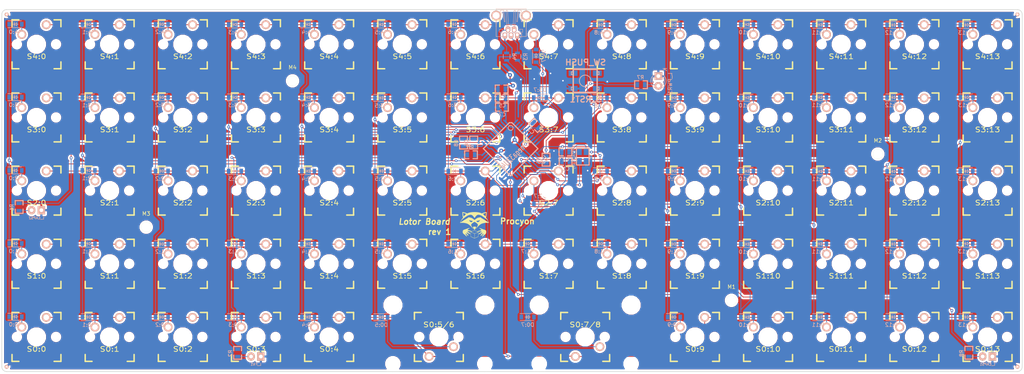
<source format=kicad_pcb>
(kicad_pcb (version 4) (host pcbnew 4.0.1-stable)
  (title_block (title Lotor) (date 2016-02-01) (rev 1) (company Procyon))
  (layers (0 F.Cu signal) (31 B.Cu signal) (36 B.SilkS user) (37 F.SilkS user) (38 B.Mask user) (39 F.Mask user) (44 Edge.Cuts user hide))
  (net 0 "")
  (net 1 GND)
  (net 2 /ROW0)
  (net 3 /ROW1)
  (net 4 /ROW2)
  (net 5 /ROW3)
  (net 6 /ROW4)
  (net 7 VCC)
  (net 8 "Net-(D0:0-Pad2)")
  (net 9 "Net-(D0:1-Pad2)")
  (net 10 "Net-(D0:2-Pad2)")
  (net 11 "Net-(D0:3-Pad2)")
  (net 12 "Net-(D0:4-Pad2)")
  (net 13 "Net-(D0:5-Pad2)")
  (net 14 "Net-(D0:7-Pad2)")
  (net 15 "Net-(D0:9-Pad2)")
  (net 16 "Net-(D0:10-Pad2)")
  (net 17 "Net-(D0:11-Pad2)")
  (net 18 "Net-(D0:12-Pad2)")
  (net 19 "Net-(D0:13-Pad2)")
  (net 20 "Net-(D1:0-Pad2)")
  (net 21 "Net-(D1:1-Pad2)")
  (net 22 "Net-(D1:2-Pad2)")
  (net 23 "Net-(D1:3-Pad2)")
  (net 24 "Net-(D1:4-Pad2)")
  (net 25 "Net-(D1:5-Pad2)")
  (net 26 "Net-(D1:6-Pad2)")
  (net 27 "Net-(D1:7-Pad2)")
  (net 28 "Net-(D1:8-Pad2)")
  (net 29 "Net-(D1:9-Pad2)")
  (net 30 "Net-(D1:10-Pad2)")
  (net 31 "Net-(D1:11-Pad2)")
  (net 32 "Net-(D1:12-Pad2)")
  (net 33 "Net-(D1:13-Pad2)")
  (net 34 "Net-(D2:0-Pad2)")
  (net 35 "Net-(D2:1-Pad2)")
  (net 36 "Net-(D2:2-Pad2)")
  (net 37 "Net-(D2:3-Pad2)")
  (net 38 "Net-(D2:4-Pad2)")
  (net 39 "Net-(D2:5-Pad2)")
  (net 40 "Net-(D2:6-Pad2)")
  (net 41 "Net-(D2:7-Pad2)")
  (net 42 "Net-(D2:8-Pad2)")
  (net 43 "Net-(D2:9-Pad2)")
  (net 44 "Net-(D2:10-Pad2)")
  (net 45 "Net-(D2:11-Pad2)")
  (net 46 "Net-(D2:12-Pad2)")
  (net 47 "Net-(D2:13-Pad2)")
  (net 48 "Net-(D3:0-Pad2)")
  (net 49 "Net-(D3:1-Pad2)")
  (net 50 "Net-(D3:2-Pad2)")
  (net 51 "Net-(D3:3-Pad2)")
  (net 52 "Net-(D3:4-Pad2)")
  (net 53 "Net-(D3:5-Pad2)")
  (net 54 "Net-(D3:6-Pad2)")
  (net 55 "Net-(D3:7-Pad2)")
  (net 56 "Net-(D3:8-Pad2)")
  (net 57 "Net-(D3:9-Pad2)")
  (net 58 "Net-(D3:10-Pad2)")
  (net 59 "Net-(D3:11-Pad2)")
  (net 60 "Net-(D3:12-Pad2)")
  (net 61 "Net-(D3:13-Pad2)")
  (net 62 "Net-(D4:0-Pad2)")
  (net 63 "Net-(D4:1-Pad2)")
  (net 64 "Net-(D4:2-Pad2)")
  (net 65 "Net-(D4:3-Pad2)")
  (net 66 "Net-(D4:4-Pad2)")
  (net 67 "Net-(D4:5-Pad2)")
  (net 68 "Net-(D4:6-Pad2)")
  (net 69 "Net-(D4:7-Pad2)")
  (net 70 "Net-(D4:8-Pad2)")
  (net 71 "Net-(D4:9-Pad2)")
  (net 72 "Net-(D4:10-Pad2)")
  (net 73 "Net-(D4:11-Pad2)")
  (net 74 "Net-(D4:12-Pad2)")
  (net 75 "Net-(D4:13-Pad2)")
  (net 76 /LED_PWR)
  (net 77 /LED_CAPS2)
  (net 78 "Net-(C2-Pad1)")
  (net 79 "Net-(C1-Pad1)")
  (net 80 /COL0)
  (net 81 /COL1)
  (net 82 /COL2)
  (net 83 /COL3)
  (net 84 /COL5)
  (net 85 /COL4)
  (net 86 /COL6)
  (net 87 /COL7)
  (net 88 /LED_FN)
  (net 89 /LED_CAPS1)
  (net 90 /COL13)
  (net 91 /COL12)
  (net 92 /COL11)
  (net 93 /COL10)
  (net 94 /COL9)
  (net 95 /COL8)
  (net 96 "Net-(J1-Pad2)")
  (net 97 "Net-(J1-Pad3)")
  (net 98 "Net-(R4-Pad1)")
  (net 99 "Net-(R3-Pad1)")
  (net 100 "Net-(C3-Pad1)")
  (net 101 "Net-(R5-Pad2)")
  (net 102 "Net-(R6-Pad2)")
  (net 103 "Net-(L_CAPS1-Pad2)")
  (net 104 "Net-(L_CAPS2-Pad2)")
  (net 105 "Net-(L_FN1-Pad2)")
  (net 106 "Net-(L_PWR1-Pad2)")
  (module Diodes_SMD:SOD-123 (layer B.Cu) (at 235.53 64.69)
    (fp_text reference D4:8 (at 0 2) (layer B.SilkS) (effects (justify mirror)))
    (fp_text value D)
    (pad 1 smd rect (at -1.635 0) (size 0.91 1.22) (layers B.Cu B.Mask) (net 95 /COL8))
    (pad 2 smd rect (at 1.635 0) (size 0.91 1.22) (layers B.Cu B.Mask) (net 70 "Net-(D4:8-Pad2)"))
  )
  (module footprints:CHERRY_PCB_200H (layer F.Cu) (at 231.5 145.75 180)
    (fp_text reference S0:7/8 (at 0 3.175 180) (layer F.SilkS) (effects (font (size 1.27 1.524) (thickness 0.2032))))
    (fp_text value SW_PUSH hide)
    (pad 1 thru_hole circle (at 2.54 -5.08 180) (size 2.286 2.286) (drill 1.4986) (layers *.Cu *.SilkS *.Mask) (net 2 /ROW0))
    (pad 2 thru_hole circle (at -3.81 -2.54 180) (size 2.286 2.286) (drill 1.4986) (layers *.Cu *.SilkS *.Mask) (net 14 "Net-(D0:7-Pad2)"))
    (pad HOLE np_thru_hole circle (at 0 0 180) (size 3.9878 3.9878) (drill 3.9878) (layers *.Cu))
    (pad HOLE np_thru_hole circle (at -5.08 0 180) (size 1.7018 1.7018) (drill 1.7018) (layers *.Cu))
    (pad HOLE np_thru_hole circle (at 5.08 0 180) (size 1.7018 1.7018) (drill 1.7018) (layers *.Cu))
    (pad HOLE np_thru_hole circle (at -11.938 -6.985 180) (size 3.048 3.048) (drill 3.048) (layers *.Cu))
    (pad HOLE np_thru_hole circle (at 11.938 -6.985 180) (size 3.048 3.048) (drill 3.048) (layers *.Cu))
    (pad HOLE np_thru_hole circle (at -11.938 8.255 180) (size 3.9878 3.9878) (drill 3.9878) (layers *.Cu))
    (pad HOLE np_thru_hole circle (at 11.938 8.255 180) (size 3.9878 3.9878) (drill 3.9878) (layers *.Cu))
  )
  (module footprints:CHERRY_PCB_200H (layer F.Cu) (at 193.5 145.75 180)
    (fp_text reference S0:5/6 (at 0 3.175 180) (layer F.SilkS) (effects (font (size 1.27 1.524) (thickness 0.2032))))
    (fp_text value SW_PUSH hide)
    (pad 1 thru_hole circle (at 2.54 -5.08 180) (size 2.286 2.286) (drill 1.4986) (layers *.Cu *.SilkS *.Mask) (net 2 /ROW0))
    (pad 2 thru_hole circle (at -3.81 -2.54 180) (size 2.286 2.286) (drill 1.4986) (layers *.Cu *.SilkS *.Mask) (net 13 "Net-(D0:5-Pad2)"))
    (pad HOLE np_thru_hole circle (at 0 0 180) (size 3.9878 3.9878) (drill 3.9878) (layers *.Cu))
    (pad HOLE np_thru_hole circle (at -5.08 0 180) (size 1.7018 1.7018) (drill 1.7018) (layers *.Cu))
    (pad HOLE np_thru_hole circle (at 5.08 0 180) (size 1.7018 1.7018) (drill 1.7018) (layers *.Cu))
    (pad HOLE np_thru_hole circle (at -11.938 -6.985 180) (size 3.048 3.048) (drill 3.048) (layers *.Cu))
    (pad HOLE np_thru_hole circle (at 11.938 -6.985 180) (size 3.048 3.048) (drill 3.048) (layers *.Cu))
    (pad HOLE np_thru_hole circle (at -11.938 8.255 180) (size 3.9878 3.9878) (drill 3.9878) (layers *.Cu))
    (pad HOLE np_thru_hole circle (at 11.938 8.255 180) (size 3.9878 3.9878) (drill 3.9878) (layers *.Cu))
  )
  (module Diodes_SMD:SOD-123 (layer B.Cu) (at 178.54 140.63)
    (fp_text reference D0:5 (at 0 2) (layer B.SilkS) (effects (justify mirror)))
    (fp_text value D)
    (pad 1 smd rect (at -1.635 0) (size 0.91 1.22) (layers B.Cu B.Mask) (net 84 /COL5))
    (pad 2 smd rect (at 1.635 0) (size 0.91 1.22) (layers B.Cu B.Mask) (net 13 "Net-(D0:5-Pad2)"))
  )
  (module SM0805:SM0805 (layer B.Cu) (at 201.85 98.44)
    (fp_text reference R6 (at -0.127 -1.905) (layer B.SilkS) (effects (font (size 0.935 0.935) (thickness 0.1588)) (justify mirror)))
    (fp_text value 10kΩ hide)
    (pad 1 smd rect (at -0.9525 0) (size 0.889 1.397) (layers B.Cu B.Mask) (net 1 GND))
    (pad 2 smd rect (at 0.9525 0) (size 0.889 1.397) (layers B.Cu B.Mask) (net 102 "Net-(R6-Pad2)"))
  )
  (module SM0805:SM0805 (layer B.Cu) (at 218.68 90.79 135)
    (fp_text reference C3 (at -0.127 -1.905 135) (layer B.SilkS) (effects (font (size 0.935 0.935) (thickness 0.1588)) (justify mirror)))
    (fp_text value 1uF hide)
    (pad 1 smd rect (at -0.9525 0 135) (size 0.889 1.397) (layers B.Cu B.Mask) (net 100 "Net-(C3-Pad1)"))
    (pad 2 smd rect (at 0.9525 0 135) (size 0.889 1.397) (layers B.Cu B.Mask) (net 1 GND))
  )
  (module SM0805:SM0805 (layer B.Cu) (at 202.55 95.28 90)
    (fp_text reference C6 (at -0.127 -1.905 90) (layer B.SilkS) (effects (font (size 0.935 0.935) (thickness 0.1588)) (justify mirror)))
    (fp_text value 0.1uF hide)
    (pad 1 smd rect (at -0.9525 0 90) (size 0.889 1.397) (layers B.Cu B.Mask) (net 7 VCC))
    (pad 2 smd rect (at 0.9525 0 90) (size 0.889 1.397) (layers B.Cu B.Mask) (net 1 GND))
  )
  (module SM0805:SM0805 (layer B.Cu) (at 226.36 97.69 180)
    (fp_text reference C2 (at -0.127 -1.905 180) (layer B.SilkS) (effects (font (size 0.935 0.935) (thickness 0.1588)) (justify mirror)))
    (fp_text value 22pF hide)
    (pad 1 smd rect (at -0.9525 0 180) (size 0.889 1.397) (layers B.Cu B.Mask) (net 78 "Net-(C2-Pad1)"))
    (pad 2 smd rect (at 0.9525 0 180) (size 0.889 1.397) (layers B.Cu B.Mask) (net 1 GND))
  )
  (module SM0805:SM0805 (layer B.Cu) (at 226.42 100.17 180)
    (fp_text reference C1 (at -0.127 -1.905 180) (layer B.SilkS) (effects (font (size 0.935 0.935) (thickness 0.1588)) (justify mirror)))
    (fp_text value 22pF hide)
    (pad 1 smd rect (at -0.9525 0 180) (size 0.889 1.397) (layers B.Cu B.Mask) (net 79 "Net-(C1-Pad1)"))
    (pad 2 smd rect (at 0.9525 0 180) (size 0.889 1.397) (layers B.Cu B.Mask) (net 1 GND))
  )
  (module SM0805:SM0805 (layer B.Cu) (at 221.35 99.72 90)
    (fp_text reference R5 (at -0.127 -1.905 90) (layer B.SilkS) (effects (font (size 0.935 0.935) (thickness 0.1588)) (justify mirror)))
    (fp_text value 10k hide)
    (pad 1 smd rect (at -0.9525 0 90) (size 0.889 1.397) (layers B.Cu B.Mask) (net 7 VCC))
    (pad 2 smd rect (at 0.9525 0 90) (size 0.889 1.397) (layers B.Cu B.Mask) (net 101 "Net-(R5-Pad2)"))
  )
  (module SM0805:SM0805 (layer B.Cu) (at 84.5 112 90)
    (fp_text reference R1 (at -0.127 -1.905 90) (layer B.SilkS) (effects (font (size 0.935 0.935) (thickness 0.1588)) (justify mirror)))
    (fp_text value 100Ω hide)
    (pad 1 smd rect (at -0.9525 0 90) (size 0.889 1.397) (layers B.Cu B.Mask) (net 104 "Net-(L_CAPS2-Pad2)"))
    (pad 2 smd rect (at 0.9525 0 90) (size 0.889 1.397) (layers B.Cu B.Mask) (net 77 /LED_CAPS2))
  )
  (module SM0805:SM0805 (layer B.Cu) (at 246 80.25)
    (fp_text reference R7 (at -0.127 -1.905) (layer B.SilkS) (effects (font (size 0.935 0.935) (thickness 0.1588)) (justify mirror)))
    (fp_text value 100Ω hide)
    (pad 1 smd rect (at -0.9525 0) (size 0.889 1.397) (layers B.Cu B.Mask) (net 76 /LED_PWR))
    (pad 2 smd rect (at 0.9525 0) (size 0.889 1.397) (layers B.Cu B.Mask) (net 106 "Net-(L_PWR1-Pad2)"))
  )
  (module SM0805:SM0805 (layer B.Cu) (at 141.24 149.89 90)
    (fp_text reference R2 (at -0.127 -1.905 90) (layer B.SilkS) (effects (font (size 0.935 0.935) (thickness 0.1588)) (justify mirror)))
    (fp_text value 100Ω hide)
    (pad 1 smd rect (at -0.9525 0 90) (size 0.889 1.397) (layers B.Cu B.Mask) (net 105 "Net-(L_FN1-Pad2)"))
    (pad 2 smd rect (at 0.9525 0 90) (size 0.889 1.397) (layers B.Cu B.Mask) (net 88 /LED_FN))
  )
  (module SM0805:SM0805 (layer B.Cu) (at 209.81 81.37 180)
    (fp_text reference C4 (at -0.127 -1.905 180) (layer B.SilkS) (effects (font (size 0.935 0.935) (thickness 0.1588)) (justify mirror)))
    (fp_text value 1uF hide)
    (pad 1 smd rect (at -0.9525 0 180) (size 0.889 1.397) (layers B.Cu B.Mask) (net 7 VCC))
    (pad 2 smd rect (at 0.9525 0 180) (size 0.889 1.397) (layers B.Cu B.Mask) (net 1 GND))
  )
  (module SM0805:SM0805 (layer B.Cu) (at 209.87 86.11 180)
    (fp_text reference C7 (at -0.127 -1.905 180) (layer B.SilkS) (effects (font (size 0.935 0.935) (thickness 0.1588)) (justify mirror)))
    (fp_text value 0.1uF hide)
    (pad 1 smd rect (at -0.9525 0 180) (size 0.889 1.397) (layers B.Cu B.Mask) (net 7 VCC))
    (pad 2 smd rect (at 0.9525 0 180) (size 0.889 1.397) (layers B.Cu B.Mask) (net 1 GND))
  )
  (module SM0805:SM0805 (layer B.Cu) (at 199.9 95.28 90)
    (fp_text reference C8 (at -0.127 -1.905 90) (layer B.SilkS) (effects (font (size 0.935 0.935) (thickness 0.1588)) (justify mirror)))
    (fp_text value 0.1uF hide)
    (pad 1 smd rect (at -0.9525 0 90) (size 0.889 1.397) (layers B.Cu B.Mask) (net 7 VCC))
    (pad 2 smd rect (at 0.9525 0 90) (size 0.889 1.397) (layers B.Cu B.Mask) (net 1 GND))
  )
  (module footprints:CHERRY_PCB_100H (layer F.Cu) (at 222 88.75)
    (fp_text reference S3:7 (at 0 3.175) (layer F.SilkS) (effects (font (size 1.27 1.524) (thickness 0.2032))))
    (fp_text value SW_PUSH hide)
    (pad 1 thru_hole circle (at 2.54 -5.08) (size 2.286 2.286) (drill 1.4986) (layers *.Cu *.SilkS *.Mask) (net 5 /ROW3))
    (pad 2 thru_hole circle (at -3.81 -2.54) (size 2.286 2.286) (drill 1.4986) (layers *.Cu *.SilkS *.Mask) (net 55 "Net-(D3:7-Pad2)"))
    (pad HOLE np_thru_hole circle (at 0 0) (size 3.9878 3.9878) (drill 3.9878) (layers *.Cu))
    (pad HOLE np_thru_hole circle (at -5.08 0) (size 1.7018 1.7018) (drill 1.7018) (layers *.Cu))
    (pad HOLE np_thru_hole circle (at 5.08 0) (size 1.7018 1.7018) (drill 1.7018) (layers *.Cu))
  )
  (module footprints:CHERRY_PCB_100H (layer F.Cu) (at 146 145.75)
    (fp_text reference S0:3 (at 0 3.175) (layer F.SilkS) (effects (font (size 1.27 1.524) (thickness 0.2032))))
    (fp_text value SW_PUSH hide)
    (pad 1 thru_hole circle (at 2.54 -5.08) (size 2.286 2.286) (drill 1.4986) (layers *.Cu *.SilkS *.Mask) (net 2 /ROW0))
    (pad 2 thru_hole circle (at -3.81 -2.54) (size 2.286 2.286) (drill 1.4986) (layers *.Cu *.SilkS *.Mask) (net 11 "Net-(D0:3-Pad2)"))
    (pad HOLE np_thru_hole circle (at 0 0) (size 3.9878 3.9878) (drill 3.9878) (layers *.Cu))
    (pad HOLE np_thru_hole circle (at -5.08 0) (size 1.7018 1.7018) (drill 1.7018) (layers *.Cu))
    (pad HOLE np_thru_hole circle (at 5.08 0) (size 1.7018 1.7018) (drill 1.7018) (layers *.Cu))
  )
  (module Diodes_SMD:SOD-123 (layer B.Cu) (at 330.56 64.73)
    (fp_text reference D4:13 (at 0 2) (layer B.SilkS) (effects (justify mirror)))
    (fp_text value D)
    (pad 1 smd rect (at -1.635 0) (size 0.91 1.22) (layers B.Cu B.Mask) (net 90 /COL13))
    (pad 2 smd rect (at 1.635 0) (size 0.91 1.22) (layers B.Cu B.Mask) (net 75 "Net-(D4:13-Pad2)"))
  )
  (module Diodes_SMD:SOD-123 (layer B.Cu) (at 311.54 64.73)
    (fp_text reference D4:12 (at 0 2) (layer B.SilkS) (effects (justify mirror)))
    (fp_text value D)
    (pad 1 smd rect (at -1.635 0) (size 0.91 1.22) (layers B.Cu B.Mask) (net 91 /COL12))
    (pad 2 smd rect (at 1.635 0) (size 0.91 1.22) (layers B.Cu B.Mask) (net 74 "Net-(D4:12-Pad2)"))
  )
  (module Diodes_SMD:SOD-123 (layer B.Cu) (at 292.53 64.69)
    (fp_text reference D4:11 (at 0 2) (layer B.SilkS) (effects (justify mirror)))
    (fp_text value D)
    (pad 1 smd rect (at -1.635 0) (size 0.91 1.22) (layers B.Cu B.Mask) (net 92 /COL11))
    (pad 2 smd rect (at 1.635 0) (size 0.91 1.22) (layers B.Cu B.Mask) (net 73 "Net-(D4:11-Pad2)"))
  )
  (module Diodes_SMD:SOD-123 (layer B.Cu) (at 273.56 64.62)
    (fp_text reference D4:10 (at 0 2) (layer B.SilkS) (effects (justify mirror)))
    (fp_text value D)
    (pad 1 smd rect (at -1.635 0) (size 0.91 1.22) (layers B.Cu B.Mask) (net 93 /COL10))
    (pad 2 smd rect (at 1.635 0) (size 0.91 1.22) (layers B.Cu B.Mask) (net 72 "Net-(D4:10-Pad2)"))
  )
  (module Diodes_SMD:SOD-123 (layer B.Cu) (at 254.55 64.69)
    (fp_text reference D4:9 (at 0 2) (layer B.SilkS) (effects (justify mirror)))
    (fp_text value D)
    (pad 1 smd rect (at -1.635 0) (size 0.91 1.22) (layers B.Cu B.Mask) (net 94 /COL9))
    (pad 2 smd rect (at 1.635 0) (size 0.91 1.22) (layers B.Cu B.Mask) (net 71 "Net-(D4:9-Pad2)"))
  )
  (module Diodes_SMD:SOD-123 (layer B.Cu) (at 218.75 72.75 90)
    (fp_text reference D4:7 (at 0 2 90) (layer B.SilkS) (effects (justify mirror)))
    (fp_text value D)
    (pad 1 smd rect (at -1.635 0 90) (size 0.91 1.22) (layers B.Cu B.Mask) (net 87 /COL7))
    (pad 2 smd rect (at 1.635 0 90) (size 0.91 1.22) (layers B.Cu B.Mask) (net 69 "Net-(D4:7-Pad2)"))
  )
  (module Diodes_SMD:SOD-123 (layer B.Cu) (at 197.55 64.54)
    (fp_text reference D4:6 (at 0 2) (layer B.SilkS) (effects (justify mirror)))
    (fp_text value D)
    (pad 1 smd rect (at -1.635 0) (size 0.91 1.22) (layers B.Cu B.Mask) (net 86 /COL6))
    (pad 2 smd rect (at 1.635 0) (size 0.91 1.22) (layers B.Cu B.Mask) (net 68 "Net-(D4:6-Pad2)"))
  )
  (module Diodes_SMD:SOD-123 (layer B.Cu) (at 178.54 64.62)
    (fp_text reference D4:5 (at 0 2) (layer B.SilkS) (effects (justify mirror)))
    (fp_text value D)
    (pad 1 smd rect (at -1.635 0) (size 0.91 1.22) (layers B.Cu B.Mask) (net 84 /COL5))
    (pad 2 smd rect (at 1.635 0) (size 0.91 1.22) (layers B.Cu B.Mask) (net 67 "Net-(D4:5-Pad2)"))
  )
  (module Diodes_SMD:SOD-123 (layer B.Cu) (at 159.56 64.58)
    (fp_text reference D4:4 (at 0 2) (layer B.SilkS) (effects (justify mirror)))
    (fp_text value D)
    (pad 1 smd rect (at -1.635 0) (size 0.91 1.22) (layers B.Cu B.Mask) (net 85 /COL4))
    (pad 2 smd rect (at 1.635 0) (size 0.91 1.22) (layers B.Cu B.Mask) (net 66 "Net-(D4:4-Pad2)"))
  )
  (module Diodes_SMD:SOD-123 (layer B.Cu) (at 140.55 64.62)
    (fp_text reference D4:3 (at 0 2) (layer B.SilkS) (effects (justify mirror)))
    (fp_text value D)
    (pad 1 smd rect (at -1.635 0) (size 0.91 1.22) (layers B.Cu B.Mask) (net 83 /COL3))
    (pad 2 smd rect (at 1.635 0) (size 0.91 1.22) (layers B.Cu B.Mask) (net 65 "Net-(D4:3-Pad2)"))
  )
  (module Diodes_SMD:SOD-123 (layer B.Cu) (at 121.54 64.54)
    (fp_text reference D4:2 (at 0 2) (layer B.SilkS) (effects (justify mirror)))
    (fp_text value D)
    (pad 1 smd rect (at -1.635 0) (size 0.91 1.22) (layers B.Cu B.Mask) (net 82 /COL2))
    (pad 2 smd rect (at 1.635 0) (size 0.91 1.22) (layers B.Cu B.Mask) (net 64 "Net-(D4:2-Pad2)"))
  )
  (module Diodes_SMD:SOD-123 (layer B.Cu) (at 102.57 64.58)
    (fp_text reference D4:1 (at 0 2) (layer B.SilkS) (effects (justify mirror)))
    (fp_text value D)
    (pad 1 smd rect (at -1.635 0) (size 0.91 1.22) (layers B.Cu B.Mask) (net 81 /COL1))
    (pad 2 smd rect (at 1.635 0) (size 0.91 1.22) (layers B.Cu B.Mask) (net 63 "Net-(D4:1-Pad2)"))
  )
  (module Diodes_SMD:SOD-123 (layer B.Cu) (at 330.59 83.54)
    (fp_text reference D3:13 (at 0 2) (layer B.SilkS) (effects (justify mirror)))
    (fp_text value D)
    (pad 1 smd rect (at -1.635 0) (size 0.91 1.22) (layers B.Cu B.Mask) (net 90 /COL13))
    (pad 2 smd rect (at 1.635 0) (size 0.91 1.22) (layers B.Cu B.Mask) (net 61 "Net-(D3:13-Pad2)"))
  )
  (module Diodes_SMD:SOD-123 (layer B.Cu) (at 311.54 83.55)
    (fp_text reference D3:12 (at 0 2) (layer B.SilkS) (effects (justify mirror)))
    (fp_text value D)
    (pad 1 smd rect (at -1.635 0) (size 0.91 1.22) (layers B.Cu B.Mask) (net 91 /COL12))
    (pad 2 smd rect (at 1.635 0) (size 0.91 1.22) (layers B.Cu B.Mask) (net 60 "Net-(D3:12-Pad2)"))
  )
  (module Diodes_SMD:SOD-123 (layer B.Cu) (at 292.53 83.52)
    (fp_text reference D3:11 (at 0 2) (layer B.SilkS) (effects (justify mirror)))
    (fp_text value D)
    (pad 1 smd rect (at -1.635 0) (size 0.91 1.22) (layers B.Cu B.Mask) (net 92 /COL11))
    (pad 2 smd rect (at 1.635 0) (size 0.91 1.22) (layers B.Cu B.Mask) (net 59 "Net-(D3:11-Pad2)"))
  )
  (module Diodes_SMD:SOD-123 (layer B.Cu) (at 273.56 83.63)
    (fp_text reference D3:10 (at 0 2) (layer B.SilkS) (effects (justify mirror)))
    (fp_text value D)
    (pad 1 smd rect (at -1.635 0) (size 0.91 1.22) (layers B.Cu B.Mask) (net 93 /COL10))
    (pad 2 smd rect (at 1.635 0) (size 0.91 1.22) (layers B.Cu B.Mask) (net 58 "Net-(D3:10-Pad2)"))
  )
  (module Diodes_SMD:SOD-123 (layer B.Cu) (at 254.55 83.63)
    (fp_text reference D3:9 (at 0 2) (layer B.SilkS) (effects (justify mirror)))
    (fp_text value D)
    (pad 1 smd rect (at -1.635 0) (size 0.91 1.22) (layers B.Cu B.Mask) (net 94 /COL9))
    (pad 2 smd rect (at 1.635 0) (size 0.91 1.22) (layers B.Cu B.Mask) (net 57 "Net-(D3:9-Pad2)"))
  )
  (module Diodes_SMD:SOD-123 (layer B.Cu) (at 235.53 83.67)
    (fp_text reference D3:8 (at 0 2) (layer B.SilkS) (effects (justify mirror)))
    (fp_text value D)
    (pad 1 smd rect (at -1.635 0) (size 0.91 1.22) (layers B.Cu B.Mask) (net 95 /COL8))
    (pad 2 smd rect (at 1.635 0) (size 0.91 1.22) (layers B.Cu B.Mask) (net 56 "Net-(D3:8-Pad2)"))
  )
  (module Diodes_SMD:SOD-123 (layer B.Cu) (at 219.78 83.59 180)
    (fp_text reference D3:7 (at 0 2 180) (layer B.SilkS) (effects (justify mirror)))
    (fp_text value D)
    (pad 1 smd rect (at -1.635 0 180) (size 0.91 1.22) (layers B.Cu B.Mask) (net 87 /COL7))
    (pad 2 smd rect (at 1.635 0 180) (size 0.91 1.22) (layers B.Cu B.Mask) (net 55 "Net-(D3:7-Pad2)"))
  )
  (module Diodes_SMD:SOD-123 (layer B.Cu) (at 197.55 83.52)
    (fp_text reference D3:6 (at 0 2) (layer B.SilkS) (effects (justify mirror)))
    (fp_text value D)
    (pad 1 smd rect (at -1.635 0) (size 0.91 1.22) (layers B.Cu B.Mask) (net 86 /COL6))
    (pad 2 smd rect (at 1.635 0) (size 0.91 1.22) (layers B.Cu B.Mask) (net 54 "Net-(D3:6-Pad2)"))
  )
  (module Diodes_SMD:SOD-123 (layer B.Cu) (at 178.54 83.67)
    (fp_text reference D3:5 (at 0 2) (layer B.SilkS) (effects (justify mirror)))
    (fp_text value D)
    (pad 1 smd rect (at -1.635 0) (size 0.91 1.22) (layers B.Cu B.Mask) (net 84 /COL5))
    (pad 2 smd rect (at 1.635 0) (size 0.91 1.22) (layers B.Cu B.Mask) (net 53 "Net-(D3:5-Pad2)"))
  )
  (module Diodes_SMD:SOD-123 (layer B.Cu) (at 159.56 83.52)
    (fp_text reference D3:4 (at 0 2) (layer B.SilkS) (effects (justify mirror)))
    (fp_text value D)
    (pad 1 smd rect (at -1.635 0) (size 0.91 1.22) (layers B.Cu B.Mask) (net 85 /COL4))
    (pad 2 smd rect (at 1.635 0) (size 0.91 1.22) (layers B.Cu B.Mask) (net 52 "Net-(D3:4-Pad2)"))
  )
  (module Diodes_SMD:SOD-123 (layer B.Cu) (at 140.55 83.55)
    (fp_text reference D3:3 (at 0 2) (layer B.SilkS) (effects (justify mirror)))
    (fp_text value D)
    (pad 1 smd rect (at -1.635 0) (size 0.91 1.22) (layers B.Cu B.Mask) (net 83 /COL3))
    (pad 2 smd rect (at 1.635 0) (size 0.91 1.22) (layers B.Cu B.Mask) (net 51 "Net-(D3:3-Pad2)"))
  )
  (module Diodes_SMD:SOD-123 (layer B.Cu) (at 121.54 83.52)
    (fp_text reference D3:2 (at 0 2) (layer B.SilkS) (effects (justify mirror)))
    (fp_text value D)
    (pad 1 smd rect (at -1.635 0) (size 0.91 1.22) (layers B.Cu B.Mask) (net 82 /COL2))
    (pad 2 smd rect (at 1.635 0) (size 0.91 1.22) (layers B.Cu B.Mask) (net 50 "Net-(D3:2-Pad2)"))
  )
  (module Diodes_SMD:SOD-123 (layer B.Cu) (at 102.54 83.57)
    (fp_text reference D3:1 (at 0 2) (layer B.SilkS) (effects (justify mirror)))
    (fp_text value D)
    (pad 1 smd rect (at -1.635 0) (size 0.91 1.22) (layers B.Cu B.Mask) (net 81 /COL1))
    (pad 2 smd rect (at 1.635 0) (size 0.91 1.22) (layers B.Cu B.Mask) (net 49 "Net-(D3:1-Pad2)"))
  )
  (module Diodes_SMD:SOD-123 (layer B.Cu) (at 330.53 102.7)
    (fp_text reference D2:13 (at 0 2) (layer B.SilkS) (effects (justify mirror)))
    (fp_text value D)
    (pad 1 smd rect (at -1.635 0) (size 0.91 1.22) (layers B.Cu B.Mask) (net 90 /COL13))
    (pad 2 smd rect (at 1.635 0) (size 0.91 1.22) (layers B.Cu B.Mask) (net 47 "Net-(D2:13-Pad2)"))
  )
  (module Diodes_SMD:SOD-123 (layer B.Cu) (at 311.55 102.76)
    (fp_text reference D2:12 (at 0 2) (layer B.SilkS) (effects (justify mirror)))
    (fp_text value D)
    (pad 1 smd rect (at -1.635 0) (size 0.91 1.22) (layers B.Cu B.Mask) (net 91 /COL12))
    (pad 2 smd rect (at 1.635 0) (size 0.91 1.22) (layers B.Cu B.Mask) (net 46 "Net-(D2:12-Pad2)"))
  )
  (module Diodes_SMD:SOD-123 (layer B.Cu) (at 292.55 102.74)
    (fp_text reference D2:11 (at 0 2) (layer B.SilkS) (effects (justify mirror)))
    (fp_text value D)
    (pad 1 smd rect (at -1.635 0) (size 0.91 1.22) (layers B.Cu B.Mask) (net 92 /COL11))
    (pad 2 smd rect (at 1.635 0) (size 0.91 1.22) (layers B.Cu B.Mask) (net 45 "Net-(D2:11-Pad2)"))
  )
  (module Diodes_SMD:SOD-123 (layer B.Cu) (at 273.55 102.68)
    (fp_text reference D2:10 (at 0 2) (layer B.SilkS) (effects (justify mirror)))
    (fp_text value D)
    (pad 1 smd rect (at -1.635 0) (size 0.91 1.22) (layers B.Cu B.Mask) (net 93 /COL10))
    (pad 2 smd rect (at 1.635 0) (size 0.91 1.22) (layers B.Cu B.Mask) (net 44 "Net-(D2:10-Pad2)"))
  )
  (module Diodes_SMD:SOD-123 (layer B.Cu) (at 254.55 102.66)
    (fp_text reference D2:9 (at 0 2) (layer B.SilkS) (effects (justify mirror)))
    (fp_text value D)
    (pad 1 smd rect (at -1.635 0) (size 0.91 1.22) (layers B.Cu B.Mask) (net 94 /COL9))
    (pad 2 smd rect (at 1.635 0) (size 0.91 1.22) (layers B.Cu B.Mask) (net 43 "Net-(D2:9-Pad2)"))
  )
  (module Diodes_SMD:SOD-123 (layer B.Cu) (at 235.56 102.71)
    (fp_text reference D2:8 (at 0 2) (layer B.SilkS) (effects (justify mirror)))
    (fp_text value D)
    (pad 1 smd rect (at -1.635 0) (size 0.91 1.22) (layers B.Cu B.Mask) (net 95 /COL8))
    (pad 2 smd rect (at 1.635 0) (size 0.91 1.22) (layers B.Cu B.Mask) (net 42 "Net-(D2:8-Pad2)"))
  )
  (module Diodes_SMD:SOD-123 (layer B.Cu) (at 219.83 111.2 180)
    (fp_text reference D2:7 (at 0 2 180) (layer B.SilkS) (effects (justify mirror)))
    (fp_text value D)
    (pad 1 smd rect (at -1.635 0 180) (size 0.91 1.22) (layers B.Cu B.Mask) (net 87 /COL7))
    (pad 2 smd rect (at 1.635 0 180) (size 0.91 1.22) (layers B.Cu B.Mask) (net 41 "Net-(D2:7-Pad2)"))
  )
  (module Diodes_SMD:SOD-123 (layer B.Cu) (at 197.59 102.68)
    (fp_text reference D2:6 (at 0 2) (layer B.SilkS) (effects (justify mirror)))
    (fp_text value D)
    (pad 1 smd rect (at -1.635 0) (size 0.91 1.22) (layers B.Cu B.Mask) (net 86 /COL6))
    (pad 2 smd rect (at 1.635 0) (size 0.91 1.22) (layers B.Cu B.Mask) (net 40 "Net-(D2:6-Pad2)"))
  )
  (module Diodes_SMD:SOD-123 (layer B.Cu) (at 178.56 102.65)
    (fp_text reference D2:5 (at 0 2) (layer B.SilkS) (effects (justify mirror)))
    (fp_text value D)
    (pad 1 smd rect (at -1.635 0) (size 0.91 1.22) (layers B.Cu B.Mask) (net 84 /COL5))
    (pad 2 smd rect (at 1.635 0) (size 0.91 1.22) (layers B.Cu B.Mask) (net 39 "Net-(D2:5-Pad2)"))
  )
  (module Diodes_SMD:SOD-123 (layer B.Cu) (at 159.54 102.68)
    (fp_text reference D2:4 (at 0 2) (layer B.SilkS) (effects (justify mirror)))
    (fp_text value D)
    (pad 1 smd rect (at -1.635 0) (size 0.91 1.22) (layers B.Cu B.Mask) (net 85 /COL4))
    (pad 2 smd rect (at 1.635 0) (size 0.91 1.22) (layers B.Cu B.Mask) (net 38 "Net-(D2:4-Pad2)"))
  )
  (module Diodes_SMD:SOD-123 (layer B.Cu) (at 140.54 102.68)
    (fp_text reference D2:3 (at 0 2) (layer B.SilkS) (effects (justify mirror)))
    (fp_text value D)
    (pad 1 smd rect (at -1.635 0) (size 0.91 1.22) (layers B.Cu B.Mask) (net 83 /COL3))
    (pad 2 smd rect (at 1.635 0) (size 0.91 1.22) (layers B.Cu B.Mask) (net 37 "Net-(D2:3-Pad2)"))
  )
  (module Diodes_SMD:SOD-123 (layer B.Cu) (at 121.54 102.65)
    (fp_text reference D2:2 (at 0 2) (layer B.SilkS) (effects (justify mirror)))
    (fp_text value D)
    (pad 1 smd rect (at -1.635 0) (size 0.91 1.22) (layers B.Cu B.Mask) (net 82 /COL2))
    (pad 2 smd rect (at 1.635 0) (size 0.91 1.22) (layers B.Cu B.Mask) (net 36 "Net-(D2:2-Pad2)"))
  )
  (module Diodes_SMD:SOD-123 (layer B.Cu) (at 102.54 102.51)
    (fp_text reference D2:1 (at 0 2) (layer B.SilkS) (effects (justify mirror)))
    (fp_text value D)
    (pad 1 smd rect (at -1.635 0) (size 0.91 1.22) (layers B.Cu B.Mask) (net 81 /COL1))
    (pad 2 smd rect (at 1.635 0) (size 0.91 1.22) (layers B.Cu B.Mask) (net 35 "Net-(D2:1-Pad2)"))
  )
  (module Diodes_SMD:SOD-123 (layer B.Cu) (at 330.52 121.54)
    (fp_text reference D1:13 (at 0 2) (layer B.SilkS) (effects (justify mirror)))
    (fp_text value D)
    (pad 1 smd rect (at -1.635 0) (size 0.91 1.22) (layers B.Cu B.Mask) (net 90 /COL13))
    (pad 2 smd rect (at 1.635 0) (size 0.91 1.22) (layers B.Cu B.Mask) (net 33 "Net-(D1:13-Pad2)"))
  )
  (module Diodes_SMD:SOD-123 (layer B.Cu) (at 311.54 121.62)
    (fp_text reference D1:12 (at 0 2) (layer B.SilkS) (effects (justify mirror)))
    (fp_text value D)
    (pad 1 smd rect (at -1.635 0) (size 0.91 1.22) (layers B.Cu B.Mask) (net 91 /COL12))
    (pad 2 smd rect (at 1.635 0) (size 0.91 1.22) (layers B.Cu B.Mask) (net 32 "Net-(D1:12-Pad2)"))
  )
  (module Diodes_SMD:SOD-123 (layer B.Cu) (at 292.53 121.58)
    (fp_text reference D1:11 (at 0 2) (layer B.SilkS) (effects (justify mirror)))
    (fp_text value D)
    (pad 1 smd rect (at -1.635 0) (size 0.91 1.22) (layers B.Cu B.Mask) (net 92 /COL11))
    (pad 2 smd rect (at 1.635 0) (size 0.91 1.22) (layers B.Cu B.Mask) (net 31 "Net-(D1:11-Pad2)"))
  )
  (module Diodes_SMD:SOD-123 (layer B.Cu) (at 273.56 121.65)
    (fp_text reference D1:10 (at 0 2) (layer B.SilkS) (effects (justify mirror)))
    (fp_text value D)
    (pad 1 smd rect (at -1.635 0) (size 0.91 1.22) (layers B.Cu B.Mask) (net 93 /COL10))
    (pad 2 smd rect (at 1.635 0) (size 0.91 1.22) (layers B.Cu B.Mask) (net 30 "Net-(D1:10-Pad2)"))
  )
  (module Diodes_SMD:SOD-123 (layer B.Cu) (at 254.55 121.62)
    (fp_text reference D1:9 (at 0 2) (layer B.SilkS) (effects (justify mirror)))
    (fp_text value D)
    (pad 1 smd rect (at -1.635 0) (size 0.91 1.22) (layers B.Cu B.Mask) (net 94 /COL9))
    (pad 2 smd rect (at 1.635 0) (size 0.91 1.22) (layers B.Cu B.Mask) (net 29 "Net-(D1:9-Pad2)"))
  )
  (module Diodes_SMD:SOD-123 (layer B.Cu) (at 235.57 121.54)
    (fp_text reference D1:8 (at 0 2) (layer B.SilkS) (effects (justify mirror)))
    (fp_text value D)
    (pad 1 smd rect (at -1.635 0) (size 0.91 1.22) (layers B.Cu B.Mask) (net 95 /COL8))
    (pad 2 smd rect (at 1.635 0) (size 0.91 1.22) (layers B.Cu B.Mask) (net 28 "Net-(D1:8-Pad2)"))
  )
  (module Diodes_SMD:SOD-123 (layer B.Cu) (at 216.56 121.54)
    (fp_text reference D1:7 (at 0 2) (layer B.SilkS) (effects (justify mirror)))
    (fp_text value D)
    (pad 1 smd rect (at -1.635 0) (size 0.91 1.22) (layers B.Cu B.Mask) (net 87 /COL7))
    (pad 2 smd rect (at 1.635 0) (size 0.91 1.22) (layers B.Cu B.Mask) (net 27 "Net-(D1:7-Pad2)"))
  )
  (module Diodes_SMD:SOD-123 (layer B.Cu) (at 197.55 121.58)
    (fp_text reference D1:6 (at 0 2) (layer B.SilkS) (effects (justify mirror)))
    (fp_text value D)
    (pad 1 smd rect (at -1.635 0) (size 0.91 1.22) (layers B.Cu B.Mask) (net 86 /COL6))
    (pad 2 smd rect (at 1.635 0) (size 0.91 1.22) (layers B.Cu B.Mask) (net 26 "Net-(D1:6-Pad2)"))
  )
  (module Diodes_SMD:SOD-123 (layer B.Cu) (at 178.54 121.58)
    (fp_text reference D1:5 (at 0 2) (layer B.SilkS) (effects (justify mirror)))
    (fp_text value D)
    (pad 1 smd rect (at -1.635 0) (size 0.91 1.22) (layers B.Cu B.Mask) (net 84 /COL5))
    (pad 2 smd rect (at 1.635 0) (size 0.91 1.22) (layers B.Cu B.Mask) (net 25 "Net-(D1:5-Pad2)"))
  )
  (module Diodes_SMD:SOD-123 (layer B.Cu) (at 159.56 121.58)
    (fp_text reference D1:4 (at 0 2) (layer B.SilkS) (effects (justify mirror)))
    (fp_text value D)
    (pad 1 smd rect (at -1.635 0) (size 0.91 1.22) (layers B.Cu B.Mask) (net 85 /COL4))
    (pad 2 smd rect (at 1.635 0) (size 0.91 1.22) (layers B.Cu B.Mask) (net 24 "Net-(D1:4-Pad2)"))
  )
  (module Diodes_SMD:SOD-123 (layer B.Cu) (at 140.55 121.54)
    (fp_text reference D1:3 (at 0 2) (layer B.SilkS) (effects (justify mirror)))
    (fp_text value D)
    (pad 1 smd rect (at -1.635 0) (size 0.91 1.22) (layers B.Cu B.Mask) (net 83 /COL3))
    (pad 2 smd rect (at 1.635 0) (size 0.91 1.22) (layers B.Cu B.Mask) (net 23 "Net-(D1:3-Pad2)"))
  )
  (module Diodes_SMD:SOD-123 (layer B.Cu) (at 121.54 121.62)
    (fp_text reference D1:2 (at 0 2) (layer B.SilkS) (effects (justify mirror)))
    (fp_text value D)
    (pad 1 smd rect (at -1.635 0) (size 0.91 1.22) (layers B.Cu B.Mask) (net 82 /COL2))
    (pad 2 smd rect (at 1.635 0) (size 0.91 1.22) (layers B.Cu B.Mask) (net 22 "Net-(D1:2-Pad2)"))
  )
  (module Diodes_SMD:SOD-123 (layer B.Cu) (at 102.562 121.53)
    (fp_text reference D1:1 (at 0 2) (layer B.SilkS) (effects (justify mirror)))
    (fp_text value D)
    (pad 1 smd rect (at -1.635 0) (size 0.91 1.22) (layers B.Cu B.Mask) (net 81 /COL1))
    (pad 2 smd rect (at 1.635 0) (size 0.91 1.22) (layers B.Cu B.Mask) (net 21 "Net-(D1:1-Pad2)"))
  )
  (module Diodes_SMD:SOD-123 (layer B.Cu) (at 330.56 140.59)
    (fp_text reference D0:13 (at 0 2) (layer B.SilkS) (effects (justify mirror)))
    (fp_text value D)
    (pad 1 smd rect (at -1.635 0) (size 0.91 1.22) (layers B.Cu B.Mask) (net 90 /COL13))
    (pad 2 smd rect (at 1.635 0) (size 0.91 1.22) (layers B.Cu B.Mask) (net 19 "Net-(D0:13-Pad2)"))
  )
  (module Diodes_SMD:SOD-123 (layer B.Cu) (at 311.54 140.59)
    (fp_text reference D0:12 (at 0 2) (layer B.SilkS) (effects (justify mirror)))
    (fp_text value D)
    (pad 1 smd rect (at -1.635 0) (size 0.91 1.22) (layers B.Cu B.Mask) (net 91 /COL12))
    (pad 2 smd rect (at 1.635 0) (size 0.91 1.22) (layers B.Cu B.Mask) (net 18 "Net-(D0:12-Pad2)"))
  )
  (module Diodes_SMD:SOD-123 (layer B.Cu) (at 292.53 140.59)
    (fp_text reference D0:11 (at 0 2) (layer B.SilkS) (effects (justify mirror)))
    (fp_text value D)
    (pad 1 smd rect (at -1.635 0) (size 0.91 1.22) (layers B.Cu B.Mask) (net 92 /COL11))
    (pad 2 smd rect (at 1.635 0) (size 0.91 1.22) (layers B.Cu B.Mask) (net 17 "Net-(D0:11-Pad2)"))
  )
  (module Diodes_SMD:SOD-123 (layer B.Cu) (at 273.56 140.63)
    (fp_text reference D0:10 (at 0 2) (layer B.SilkS) (effects (justify mirror)))
    (fp_text value D)
    (pad 1 smd rect (at -1.635 0) (size 0.91 1.22) (layers B.Cu B.Mask) (net 93 /COL10))
    (pad 2 smd rect (at 1.635 0) (size 0.91 1.22) (layers B.Cu B.Mask) (net 16 "Net-(D0:10-Pad2)"))
  )
  (module Diodes_SMD:SOD-123 (layer B.Cu) (at 254.55 140.59)
    (fp_text reference D0:9 (at 0 2) (layer B.SilkS) (effects (justify mirror)))
    (fp_text value D)
    (pad 1 smd rect (at -1.635 0) (size 0.91 1.22) (layers B.Cu B.Mask) (net 94 /COL9))
    (pad 2 smd rect (at 1.635 0) (size 0.91 1.22) (layers B.Cu B.Mask) (net 15 "Net-(D0:9-Pad2)"))
  )
  (module Diodes_SMD:SOD-123 (layer B.Cu) (at 216.56 140.59)
    (fp_text reference D0:7 (at 0 2) (layer B.SilkS) (effects (justify mirror)))
    (fp_text value D)
    (pad 1 smd rect (at -1.635 0) (size 0.91 1.22) (layers B.Cu B.Mask) (net 87 /COL7))
    (pad 2 smd rect (at 1.635 0) (size 0.91 1.22) (layers B.Cu B.Mask) (net 14 "Net-(D0:7-Pad2)"))
  )
  (module Diodes_SMD:SOD-123 (layer B.Cu) (at 159.56 140.59)
    (fp_text reference D0:4 (at 0 2) (layer B.SilkS) (effects (justify mirror)))
    (fp_text value D)
    (pad 1 smd rect (at -1.635 0) (size 0.91 1.22) (layers B.Cu B.Mask) (net 85 /COL4))
    (pad 2 smd rect (at 1.635 0) (size 0.91 1.22) (layers B.Cu B.Mask) (net 12 "Net-(D0:4-Pad2)"))
  )
  (module Diodes_SMD:SOD-123 (layer B.Cu) (at 140.55 140.59)
    (fp_text reference D0:3 (at 0 2) (layer B.SilkS) (effects (justify mirror)))
    (fp_text value D)
    (pad 1 smd rect (at -1.635 0) (size 0.91 1.22) (layers B.Cu B.Mask) (net 83 /COL3))
    (pad 2 smd rect (at 1.635 0) (size 0.91 1.22) (layers B.Cu B.Mask) (net 11 "Net-(D0:3-Pad2)"))
  )
  (module Diodes_SMD:SOD-123 (layer B.Cu) (at 121.54 140.59)
    (fp_text reference D0:2 (at 0 2) (layer B.SilkS) (effects (justify mirror)))
    (fp_text value D)
    (pad 1 smd rect (at -1.635 0) (size 0.91 1.22) (layers B.Cu B.Mask) (net 82 /COL2))
    (pad 2 smd rect (at 1.635 0) (size 0.91 1.22) (layers B.Cu B.Mask) (net 10 "Net-(D0:2-Pad2)"))
  )
  (module Diodes_SMD:SOD-123 (layer B.Cu) (at 102.57 140.59)
    (fp_text reference D0:1 (at 0 2) (layer B.SilkS) (effects (justify mirror)))
    (fp_text value D)
    (pad 1 smd rect (at -1.635 0) (size 0.91 1.22) (layers B.Cu B.Mask) (net 81 /COL1))
    (pad 2 smd rect (at 1.635 0) (size 0.91 1.22) (layers B.Cu B.Mask) (net 9 "Net-(D0:1-Pad2)"))
  )
  (module Diodes_SMD:SOD-123 (layer B.Cu) (at 83.55 64.54)
    (fp_text reference D4:0 (at 0 2) (layer B.SilkS) (effects (justify mirror)))
    (fp_text value D)
    (pad 1 smd rect (at -1.635 0) (size 0.91 1.22) (layers B.Cu B.Mask) (net 80 /COL0))
    (pad 2 smd rect (at 1.635 0) (size 0.91 1.22) (layers B.Cu B.Mask) (net 62 "Net-(D4:0-Pad2)"))
  )
  (module Diodes_SMD:SOD-123 (layer B.Cu) (at 83.55 83.48)
    (fp_text reference D3:0 (at 0 2) (layer B.SilkS) (effects (justify mirror)))
    (fp_text value D)
    (pad 1 smd rect (at -1.635 0) (size 0.91 1.22) (layers B.Cu B.Mask) (net 80 /COL0))
    (pad 2 smd rect (at 1.635 0) (size 0.91 1.22) (layers B.Cu B.Mask) (net 48 "Net-(D3:0-Pad2)"))
  )
  (module Diodes_SMD:SOD-123 (layer B.Cu) (at 83.54 102.51)
    (fp_text reference D2:0 (at 0 2) (layer B.SilkS) (effects (justify mirror)))
    (fp_text value D)
    (pad 1 smd rect (at -1.635 0) (size 0.91 1.22) (layers B.Cu B.Mask) (net 80 /COL0))
    (pad 2 smd rect (at 1.635 0) (size 0.91 1.22) (layers B.Cu B.Mask) (net 34 "Net-(D2:0-Pad2)"))
  )
  (module Diodes_SMD:SOD-123 (layer B.Cu) (at 83.54 121.48)
    (fp_text reference D1:0 (at 0 2) (layer B.SilkS) (effects (justify mirror)))
    (fp_text value D)
    (pad 1 smd rect (at -1.635 0) (size 0.91 1.22) (layers B.Cu B.Mask) (net 80 /COL0))
    (pad 2 smd rect (at 1.635 0) (size 0.91 1.22) (layers B.Cu B.Mask) (net 20 "Net-(D1:0-Pad2)"))
  )
  (module footprints:CHERRY_PCB_100H (layer F.Cu) (at 336 69.75)
    (fp_text reference S4:13 (at 0 3.175) (layer F.SilkS) (effects (font (size 1.27 1.524) (thickness 0.2032))))
    (fp_text value SW_PUSH hide)
    (pad 1 thru_hole circle (at 2.54 -5.08) (size 2.286 2.286) (drill 1.4986) (layers *.Cu *.SilkS *.Mask) (net 6 /ROW4))
    (pad 2 thru_hole circle (at -3.81 -2.54) (size 2.286 2.286) (drill 1.4986) (layers *.Cu *.SilkS *.Mask) (net 75 "Net-(D4:13-Pad2)"))
    (pad HOLE np_thru_hole circle (at 0 0) (size 3.9878 3.9878) (drill 3.9878) (layers *.Cu))
    (pad HOLE np_thru_hole circle (at -5.08 0) (size 1.7018 1.7018) (drill 1.7018) (layers *.Cu))
    (pad HOLE np_thru_hole circle (at 5.08 0) (size 1.7018 1.7018) (drill 1.7018) (layers *.Cu))
  )
  (module footprints:CHERRY_PCB_100H (layer F.Cu) (at 336 107.75)
    (fp_text reference S2:13 (at 0 3.175) (layer F.SilkS) (effects (font (size 1.27 1.524) (thickness 0.2032))))
    (fp_text value SW_PUSH hide)
    (pad 1 thru_hole circle (at 2.54 -5.08) (size 2.286 2.286) (drill 1.4986) (layers *.Cu *.SilkS *.Mask) (net 4 /ROW2))
    (pad 2 thru_hole circle (at -3.81 -2.54) (size 2.286 2.286) (drill 1.4986) (layers *.Cu *.SilkS *.Mask) (net 47 "Net-(D2:13-Pad2)"))
    (pad HOLE np_thru_hole circle (at 0 0) (size 3.9878 3.9878) (drill 3.9878) (layers *.Cu))
    (pad HOLE np_thru_hole circle (at -5.08 0) (size 1.7018 1.7018) (drill 1.7018) (layers *.Cu))
    (pad HOLE np_thru_hole circle (at 5.08 0) (size 1.7018 1.7018) (drill 1.7018) (layers *.Cu))
  )
  (module footprints:CHERRY_PCB_100H (layer F.Cu) (at 279 107.75)
    (fp_text reference S2:10 (at 0 3.175) (layer F.SilkS) (effects (font (size 1.27 1.524) (thickness 0.2032))))
    (fp_text value SW_PUSH hide)
    (pad 1 thru_hole circle (at 2.54 -5.08) (size 2.286 2.286) (drill 1.4986) (layers *.Cu *.SilkS *.Mask) (net 4 /ROW2))
    (pad 2 thru_hole circle (at -3.81 -2.54) (size 2.286 2.286) (drill 1.4986) (layers *.Cu *.SilkS *.Mask) (net 44 "Net-(D2:10-Pad2)"))
    (pad HOLE np_thru_hole circle (at 0 0) (size 3.9878 3.9878) (drill 3.9878) (layers *.Cu))
    (pad HOLE np_thru_hole circle (at -5.08 0) (size 1.7018 1.7018) (drill 1.7018) (layers *.Cu))
    (pad HOLE np_thru_hole circle (at 5.08 0) (size 1.7018 1.7018) (drill 1.7018) (layers *.Cu))
  )
  (module footprints:CHERRY_PCB_100H (layer F.Cu) (at 298 88.75)
    (fp_text reference S3:11 (at 0 3.175) (layer F.SilkS) (effects (font (size 1.27 1.524) (thickness 0.2032))))
    (fp_text value SW_PUSH hide)
    (pad 1 thru_hole circle (at 2.54 -5.08) (size 2.286 2.286) (drill 1.4986) (layers *.Cu *.SilkS *.Mask) (net 5 /ROW3))
    (pad 2 thru_hole circle (at -3.81 -2.54) (size 2.286 2.286) (drill 1.4986) (layers *.Cu *.SilkS *.Mask) (net 59 "Net-(D3:11-Pad2)"))
    (pad HOLE np_thru_hole circle (at 0 0) (size 3.9878 3.9878) (drill 3.9878) (layers *.Cu))
    (pad HOLE np_thru_hole circle (at -5.08 0) (size 1.7018 1.7018) (drill 1.7018) (layers *.Cu))
    (pad HOLE np_thru_hole circle (at 5.08 0) (size 1.7018 1.7018) (drill 1.7018) (layers *.Cu))
  )
  (module footprints:CHERRY_PCB_100H (layer F.Cu) (at 336 126.75)
    (fp_text reference S1:13 (at 0 3.175) (layer F.SilkS) (effects (font (size 1.27 1.524) (thickness 0.2032))))
    (fp_text value SW_PUSH hide)
    (pad 1 thru_hole circle (at 2.54 -5.08) (size 2.286 2.286) (drill 1.4986) (layers *.Cu *.SilkS *.Mask) (net 3 /ROW1))
    (pad 2 thru_hole circle (at -3.81 -2.54) (size 2.286 2.286) (drill 1.4986) (layers *.Cu *.SilkS *.Mask) (net 33 "Net-(D1:13-Pad2)"))
    (pad HOLE np_thru_hole circle (at 0 0) (size 3.9878 3.9878) (drill 3.9878) (layers *.Cu))
    (pad HOLE np_thru_hole circle (at -5.08 0) (size 1.7018 1.7018) (drill 1.7018) (layers *.Cu))
    (pad HOLE np_thru_hole circle (at 5.08 0) (size 1.7018 1.7018) (drill 1.7018) (layers *.Cu))
  )
  (module footprints:CHERRY_PCB_100H (layer F.Cu) (at 336 145.75)
    (fp_text reference S0:13 (at 0 3.175) (layer F.SilkS) (effects (font (size 1.27 1.524) (thickness 0.2032))))
    (fp_text value SW_PUSH hide)
    (pad 1 thru_hole circle (at 2.54 -5.08) (size 2.286 2.286) (drill 1.4986) (layers *.Cu *.SilkS *.Mask) (net 2 /ROW0))
    (pad 2 thru_hole circle (at -3.81 -2.54) (size 2.286 2.286) (drill 1.4986) (layers *.Cu *.SilkS *.Mask) (net 19 "Net-(D0:13-Pad2)"))
    (pad HOLE np_thru_hole circle (at 0 0) (size 3.9878 3.9878) (drill 3.9878) (layers *.Cu))
    (pad HOLE np_thru_hole circle (at -5.08 0) (size 1.7018 1.7018) (drill 1.7018) (layers *.Cu))
    (pad HOLE np_thru_hole circle (at 5.08 0) (size 1.7018 1.7018) (drill 1.7018) (layers *.Cu))
  )
  (module footprints:CHERRY_PCB_100H (layer F.Cu) (at 336 88.75)
    (fp_text reference S3:13 (at 0 3.175) (layer F.SilkS) (effects (font (size 1.27 1.524) (thickness 0.2032))))
    (fp_text value SW_PUSH hide)
    (pad 1 thru_hole circle (at 2.54 -5.08) (size 2.286 2.286) (drill 1.4986) (layers *.Cu *.SilkS *.Mask) (net 5 /ROW3))
    (pad 2 thru_hole circle (at -3.81 -2.54) (size 2.286 2.286) (drill 1.4986) (layers *.Cu *.SilkS *.Mask) (net 61 "Net-(D3:13-Pad2)"))
    (pad HOLE np_thru_hole circle (at 0 0) (size 3.9878 3.9878) (drill 3.9878) (layers *.Cu))
    (pad HOLE np_thru_hole circle (at -5.08 0) (size 1.7018 1.7018) (drill 1.7018) (layers *.Cu))
    (pad HOLE np_thru_hole circle (at 5.08 0) (size 1.7018 1.7018) (drill 1.7018) (layers *.Cu))
  )
  (module footprints:CHERRY_PCB_100H (layer F.Cu) (at 298 107.75)
    (fp_text reference S2:11 (at 0 3.175) (layer F.SilkS) (effects (font (size 1.27 1.524) (thickness 0.2032))))
    (fp_text value SW_PUSH hide)
    (pad 1 thru_hole circle (at 2.54 -5.08) (size 2.286 2.286) (drill 1.4986) (layers *.Cu *.SilkS *.Mask) (net 4 /ROW2))
    (pad 2 thru_hole circle (at -3.81 -2.54) (size 2.286 2.286) (drill 1.4986) (layers *.Cu *.SilkS *.Mask) (net 45 "Net-(D2:11-Pad2)"))
    (pad HOLE np_thru_hole circle (at 0 0) (size 3.9878 3.9878) (drill 3.9878) (layers *.Cu))
    (pad HOLE np_thru_hole circle (at -5.08 0) (size 1.7018 1.7018) (drill 1.7018) (layers *.Cu))
    (pad HOLE np_thru_hole circle (at 5.08 0) (size 1.7018 1.7018) (drill 1.7018) (layers *.Cu))
  )
  (module footprints:CHERRY_PCB_100H (layer F.Cu) (at 298 126.75)
    (fp_text reference S1:11 (at 0 3.175) (layer F.SilkS) (effects (font (size 1.27 1.524) (thickness 0.2032))))
    (fp_text value SW_PUSH hide)
    (pad 1 thru_hole circle (at 2.54 -5.08) (size 2.286 2.286) (drill 1.4986) (layers *.Cu *.SilkS *.Mask) (net 3 /ROW1))
    (pad 2 thru_hole circle (at -3.81 -2.54) (size 2.286 2.286) (drill 1.4986) (layers *.Cu *.SilkS *.Mask) (net 31 "Net-(D1:11-Pad2)"))
    (pad HOLE np_thru_hole circle (at 0 0) (size 3.9878 3.9878) (drill 3.9878) (layers *.Cu))
    (pad HOLE np_thru_hole circle (at -5.08 0) (size 1.7018 1.7018) (drill 1.7018) (layers *.Cu))
    (pad HOLE np_thru_hole circle (at 5.08 0) (size 1.7018 1.7018) (drill 1.7018) (layers *.Cu))
  )
  (module footprints:CHERRY_PCB_100H (layer F.Cu) (at 298 145.75)
    (fp_text reference S0:11 (at 0 3.175) (layer F.SilkS) (effects (font (size 1.27 1.524) (thickness 0.2032))))
    (fp_text value SW_PUSH hide)
    (pad 1 thru_hole circle (at 2.54 -5.08) (size 2.286 2.286) (drill 1.4986) (layers *.Cu *.SilkS *.Mask) (net 2 /ROW0))
    (pad 2 thru_hole circle (at -3.81 -2.54) (size 2.286 2.286) (drill 1.4986) (layers *.Cu *.SilkS *.Mask) (net 17 "Net-(D0:11-Pad2)"))
    (pad HOLE np_thru_hole circle (at 0 0) (size 3.9878 3.9878) (drill 3.9878) (layers *.Cu))
    (pad HOLE np_thru_hole circle (at -5.08 0) (size 1.7018 1.7018) (drill 1.7018) (layers *.Cu))
    (pad HOLE np_thru_hole circle (at 5.08 0) (size 1.7018 1.7018) (drill 1.7018) (layers *.Cu))
  )
  (module footprints:CHERRY_PCB_100H (layer F.Cu) (at 317 88.75)
    (fp_text reference S3:12 (at 0 3.175) (layer F.SilkS) (effects (font (size 1.27 1.524) (thickness 0.2032))))
    (fp_text value SW_PUSH hide)
    (pad 1 thru_hole circle (at 2.54 -5.08) (size 2.286 2.286) (drill 1.4986) (layers *.Cu *.SilkS *.Mask) (net 5 /ROW3))
    (pad 2 thru_hole circle (at -3.81 -2.54) (size 2.286 2.286) (drill 1.4986) (layers *.Cu *.SilkS *.Mask) (net 60 "Net-(D3:12-Pad2)"))
    (pad HOLE np_thru_hole circle (at 0 0) (size 3.9878 3.9878) (drill 3.9878) (layers *.Cu))
    (pad HOLE np_thru_hole circle (at -5.08 0) (size 1.7018 1.7018) (drill 1.7018) (layers *.Cu))
    (pad HOLE np_thru_hole circle (at 5.08 0) (size 1.7018 1.7018) (drill 1.7018) (layers *.Cu))
  )
  (module footprints:CHERRY_PCB_100H (layer F.Cu) (at 317 145.75)
    (fp_text reference S0:12 (at 0 3.175) (layer F.SilkS) (effects (font (size 1.27 1.524) (thickness 0.2032))))
    (fp_text value SW_PUSH hide)
    (pad 1 thru_hole circle (at 2.54 -5.08) (size 2.286 2.286) (drill 1.4986) (layers *.Cu *.SilkS *.Mask) (net 2 /ROW0))
    (pad 2 thru_hole circle (at -3.81 -2.54) (size 2.286 2.286) (drill 1.4986) (layers *.Cu *.SilkS *.Mask) (net 18 "Net-(D0:12-Pad2)"))
    (pad HOLE np_thru_hole circle (at 0 0) (size 3.9878 3.9878) (drill 3.9878) (layers *.Cu))
    (pad HOLE np_thru_hole circle (at -5.08 0) (size 1.7018 1.7018) (drill 1.7018) (layers *.Cu))
    (pad HOLE np_thru_hole circle (at 5.08 0) (size 1.7018 1.7018) (drill 1.7018) (layers *.Cu))
  )
  (module footprints:CHERRY_PCB_100H (layer F.Cu) (at 317 126.75)
    (fp_text reference S1:12 (at 0 3.175) (layer F.SilkS) (effects (font (size 1.27 1.524) (thickness 0.2032))))
    (fp_text value SW_PUSH hide)
    (pad 1 thru_hole circle (at 2.54 -5.08) (size 2.286 2.286) (drill 1.4986) (layers *.Cu *.SilkS *.Mask) (net 3 /ROW1))
    (pad 2 thru_hole circle (at -3.81 -2.54) (size 2.286 2.286) (drill 1.4986) (layers *.Cu *.SilkS *.Mask) (net 32 "Net-(D1:12-Pad2)"))
    (pad HOLE np_thru_hole circle (at 0 0) (size 3.9878 3.9878) (drill 3.9878) (layers *.Cu))
    (pad HOLE np_thru_hole circle (at -5.08 0) (size 1.7018 1.7018) (drill 1.7018) (layers *.Cu))
    (pad HOLE np_thru_hole circle (at 5.08 0) (size 1.7018 1.7018) (drill 1.7018) (layers *.Cu))
  )
  (module footprints:CHERRY_PCB_100H (layer F.Cu) (at 317 69.75)
    (fp_text reference S4:12 (at 0 3.175) (layer F.SilkS) (effects (font (size 1.27 1.524) (thickness 0.2032))))
    (fp_text value SW_PUSH hide)
    (pad 1 thru_hole circle (at 2.54 -5.08) (size 2.286 2.286) (drill 1.4986) (layers *.Cu *.SilkS *.Mask) (net 6 /ROW4))
    (pad 2 thru_hole circle (at -3.81 -2.54) (size 2.286 2.286) (drill 1.4986) (layers *.Cu *.SilkS *.Mask) (net 74 "Net-(D4:12-Pad2)"))
    (pad HOLE np_thru_hole circle (at 0 0) (size 3.9878 3.9878) (drill 3.9878) (layers *.Cu))
    (pad HOLE np_thru_hole circle (at -5.08 0) (size 1.7018 1.7018) (drill 1.7018) (layers *.Cu))
    (pad HOLE np_thru_hole circle (at 5.08 0) (size 1.7018 1.7018) (drill 1.7018) (layers *.Cu))
  )
  (module footprints:CHERRY_PCB_100H (layer F.Cu) (at 317 107.75)
    (fp_text reference S2:12 (at 0 3.175) (layer F.SilkS) (effects (font (size 1.27 1.524) (thickness 0.2032))))
    (fp_text value SW_PUSH hide)
    (pad 1 thru_hole circle (at 2.54 -5.08) (size 2.286 2.286) (drill 1.4986) (layers *.Cu *.SilkS *.Mask) (net 4 /ROW2))
    (pad 2 thru_hole circle (at -3.81 -2.54) (size 2.286 2.286) (drill 1.4986) (layers *.Cu *.SilkS *.Mask) (net 46 "Net-(D2:12-Pad2)"))
    (pad HOLE np_thru_hole circle (at 0 0) (size 3.9878 3.9878) (drill 3.9878) (layers *.Cu))
    (pad HOLE np_thru_hole circle (at -5.08 0) (size 1.7018 1.7018) (drill 1.7018) (layers *.Cu))
    (pad HOLE np_thru_hole circle (at 5.08 0) (size 1.7018 1.7018) (drill 1.7018) (layers *.Cu))
  )
  (module footprints:CHERRY_PCB_100H (layer F.Cu) (at 298 69.75)
    (fp_text reference S4:11 (at 0 3.175) (layer F.SilkS) (effects (font (size 1.27 1.524) (thickness 0.2032))))
    (fp_text value SW_PUSH hide)
    (pad 1 thru_hole circle (at 2.54 -5.08) (size 2.286 2.286) (drill 1.4986) (layers *.Cu *.SilkS *.Mask) (net 6 /ROW4))
    (pad 2 thru_hole circle (at -3.81 -2.54) (size 2.286 2.286) (drill 1.4986) (layers *.Cu *.SilkS *.Mask) (net 73 "Net-(D4:11-Pad2)"))
    (pad HOLE np_thru_hole circle (at 0 0) (size 3.9878 3.9878) (drill 3.9878) (layers *.Cu))
    (pad HOLE np_thru_hole circle (at -5.08 0) (size 1.7018 1.7018) (drill 1.7018) (layers *.Cu))
    (pad HOLE np_thru_hole circle (at 5.08 0) (size 1.7018 1.7018) (drill 1.7018) (layers *.Cu))
  )
  (module footprints:CHERRY_PCB_100H (layer F.Cu) (at 184 107.75)
    (fp_text reference S2:5 (at 0 3.175) (layer F.SilkS) (effects (font (size 1.27 1.524) (thickness 0.2032))))
    (fp_text value SW_PUSH hide)
    (pad 1 thru_hole circle (at 2.54 -5.08) (size 2.286 2.286) (drill 1.4986) (layers *.Cu *.SilkS *.Mask) (net 4 /ROW2))
    (pad 2 thru_hole circle (at -3.81 -2.54) (size 2.286 2.286) (drill 1.4986) (layers *.Cu *.SilkS *.Mask) (net 39 "Net-(D2:5-Pad2)"))
    (pad HOLE np_thru_hole circle (at 0 0) (size 3.9878 3.9878) (drill 3.9878) (layers *.Cu))
    (pad HOLE np_thru_hole circle (at -5.08 0) (size 1.7018 1.7018) (drill 1.7018) (layers *.Cu))
    (pad HOLE np_thru_hole circle (at 5.08 0) (size 1.7018 1.7018) (drill 1.7018) (layers *.Cu))
  )
  (module footprints:CHERRY_PCB_100H (layer F.Cu) (at 184 69.75)
    (fp_text reference S4:5 (at 0 3.175) (layer F.SilkS) (effects (font (size 1.27 1.524) (thickness 0.2032))))
    (fp_text value SW_PUSH hide)
    (pad 1 thru_hole circle (at 2.54 -5.08) (size 2.286 2.286) (drill 1.4986) (layers *.Cu *.SilkS *.Mask) (net 6 /ROW4))
    (pad 2 thru_hole circle (at -3.81 -2.54) (size 2.286 2.286) (drill 1.4986) (layers *.Cu *.SilkS *.Mask) (net 67 "Net-(D4:5-Pad2)"))
    (pad HOLE np_thru_hole circle (at 0 0) (size 3.9878 3.9878) (drill 3.9878) (layers *.Cu))
    (pad HOLE np_thru_hole circle (at -5.08 0) (size 1.7018 1.7018) (drill 1.7018) (layers *.Cu))
    (pad HOLE np_thru_hole circle (at 5.08 0) (size 1.7018 1.7018) (drill 1.7018) (layers *.Cu))
  )
  (module footprints:CHERRY_PCB_100H (layer F.Cu) (at 184 126.75)
    (fp_text reference S1:5 (at 0 3.175) (layer F.SilkS) (effects (font (size 1.27 1.524) (thickness 0.2032))))
    (fp_text value SW_PUSH hide)
    (pad 1 thru_hole circle (at 2.54 -5.08) (size 2.286 2.286) (drill 1.4986) (layers *.Cu *.SilkS *.Mask) (net 3 /ROW1))
    (pad 2 thru_hole circle (at -3.81 -2.54) (size 2.286 2.286) (drill 1.4986) (layers *.Cu *.SilkS *.Mask) (net 25 "Net-(D1:5-Pad2)"))
    (pad HOLE np_thru_hole circle (at 0 0) (size 3.9878 3.9878) (drill 3.9878) (layers *.Cu))
    (pad HOLE np_thru_hole circle (at -5.08 0) (size 1.7018 1.7018) (drill 1.7018) (layers *.Cu))
    (pad HOLE np_thru_hole circle (at 5.08 0) (size 1.7018 1.7018) (drill 1.7018) (layers *.Cu))
  )
  (module footprints:CHERRY_PCB_100H (layer F.Cu) (at 184 88.75)
    (fp_text reference S3:5 (at 0 3.175) (layer F.SilkS) (effects (font (size 1.27 1.524) (thickness 0.2032))))
    (fp_text value SW_PUSH hide)
    (pad 1 thru_hole circle (at 2.54 -5.08) (size 2.286 2.286) (drill 1.4986) (layers *.Cu *.SilkS *.Mask) (net 5 /ROW3))
    (pad 2 thru_hole circle (at -3.81 -2.54) (size 2.286 2.286) (drill 1.4986) (layers *.Cu *.SilkS *.Mask) (net 53 "Net-(D3:5-Pad2)"))
    (pad HOLE np_thru_hole circle (at 0 0) (size 3.9878 3.9878) (drill 3.9878) (layers *.Cu))
    (pad HOLE np_thru_hole circle (at -5.08 0) (size 1.7018 1.7018) (drill 1.7018) (layers *.Cu))
    (pad HOLE np_thru_hole circle (at 5.08 0) (size 1.7018 1.7018) (drill 1.7018) (layers *.Cu))
  )
  (module footprints:CHERRY_PCB_100H (layer F.Cu) (at 203 88.75)
    (fp_text reference S3:6 (at 0 3.175) (layer F.SilkS) (effects (font (size 1.27 1.524) (thickness 0.2032))))
    (fp_text value SW_PUSH hide)
    (pad 1 thru_hole circle (at 2.54 -5.08) (size 2.286 2.286) (drill 1.4986) (layers *.Cu *.SilkS *.Mask) (net 5 /ROW3))
    (pad 2 thru_hole circle (at -3.81 -2.54) (size 2.286 2.286) (drill 1.4986) (layers *.Cu *.SilkS *.Mask) (net 54 "Net-(D3:6-Pad2)"))
    (pad HOLE np_thru_hole circle (at 0 0) (size 3.9878 3.9878) (drill 3.9878) (layers *.Cu))
    (pad HOLE np_thru_hole circle (at -5.08 0) (size 1.7018 1.7018) (drill 1.7018) (layers *.Cu))
    (pad HOLE np_thru_hole circle (at 5.08 0) (size 1.7018 1.7018) (drill 1.7018) (layers *.Cu))
  )
  (module footprints:CHERRY_PCB_100H (layer F.Cu) (at 203 126.75)
    (fp_text reference S1:6 (at 0 3.175) (layer F.SilkS) (effects (font (size 1.27 1.524) (thickness 0.2032))))
    (fp_text value SW_PUSH hide)
    (pad 1 thru_hole circle (at 2.54 -5.08) (size 2.286 2.286) (drill 1.4986) (layers *.Cu *.SilkS *.Mask) (net 3 /ROW1))
    (pad 2 thru_hole circle (at -3.81 -2.54) (size 2.286 2.286) (drill 1.4986) (layers *.Cu *.SilkS *.Mask) (net 26 "Net-(D1:6-Pad2)"))
    (pad HOLE np_thru_hole circle (at 0 0) (size 3.9878 3.9878) (drill 3.9878) (layers *.Cu))
    (pad HOLE np_thru_hole circle (at -5.08 0) (size 1.7018 1.7018) (drill 1.7018) (layers *.Cu))
    (pad HOLE np_thru_hole circle (at 5.08 0) (size 1.7018 1.7018) (drill 1.7018) (layers *.Cu))
  )
  (module footprints:CHERRY_PCB_100H (layer F.Cu) (at 222 69.75)
    (fp_text reference S4:7 (at 0 3.175) (layer F.SilkS) (effects (font (size 1.27 1.524) (thickness 0.2032))))
    (fp_text value SW_PUSH hide)
    (pad 1 thru_hole circle (at 2.54 -5.08) (size 2.286 2.286) (drill 1.4986) (layers *.Cu *.SilkS *.Mask) (net 6 /ROW4))
    (pad 2 thru_hole circle (at -3.81 -2.54) (size 2.286 2.286) (drill 1.4986) (layers *.Cu *.SilkS *.Mask) (net 69 "Net-(D4:7-Pad2)"))
    (pad HOLE np_thru_hole circle (at 0 0) (size 3.9878 3.9878) (drill 3.9878) (layers *.Cu))
    (pad HOLE np_thru_hole circle (at -5.08 0) (size 1.7018 1.7018) (drill 1.7018) (layers *.Cu))
    (pad HOLE np_thru_hole circle (at 5.08 0) (size 1.7018 1.7018) (drill 1.7018) (layers *.Cu))
  )
  (module footprints:CHERRY_PCB_100H (layer F.Cu) (at 203 69.75)
    (fp_text reference S4:6 (at 0 3.175) (layer F.SilkS) (effects (font (size 1.27 1.524) (thickness 0.2032))))
    (fp_text value SW_PUSH hide)
    (pad 1 thru_hole circle (at 2.54 -5.08) (size 2.286 2.286) (drill 1.4986) (layers *.Cu *.SilkS *.Mask) (net 6 /ROW4))
    (pad 2 thru_hole circle (at -3.81 -2.54) (size 2.286 2.286) (drill 1.4986) (layers *.Cu *.SilkS *.Mask) (net 68 "Net-(D4:6-Pad2)"))
    (pad HOLE np_thru_hole circle (at 0 0) (size 3.9878 3.9878) (drill 3.9878) (layers *.Cu))
    (pad HOLE np_thru_hole circle (at -5.08 0) (size 1.7018 1.7018) (drill 1.7018) (layers *.Cu))
    (pad HOLE np_thru_hole circle (at 5.08 0) (size 1.7018 1.7018) (drill 1.7018) (layers *.Cu))
  )
  (module footprints:CHERRY_PCB_100H (layer F.Cu) (at 203 107.75)
    (fp_text reference S2:6 (at 0 3.175) (layer F.SilkS) (effects (font (size 1.27 1.524) (thickness 0.2032))))
    (fp_text value SW_PUSH hide)
    (pad 1 thru_hole circle (at 2.54 -5.08) (size 2.286 2.286) (drill 1.4986) (layers *.Cu *.SilkS *.Mask) (net 4 /ROW2))
    (pad 2 thru_hole circle (at -3.81 -2.54) (size 2.286 2.286) (drill 1.4986) (layers *.Cu *.SilkS *.Mask) (net 40 "Net-(D2:6-Pad2)"))
    (pad HOLE np_thru_hole circle (at 0 0) (size 3.9878 3.9878) (drill 3.9878) (layers *.Cu))
    (pad HOLE np_thru_hole circle (at -5.08 0) (size 1.7018 1.7018) (drill 1.7018) (layers *.Cu))
    (pad HOLE np_thru_hole circle (at 5.08 0) (size 1.7018 1.7018) (drill 1.7018) (layers *.Cu))
  )
  (module footprints:CHERRY_PCB_100H (layer F.Cu) (at 241 88.75)
    (fp_text reference S3:8 (at 0 3.175) (layer F.SilkS) (effects (font (size 1.27 1.524) (thickness 0.2032))))
    (fp_text value SW_PUSH hide)
    (pad 1 thru_hole circle (at 2.54 -5.08) (size 2.286 2.286) (drill 1.4986) (layers *.Cu *.SilkS *.Mask) (net 5 /ROW3))
    (pad 2 thru_hole circle (at -3.81 -2.54) (size 2.286 2.286) (drill 1.4986) (layers *.Cu *.SilkS *.Mask) (net 56 "Net-(D3:8-Pad2)"))
    (pad HOLE np_thru_hole circle (at 0 0) (size 3.9878 3.9878) (drill 3.9878) (layers *.Cu))
    (pad HOLE np_thru_hole circle (at -5.08 0) (size 1.7018 1.7018) (drill 1.7018) (layers *.Cu))
    (pad HOLE np_thru_hole circle (at 5.08 0) (size 1.7018 1.7018) (drill 1.7018) (layers *.Cu))
  )
  (module footprints:CHERRY_PCB_100H (layer F.Cu) (at 241 69.75)
    (fp_text reference S4:8 (at 0 3.175) (layer F.SilkS) (effects (font (size 1.27 1.524) (thickness 0.2032))))
    (fp_text value SW_PUSH hide)
    (pad 1 thru_hole circle (at 2.54 -5.08) (size 2.286 2.286) (drill 1.4986) (layers *.Cu *.SilkS *.Mask) (net 6 /ROW4))
    (pad 2 thru_hole circle (at -3.81 -2.54) (size 2.286 2.286) (drill 1.4986) (layers *.Cu *.SilkS *.Mask) (net 70 "Net-(D4:8-Pad2)"))
    (pad HOLE np_thru_hole circle (at 0 0) (size 3.9878 3.9878) (drill 3.9878) (layers *.Cu))
    (pad HOLE np_thru_hole circle (at -5.08 0) (size 1.7018 1.7018) (drill 1.7018) (layers *.Cu))
    (pad HOLE np_thru_hole circle (at 5.08 0) (size 1.7018 1.7018) (drill 1.7018) (layers *.Cu))
  )
  (module footprints:CHERRY_PCB_100H (layer F.Cu) (at 260 88.75)
    (fp_text reference S3:9 (at 0 3.175) (layer F.SilkS) (effects (font (size 1.27 1.524) (thickness 0.2032))))
    (fp_text value SW_PUSH hide)
    (pad 1 thru_hole circle (at 2.54 -5.08) (size 2.286 2.286) (drill 1.4986) (layers *.Cu *.SilkS *.Mask) (net 5 /ROW3))
    (pad 2 thru_hole circle (at -3.81 -2.54) (size 2.286 2.286) (drill 1.4986) (layers *.Cu *.SilkS *.Mask) (net 57 "Net-(D3:9-Pad2)"))
    (pad HOLE np_thru_hole circle (at 0 0) (size 3.9878 3.9878) (drill 3.9878) (layers *.Cu))
    (pad HOLE np_thru_hole circle (at -5.08 0) (size 1.7018 1.7018) (drill 1.7018) (layers *.Cu))
    (pad HOLE np_thru_hole circle (at 5.08 0) (size 1.7018 1.7018) (drill 1.7018) (layers *.Cu))
  )
  (module footprints:CHERRY_PCB_100H (layer F.Cu) (at 260 69.75)
    (fp_text reference S4:9 (at 0 3.175) (layer F.SilkS) (effects (font (size 1.27 1.524) (thickness 0.2032))))
    (fp_text value SW_PUSH hide)
    (pad 1 thru_hole circle (at 2.54 -5.08) (size 2.286 2.286) (drill 1.4986) (layers *.Cu *.SilkS *.Mask) (net 6 /ROW4))
    (pad 2 thru_hole circle (at -3.81 -2.54) (size 2.286 2.286) (drill 1.4986) (layers *.Cu *.SilkS *.Mask) (net 71 "Net-(D4:9-Pad2)"))
    (pad HOLE np_thru_hole circle (at 0 0) (size 3.9878 3.9878) (drill 3.9878) (layers *.Cu))
    (pad HOLE np_thru_hole circle (at -5.08 0) (size 1.7018 1.7018) (drill 1.7018) (layers *.Cu))
    (pad HOLE np_thru_hole circle (at 5.08 0) (size 1.7018 1.7018) (drill 1.7018) (layers *.Cu))
  )
  (module footprints:CHERRY_PCB_100H (layer F.Cu) (at 279 69.75)
    (fp_text reference S4:10 (at 0 3.175) (layer F.SilkS) (effects (font (size 1.27 1.524) (thickness 0.2032))))
    (fp_text value SW_PUSH hide)
    (pad 1 thru_hole circle (at 2.54 -5.08) (size 2.286 2.286) (drill 1.4986) (layers *.Cu *.SilkS *.Mask) (net 6 /ROW4))
    (pad 2 thru_hole circle (at -3.81 -2.54) (size 2.286 2.286) (drill 1.4986) (layers *.Cu *.SilkS *.Mask) (net 72 "Net-(D4:10-Pad2)"))
    (pad HOLE np_thru_hole circle (at 0 0) (size 3.9878 3.9878) (drill 3.9878) (layers *.Cu))
    (pad HOLE np_thru_hole circle (at -5.08 0) (size 1.7018 1.7018) (drill 1.7018) (layers *.Cu))
    (pad HOLE np_thru_hole circle (at 5.08 0) (size 1.7018 1.7018) (drill 1.7018) (layers *.Cu))
  )
  (module footprints:CHERRY_PCB_100H (layer F.Cu) (at 279 126.75)
    (fp_text reference S1:10 (at 0 3.175) (layer F.SilkS) (effects (font (size 1.27 1.524) (thickness 0.2032))))
    (fp_text value SW_PUSH hide)
    (pad 1 thru_hole circle (at 2.54 -5.08) (size 2.286 2.286) (drill 1.4986) (layers *.Cu *.SilkS *.Mask) (net 3 /ROW1))
    (pad 2 thru_hole circle (at -3.81 -2.54) (size 2.286 2.286) (drill 1.4986) (layers *.Cu *.SilkS *.Mask) (net 30 "Net-(D1:10-Pad2)"))
    (pad HOLE np_thru_hole circle (at 0 0) (size 3.9878 3.9878) (drill 3.9878) (layers *.Cu))
    (pad HOLE np_thru_hole circle (at -5.08 0) (size 1.7018 1.7018) (drill 1.7018) (layers *.Cu))
    (pad HOLE np_thru_hole circle (at 5.08 0) (size 1.7018 1.7018) (drill 1.7018) (layers *.Cu))
  )
  (module footprints:CHERRY_PCB_100H (layer F.Cu) (at 279 145.75)
    (fp_text reference S0:10 (at 0 3.175) (layer F.SilkS) (effects (font (size 1.27 1.524) (thickness 0.2032))))
    (fp_text value SW_PUSH hide)
    (pad 1 thru_hole circle (at 2.54 -5.08) (size 2.286 2.286) (drill 1.4986) (layers *.Cu *.SilkS *.Mask) (net 2 /ROW0))
    (pad 2 thru_hole circle (at -3.81 -2.54) (size 2.286 2.286) (drill 1.4986) (layers *.Cu *.SilkS *.Mask) (net 16 "Net-(D0:10-Pad2)"))
    (pad HOLE np_thru_hole circle (at 0 0) (size 3.9878 3.9878) (drill 3.9878) (layers *.Cu))
    (pad HOLE np_thru_hole circle (at -5.08 0) (size 1.7018 1.7018) (drill 1.7018) (layers *.Cu))
    (pad HOLE np_thru_hole circle (at 5.08 0) (size 1.7018 1.7018) (drill 1.7018) (layers *.Cu))
  )
  (module footprints:CHERRY_PCB_100H (layer F.Cu) (at 279 88.75)
    (fp_text reference S3:10 (at 0 3.175) (layer F.SilkS) (effects (font (size 1.27 1.524) (thickness 0.2032))))
    (fp_text value SW_PUSH hide)
    (pad 1 thru_hole circle (at 2.54 -5.08) (size 2.286 2.286) (drill 1.4986) (layers *.Cu *.SilkS *.Mask) (net 5 /ROW3))
    (pad 2 thru_hole circle (at -3.81 -2.54) (size 2.286 2.286) (drill 1.4986) (layers *.Cu *.SilkS *.Mask) (net 58 "Net-(D3:10-Pad2)"))
    (pad HOLE np_thru_hole circle (at 0 0) (size 3.9878 3.9878) (drill 3.9878) (layers *.Cu))
    (pad HOLE np_thru_hole circle (at -5.08 0) (size 1.7018 1.7018) (drill 1.7018) (layers *.Cu))
    (pad HOLE np_thru_hole circle (at 5.08 0) (size 1.7018 1.7018) (drill 1.7018) (layers *.Cu))
  )
  (module footprints:CHERRY_PCB_100H (layer F.Cu) (at 222 107.75)
    (fp_text reference S2:7 (at 0 3.175) (layer F.SilkS) (effects (font (size 1.27 1.524) (thickness 0.2032))))
    (fp_text value SW_PUSH hide)
    (pad 1 thru_hole circle (at 2.54 -5.08) (size 2.286 2.286) (drill 1.4986) (layers *.Cu *.SilkS *.Mask) (net 4 /ROW2))
    (pad 2 thru_hole circle (at -3.81 -2.54) (size 2.286 2.286) (drill 1.4986) (layers *.Cu *.SilkS *.Mask) (net 41 "Net-(D2:7-Pad2)"))
    (pad HOLE np_thru_hole circle (at 0 0) (size 3.9878 3.9878) (drill 3.9878) (layers *.Cu))
    (pad HOLE np_thru_hole circle (at -5.08 0) (size 1.7018 1.7018) (drill 1.7018) (layers *.Cu))
    (pad HOLE np_thru_hole circle (at 5.08 0) (size 1.7018 1.7018) (drill 1.7018) (layers *.Cu))
  )
  (module footprints:CHERRY_PCB_100H (layer F.Cu) (at 222 126.75)
    (fp_text reference S1:7 (at 0 3.175) (layer F.SilkS) (effects (font (size 1.27 1.524) (thickness 0.2032))))
    (fp_text value SW_PUSH hide)
    (pad 1 thru_hole circle (at 2.54 -5.08) (size 2.286 2.286) (drill 1.4986) (layers *.Cu *.SilkS *.Mask) (net 3 /ROW1))
    (pad 2 thru_hole circle (at -3.81 -2.54) (size 2.286 2.286) (drill 1.4986) (layers *.Cu *.SilkS *.Mask) (net 27 "Net-(D1:7-Pad2)"))
    (pad HOLE np_thru_hole circle (at 0 0) (size 3.9878 3.9878) (drill 3.9878) (layers *.Cu))
    (pad HOLE np_thru_hole circle (at -5.08 0) (size 1.7018 1.7018) (drill 1.7018) (layers *.Cu))
    (pad HOLE np_thru_hole circle (at 5.08 0) (size 1.7018 1.7018) (drill 1.7018) (layers *.Cu))
  )
  (module footprints:CHERRY_PCB_100H (layer F.Cu) (at 260 145.75)
    (fp_text reference S0:9 (at 0 3.175) (layer F.SilkS) (effects (font (size 1.27 1.524) (thickness 0.2032))))
    (fp_text value SW_PUSH hide)
    (pad 1 thru_hole circle (at 2.54 -5.08) (size 2.286 2.286) (drill 1.4986) (layers *.Cu *.SilkS *.Mask) (net 2 /ROW0))
    (pad 2 thru_hole circle (at -3.81 -2.54) (size 2.286 2.286) (drill 1.4986) (layers *.Cu *.SilkS *.Mask) (net 15 "Net-(D0:9-Pad2)"))
    (pad HOLE np_thru_hole circle (at 0 0) (size 3.9878 3.9878) (drill 3.9878) (layers *.Cu))
    (pad HOLE np_thru_hole circle (at -5.08 0) (size 1.7018 1.7018) (drill 1.7018) (layers *.Cu))
    (pad HOLE np_thru_hole circle (at 5.08 0) (size 1.7018 1.7018) (drill 1.7018) (layers *.Cu))
  )
  (module footprints:CHERRY_PCB_100H (layer F.Cu) (at 260 126.75)
    (fp_text reference S1:9 (at 0 3.175) (layer F.SilkS) (effects (font (size 1.27 1.524) (thickness 0.2032))))
    (fp_text value SW_PUSH hide)
    (pad 1 thru_hole circle (at 2.54 -5.08) (size 2.286 2.286) (drill 1.4986) (layers *.Cu *.SilkS *.Mask) (net 3 /ROW1))
    (pad 2 thru_hole circle (at -3.81 -2.54) (size 2.286 2.286) (drill 1.4986) (layers *.Cu *.SilkS *.Mask) (net 29 "Net-(D1:9-Pad2)"))
    (pad HOLE np_thru_hole circle (at 0 0) (size 3.9878 3.9878) (drill 3.9878) (layers *.Cu))
    (pad HOLE np_thru_hole circle (at -5.08 0) (size 1.7018 1.7018) (drill 1.7018) (layers *.Cu))
    (pad HOLE np_thru_hole circle (at 5.08 0) (size 1.7018 1.7018) (drill 1.7018) (layers *.Cu))
  )
  (module footprints:CHERRY_PCB_100H (layer F.Cu) (at 260 107.75)
    (fp_text reference S2:9 (at 0 3.175) (layer F.SilkS) (effects (font (size 1.27 1.524) (thickness 0.2032))))
    (fp_text value SW_PUSH hide)
    (pad 1 thru_hole circle (at 2.54 -5.08) (size 2.286 2.286) (drill 1.4986) (layers *.Cu *.SilkS *.Mask) (net 4 /ROW2))
    (pad 2 thru_hole circle (at -3.81 -2.54) (size 2.286 2.286) (drill 1.4986) (layers *.Cu *.SilkS *.Mask) (net 43 "Net-(D2:9-Pad2)"))
    (pad HOLE np_thru_hole circle (at 0 0) (size 3.9878 3.9878) (drill 3.9878) (layers *.Cu))
    (pad HOLE np_thru_hole circle (at -5.08 0) (size 1.7018 1.7018) (drill 1.7018) (layers *.Cu))
    (pad HOLE np_thru_hole circle (at 5.08 0) (size 1.7018 1.7018) (drill 1.7018) (layers *.Cu))
  )
  (module footprints:CHERRY_PCB_100H (layer F.Cu) (at 241 107.75)
    (fp_text reference S2:8 (at 0 3.175) (layer F.SilkS) (effects (font (size 1.27 1.524) (thickness 0.2032))))
    (fp_text value SW_PUSH hide)
    (pad 1 thru_hole circle (at 2.54 -5.08) (size 2.286 2.286) (drill 1.4986) (layers *.Cu *.SilkS *.Mask) (net 4 /ROW2))
    (pad 2 thru_hole circle (at -3.81 -2.54) (size 2.286 2.286) (drill 1.4986) (layers *.Cu *.SilkS *.Mask) (net 42 "Net-(D2:8-Pad2)"))
    (pad HOLE np_thru_hole circle (at 0 0) (size 3.9878 3.9878) (drill 3.9878) (layers *.Cu))
    (pad HOLE np_thru_hole circle (at -5.08 0) (size 1.7018 1.7018) (drill 1.7018) (layers *.Cu))
    (pad HOLE np_thru_hole circle (at 5.08 0) (size 1.7018 1.7018) (drill 1.7018) (layers *.Cu))
  )
  (module footprints:CHERRY_PCB_100H (layer F.Cu) (at 241 126.75)
    (fp_text reference S1:8 (at 0 3.175) (layer F.SilkS) (effects (font (size 1.27 1.524) (thickness 0.2032))))
    (fp_text value SW_PUSH hide)
    (pad 1 thru_hole circle (at 2.54 -5.08) (size 2.286 2.286) (drill 1.4986) (layers *.Cu *.SilkS *.Mask) (net 3 /ROW1))
    (pad 2 thru_hole circle (at -3.81 -2.54) (size 2.286 2.286) (drill 1.4986) (layers *.Cu *.SilkS *.Mask) (net 28 "Net-(D1:8-Pad2)"))
    (pad HOLE np_thru_hole circle (at 0 0) (size 3.9878 3.9878) (drill 3.9878) (layers *.Cu))
    (pad HOLE np_thru_hole circle (at -5.08 0) (size 1.7018 1.7018) (drill 1.7018) (layers *.Cu))
    (pad HOLE np_thru_hole circle (at 5.08 0) (size 1.7018 1.7018) (drill 1.7018) (layers *.Cu))
  )
  (module footprints:CHERRY_PCB_100H (layer F.Cu) (at 127 145.75)
    (fp_text reference S0:2 (at 0 3.175) (layer F.SilkS) (effects (font (size 1.27 1.524) (thickness 0.2032))))
    (fp_text value SW_PUSH hide)
    (pad 1 thru_hole circle (at 2.54 -5.08) (size 2.286 2.286) (drill 1.4986) (layers *.Cu *.SilkS *.Mask) (net 2 /ROW0))
    (pad 2 thru_hole circle (at -3.81 -2.54) (size 2.286 2.286) (drill 1.4986) (layers *.Cu *.SilkS *.Mask) (net 10 "Net-(D0:2-Pad2)"))
    (pad HOLE np_thru_hole circle (at 0 0) (size 3.9878 3.9878) (drill 3.9878) (layers *.Cu))
    (pad HOLE np_thru_hole circle (at -5.08 0) (size 1.7018 1.7018) (drill 1.7018) (layers *.Cu))
    (pad HOLE np_thru_hole circle (at 5.08 0) (size 1.7018 1.7018) (drill 1.7018) (layers *.Cu))
  )
  (module footprints:CHERRY_PCB_100H (layer F.Cu) (at 127 126.75)
    (fp_text reference S1:2 (at 0 3.175) (layer F.SilkS) (effects (font (size 1.27 1.524) (thickness 0.2032))))
    (fp_text value SW_PUSH hide)
    (pad 1 thru_hole circle (at 2.54 -5.08) (size 2.286 2.286) (drill 1.4986) (layers *.Cu *.SilkS *.Mask) (net 3 /ROW1))
    (pad 2 thru_hole circle (at -3.81 -2.54) (size 2.286 2.286) (drill 1.4986) (layers *.Cu *.SilkS *.Mask) (net 22 "Net-(D1:2-Pad2)"))
    (pad HOLE np_thru_hole circle (at 0 0) (size 3.9878 3.9878) (drill 3.9878) (layers *.Cu))
    (pad HOLE np_thru_hole circle (at -5.08 0) (size 1.7018 1.7018) (drill 1.7018) (layers *.Cu))
    (pad HOLE np_thru_hole circle (at 5.08 0) (size 1.7018 1.7018) (drill 1.7018) (layers *.Cu))
  )
  (module footprints:CHERRY_PCB_100H (layer F.Cu) (at 127 107.75)
    (fp_text reference S2:2 (at 0 3.175) (layer F.SilkS) (effects (font (size 1.27 1.524) (thickness 0.2032))))
    (fp_text value SW_PUSH hide)
    (pad 1 thru_hole circle (at 2.54 -5.08) (size 2.286 2.286) (drill 1.4986) (layers *.Cu *.SilkS *.Mask) (net 4 /ROW2))
    (pad 2 thru_hole circle (at -3.81 -2.54) (size 2.286 2.286) (drill 1.4986) (layers *.Cu *.SilkS *.Mask) (net 36 "Net-(D2:2-Pad2)"))
    (pad HOLE np_thru_hole circle (at 0 0) (size 3.9878 3.9878) (drill 3.9878) (layers *.Cu))
    (pad HOLE np_thru_hole circle (at -5.08 0) (size 1.7018 1.7018) (drill 1.7018) (layers *.Cu))
    (pad HOLE np_thru_hole circle (at 5.08 0) (size 1.7018 1.7018) (drill 1.7018) (layers *.Cu))
  )
  (module footprints:CHERRY_PCB_100H (layer F.Cu) (at 146 107.75)
    (fp_text reference S2:3 (at 0 3.175) (layer F.SilkS) (effects (font (size 1.27 1.524) (thickness 0.2032))))
    (fp_text value SW_PUSH hide)
    (pad 1 thru_hole circle (at 2.54 -5.08) (size 2.286 2.286) (drill 1.4986) (layers *.Cu *.SilkS *.Mask) (net 4 /ROW2))
    (pad 2 thru_hole circle (at -3.81 -2.54) (size 2.286 2.286) (drill 1.4986) (layers *.Cu *.SilkS *.Mask) (net 37 "Net-(D2:3-Pad2)"))
    (pad HOLE np_thru_hole circle (at 0 0) (size 3.9878 3.9878) (drill 3.9878) (layers *.Cu))
    (pad HOLE np_thru_hole circle (at -5.08 0) (size 1.7018 1.7018) (drill 1.7018) (layers *.Cu))
    (pad HOLE np_thru_hole circle (at 5.08 0) (size 1.7018 1.7018) (drill 1.7018) (layers *.Cu))
  )
  (module footprints:CHERRY_PCB_100H (layer F.Cu) (at 146 126.75)
    (fp_text reference S1:3 (at 0 3.175) (layer F.SilkS) (effects (font (size 1.27 1.524) (thickness 0.2032))))
    (fp_text value SW_PUSH hide)
    (pad 1 thru_hole circle (at 2.54 -5.08) (size 2.286 2.286) (drill 1.4986) (layers *.Cu *.SilkS *.Mask) (net 3 /ROW1))
    (pad 2 thru_hole circle (at -3.81 -2.54) (size 2.286 2.286) (drill 1.4986) (layers *.Cu *.SilkS *.Mask) (net 23 "Net-(D1:3-Pad2)"))
    (pad HOLE np_thru_hole circle (at 0 0) (size 3.9878 3.9878) (drill 3.9878) (layers *.Cu))
    (pad HOLE np_thru_hole circle (at -5.08 0) (size 1.7018 1.7018) (drill 1.7018) (layers *.Cu))
    (pad HOLE np_thru_hole circle (at 5.08 0) (size 1.7018 1.7018) (drill 1.7018) (layers *.Cu))
  )
  (module footprints:CHERRY_PCB_100H (layer F.Cu) (at 108 145.75)
    (fp_text reference S0:1 (at 0 3.175) (layer F.SilkS) (effects (font (size 1.27 1.524) (thickness 0.2032))))
    (fp_text value SW_PUSH hide)
    (pad 1 thru_hole circle (at 2.54 -5.08) (size 2.286 2.286) (drill 1.4986) (layers *.Cu *.SilkS *.Mask) (net 2 /ROW0))
    (pad 2 thru_hole circle (at -3.81 -2.54) (size 2.286 2.286) (drill 1.4986) (layers *.Cu *.SilkS *.Mask) (net 9 "Net-(D0:1-Pad2)"))
    (pad HOLE np_thru_hole circle (at 0 0) (size 3.9878 3.9878) (drill 3.9878) (layers *.Cu))
    (pad HOLE np_thru_hole circle (at -5.08 0) (size 1.7018 1.7018) (drill 1.7018) (layers *.Cu))
    (pad HOLE np_thru_hole circle (at 5.08 0) (size 1.7018 1.7018) (drill 1.7018) (layers *.Cu))
  )
  (module footprints:CHERRY_PCB_100H (layer F.Cu) (at 108 126.75)
    (fp_text reference S1:1 (at 0 3.175) (layer F.SilkS) (effects (font (size 1.27 1.524) (thickness 0.2032))))
    (fp_text value SW_PUSH hide)
    (pad 1 thru_hole circle (at 2.54 -5.08) (size 2.286 2.286) (drill 1.4986) (layers *.Cu *.SilkS *.Mask) (net 3 /ROW1))
    (pad 2 thru_hole circle (at -3.81 -2.54) (size 2.286 2.286) (drill 1.4986) (layers *.Cu *.SilkS *.Mask) (net 21 "Net-(D1:1-Pad2)"))
    (pad HOLE np_thru_hole circle (at 0 0) (size 3.9878 3.9878) (drill 3.9878) (layers *.Cu))
    (pad HOLE np_thru_hole circle (at -5.08 0) (size 1.7018 1.7018) (drill 1.7018) (layers *.Cu))
    (pad HOLE np_thru_hole circle (at 5.08 0) (size 1.7018 1.7018) (drill 1.7018) (layers *.Cu))
  )
  (module footprints:CHERRY_PCB_100H (layer F.Cu) (at 108 107.75)
    (fp_text reference S2:1 (at 0 3.175) (layer F.SilkS) (effects (font (size 1.27 1.524) (thickness 0.2032))))
    (fp_text value SW_PUSH hide)
    (pad 1 thru_hole circle (at 2.54 -5.08) (size 2.286 2.286) (drill 1.4986) (layers *.Cu *.SilkS *.Mask) (net 4 /ROW2))
    (pad 2 thru_hole circle (at -3.81 -2.54) (size 2.286 2.286) (drill 1.4986) (layers *.Cu *.SilkS *.Mask) (net 35 "Net-(D2:1-Pad2)"))
    (pad HOLE np_thru_hole circle (at 0 0) (size 3.9878 3.9878) (drill 3.9878) (layers *.Cu))
    (pad HOLE np_thru_hole circle (at -5.08 0) (size 1.7018 1.7018) (drill 1.7018) (layers *.Cu))
    (pad HOLE np_thru_hole circle (at 5.08 0) (size 1.7018 1.7018) (drill 1.7018) (layers *.Cu))
  )
  (module footprints:CHERRY_PCB_100H (layer F.Cu) (at 165 88.75)
    (fp_text reference S3:4 (at 0 3.175) (layer F.SilkS) (effects (font (size 1.27 1.524) (thickness 0.2032))))
    (fp_text value SW_PUSH hide)
    (pad 1 thru_hole circle (at 2.54 -5.08) (size 2.286 2.286) (drill 1.4986) (layers *.Cu *.SilkS *.Mask) (net 5 /ROW3))
    (pad 2 thru_hole circle (at -3.81 -2.54) (size 2.286 2.286) (drill 1.4986) (layers *.Cu *.SilkS *.Mask) (net 52 "Net-(D3:4-Pad2)"))
    (pad HOLE np_thru_hole circle (at 0 0) (size 3.9878 3.9878) (drill 3.9878) (layers *.Cu))
    (pad HOLE np_thru_hole circle (at -5.08 0) (size 1.7018 1.7018) (drill 1.7018) (layers *.Cu))
    (pad HOLE np_thru_hole circle (at 5.08 0) (size 1.7018 1.7018) (drill 1.7018) (layers *.Cu))
  )
  (module footprints:CHERRY_PCB_100H (layer F.Cu) (at 165 145.75)
    (fp_text reference S0:4 (at 0 3.175) (layer F.SilkS) (effects (font (size 1.27 1.524) (thickness 0.2032))))
    (fp_text value SW_PUSH hide)
    (pad 1 thru_hole circle (at 2.54 -5.08) (size 2.286 2.286) (drill 1.4986) (layers *.Cu *.SilkS *.Mask) (net 2 /ROW0))
    (pad 2 thru_hole circle (at -3.81 -2.54) (size 2.286 2.286) (drill 1.4986) (layers *.Cu *.SilkS *.Mask) (net 12 "Net-(D0:4-Pad2)"))
    (pad HOLE np_thru_hole circle (at 0 0) (size 3.9878 3.9878) (drill 3.9878) (layers *.Cu))
    (pad HOLE np_thru_hole circle (at -5.08 0) (size 1.7018 1.7018) (drill 1.7018) (layers *.Cu))
    (pad HOLE np_thru_hole circle (at 5.08 0) (size 1.7018 1.7018) (drill 1.7018) (layers *.Cu))
  )
  (module footprints:CHERRY_PCB_100H (layer F.Cu) (at 165 126.75)
    (fp_text reference S1:4 (at 0 3.175) (layer F.SilkS) (effects (font (size 1.27 1.524) (thickness 0.2032))))
    (fp_text value SW_PUSH hide)
    (pad 1 thru_hole circle (at 2.54 -5.08) (size 2.286 2.286) (drill 1.4986) (layers *.Cu *.SilkS *.Mask) (net 3 /ROW1))
    (pad 2 thru_hole circle (at -3.81 -2.54) (size 2.286 2.286) (drill 1.4986) (layers *.Cu *.SilkS *.Mask) (net 24 "Net-(D1:4-Pad2)"))
    (pad HOLE np_thru_hole circle (at 0 0) (size 3.9878 3.9878) (drill 3.9878) (layers *.Cu))
    (pad HOLE np_thru_hole circle (at -5.08 0) (size 1.7018 1.7018) (drill 1.7018) (layers *.Cu))
    (pad HOLE np_thru_hole circle (at 5.08 0) (size 1.7018 1.7018) (drill 1.7018) (layers *.Cu))
  )
  (module footprints:CHERRY_PCB_100H (layer F.Cu) (at 165 69.75)
    (fp_text reference S4:4 (at 0 3.175) (layer F.SilkS) (effects (font (size 1.27 1.524) (thickness 0.2032))))
    (fp_text value SW_PUSH hide)
    (pad 1 thru_hole circle (at 2.54 -5.08) (size 2.286 2.286) (drill 1.4986) (layers *.Cu *.SilkS *.Mask) (net 6 /ROW4))
    (pad 2 thru_hole circle (at -3.81 -2.54) (size 2.286 2.286) (drill 1.4986) (layers *.Cu *.SilkS *.Mask) (net 66 "Net-(D4:4-Pad2)"))
    (pad HOLE np_thru_hole circle (at 0 0) (size 3.9878 3.9878) (drill 3.9878) (layers *.Cu))
    (pad HOLE np_thru_hole circle (at -5.08 0) (size 1.7018 1.7018) (drill 1.7018) (layers *.Cu))
    (pad HOLE np_thru_hole circle (at 5.08 0) (size 1.7018 1.7018) (drill 1.7018) (layers *.Cu))
  )
  (module footprints:CHERRY_PCB_100H (layer F.Cu) (at 165 107.75)
    (fp_text reference S2:4 (at 0 3.175) (layer F.SilkS) (effects (font (size 1.27 1.524) (thickness 0.2032))))
    (fp_text value SW_PUSH hide)
    (pad 1 thru_hole circle (at 2.54 -5.08) (size 2.286 2.286) (drill 1.4986) (layers *.Cu *.SilkS *.Mask) (net 4 /ROW2))
    (pad 2 thru_hole circle (at -3.81 -2.54) (size 2.286 2.286) (drill 1.4986) (layers *.Cu *.SilkS *.Mask) (net 38 "Net-(D2:4-Pad2)"))
    (pad HOLE np_thru_hole circle (at 0 0) (size 3.9878 3.9878) (drill 3.9878) (layers *.Cu))
    (pad HOLE np_thru_hole circle (at -5.08 0) (size 1.7018 1.7018) (drill 1.7018) (layers *.Cu))
    (pad HOLE np_thru_hole circle (at 5.08 0) (size 1.7018 1.7018) (drill 1.7018) (layers *.Cu))
  )
  (module footprints:CHERRY_PCB_100H (layer F.Cu) (at 146 69.75)
    (fp_text reference S4:3 (at 0 3.175) (layer F.SilkS) (effects (font (size 1.27 1.524) (thickness 0.2032))))
    (fp_text value SW_PUSH hide)
    (pad 1 thru_hole circle (at 2.54 -5.08) (size 2.286 2.286) (drill 1.4986) (layers *.Cu *.SilkS *.Mask) (net 6 /ROW4))
    (pad 2 thru_hole circle (at -3.81 -2.54) (size 2.286 2.286) (drill 1.4986) (layers *.Cu *.SilkS *.Mask) (net 65 "Net-(D4:3-Pad2)"))
    (pad HOLE np_thru_hole circle (at 0 0) (size 3.9878 3.9878) (drill 3.9878) (layers *.Cu))
    (pad HOLE np_thru_hole circle (at -5.08 0) (size 1.7018 1.7018) (drill 1.7018) (layers *.Cu))
    (pad HOLE np_thru_hole circle (at 5.08 0) (size 1.7018 1.7018) (drill 1.7018) (layers *.Cu))
  )
  (module footprints:CHERRY_PCB_100H (layer F.Cu) (at 146 88.75)
    (fp_text reference S3:3 (at 0 3.175) (layer F.SilkS) (effects (font (size 1.27 1.524) (thickness 0.2032))))
    (fp_text value SW_PUSH hide)
    (pad 1 thru_hole circle (at 2.54 -5.08) (size 2.286 2.286) (drill 1.4986) (layers *.Cu *.SilkS *.Mask) (net 5 /ROW3))
    (pad 2 thru_hole circle (at -3.81 -2.54) (size 2.286 2.286) (drill 1.4986) (layers *.Cu *.SilkS *.Mask) (net 51 "Net-(D3:3-Pad2)"))
    (pad HOLE np_thru_hole circle (at 0 0) (size 3.9878 3.9878) (drill 3.9878) (layers *.Cu))
    (pad HOLE np_thru_hole circle (at -5.08 0) (size 1.7018 1.7018) (drill 1.7018) (layers *.Cu))
    (pad HOLE np_thru_hole circle (at 5.08 0) (size 1.7018 1.7018) (drill 1.7018) (layers *.Cu))
  )
  (module footprints:CHERRY_PCB_100H (layer F.Cu) (at 127 69.75)
    (fp_text reference S4:2 (at 0 3.175) (layer F.SilkS) (effects (font (size 1.27 1.524) (thickness 0.2032))))
    (fp_text value SW_PUSH hide)
    (pad 1 thru_hole circle (at 2.54 -5.08) (size 2.286 2.286) (drill 1.4986) (layers *.Cu *.SilkS *.Mask) (net 6 /ROW4))
    (pad 2 thru_hole circle (at -3.81 -2.54) (size 2.286 2.286) (drill 1.4986) (layers *.Cu *.SilkS *.Mask) (net 64 "Net-(D4:2-Pad2)"))
    (pad HOLE np_thru_hole circle (at 0 0) (size 3.9878 3.9878) (drill 3.9878) (layers *.Cu))
    (pad HOLE np_thru_hole circle (at -5.08 0) (size 1.7018 1.7018) (drill 1.7018) (layers *.Cu))
    (pad HOLE np_thru_hole circle (at 5.08 0) (size 1.7018 1.7018) (drill 1.7018) (layers *.Cu))
  )
  (module footprints:CHERRY_PCB_100H (layer F.Cu) (at 127 88.75)
    (fp_text reference S3:2 (at 0 3.175) (layer F.SilkS) (effects (font (size 1.27 1.524) (thickness 0.2032))))
    (fp_text value SW_PUSH hide)
    (pad 1 thru_hole circle (at 2.54 -5.08) (size 2.286 2.286) (drill 1.4986) (layers *.Cu *.SilkS *.Mask) (net 5 /ROW3))
    (pad 2 thru_hole circle (at -3.81 -2.54) (size 2.286 2.286) (drill 1.4986) (layers *.Cu *.SilkS *.Mask) (net 50 "Net-(D3:2-Pad2)"))
    (pad HOLE np_thru_hole circle (at 0 0) (size 3.9878 3.9878) (drill 3.9878) (layers *.Cu))
    (pad HOLE np_thru_hole circle (at -5.08 0) (size 1.7018 1.7018) (drill 1.7018) (layers *.Cu))
    (pad HOLE np_thru_hole circle (at 5.08 0) (size 1.7018 1.7018) (drill 1.7018) (layers *.Cu))
  )
  (module footprints:CHERRY_PCB_100H (layer F.Cu) (at 89 107.75)
    (fp_text reference S2:0 (at 0 3.175) (layer F.SilkS) (effects (font (size 1.27 1.524) (thickness 0.2032))))
    (fp_text value SW_PUSH hide)
    (pad 1 thru_hole circle (at 2.54 -5.08) (size 2.286 2.286) (drill 1.4986) (layers *.Cu *.SilkS *.Mask) (net 4 /ROW2))
    (pad 2 thru_hole circle (at -3.81 -2.54) (size 2.286 2.286) (drill 1.4986) (layers *.Cu *.SilkS *.Mask) (net 34 "Net-(D2:0-Pad2)"))
    (pad HOLE np_thru_hole circle (at 0 0) (size 3.9878 3.9878) (drill 3.9878) (layers *.Cu))
    (pad HOLE np_thru_hole circle (at -5.08 0) (size 1.7018 1.7018) (drill 1.7018) (layers *.Cu))
    (pad HOLE np_thru_hole circle (at 5.08 0) (size 1.7018 1.7018) (drill 1.7018) (layers *.Cu))
  )
  (module footprints:CHERRY_PCB_100H (layer F.Cu) (at 108 88.75)
    (fp_text reference S3:1 (at 0 3.175) (layer F.SilkS) (effects (font (size 1.27 1.524) (thickness 0.2032))))
    (fp_text value SW_PUSH hide)
    (pad 1 thru_hole circle (at 2.54 -5.08) (size 2.286 2.286) (drill 1.4986) (layers *.Cu *.SilkS *.Mask) (net 5 /ROW3))
    (pad 2 thru_hole circle (at -3.81 -2.54) (size 2.286 2.286) (drill 1.4986) (layers *.Cu *.SilkS *.Mask) (net 49 "Net-(D3:1-Pad2)"))
    (pad HOLE np_thru_hole circle (at 0 0) (size 3.9878 3.9878) (drill 3.9878) (layers *.Cu))
    (pad HOLE np_thru_hole circle (at -5.08 0) (size 1.7018 1.7018) (drill 1.7018) (layers *.Cu))
    (pad HOLE np_thru_hole circle (at 5.08 0) (size 1.7018 1.7018) (drill 1.7018) (layers *.Cu))
  )
  (module footprints:CHERRY_PCB_100H (layer F.Cu) (at 89 69.75)
    (fp_text reference S4:0 (at 0 3.175) (layer F.SilkS) (effects (font (size 1.27 1.524) (thickness 0.2032))))
    (fp_text value SW_PUSH hide)
    (pad 1 thru_hole circle (at 2.54 -5.08) (size 2.286 2.286) (drill 1.4986) (layers *.Cu *.SilkS *.Mask) (net 6 /ROW4))
    (pad 2 thru_hole circle (at -3.81 -2.54) (size 2.286 2.286) (drill 1.4986) (layers *.Cu *.SilkS *.Mask) (net 62 "Net-(D4:0-Pad2)"))
    (pad HOLE np_thru_hole circle (at 0 0) (size 3.9878 3.9878) (drill 3.9878) (layers *.Cu))
    (pad HOLE np_thru_hole circle (at -5.08 0) (size 1.7018 1.7018) (drill 1.7018) (layers *.Cu))
    (pad HOLE np_thru_hole circle (at 5.08 0) (size 1.7018 1.7018) (drill 1.7018) (layers *.Cu))
  )
  (module footprints:CHERRY_PCB_100H (layer F.Cu) (at 108 69.75)
    (fp_text reference S4:1 (at 0 3.175) (layer F.SilkS) (effects (font (size 1.27 1.524) (thickness 0.2032))))
    (fp_text value SW_PUSH hide)
    (pad 1 thru_hole circle (at 2.54 -5.08) (size 2.286 2.286) (drill 1.4986) (layers *.Cu *.SilkS *.Mask) (net 6 /ROW4))
    (pad 2 thru_hole circle (at -3.81 -2.54) (size 2.286 2.286) (drill 1.4986) (layers *.Cu *.SilkS *.Mask) (net 63 "Net-(D4:1-Pad2)"))
    (pad HOLE np_thru_hole circle (at 0 0) (size 3.9878 3.9878) (drill 3.9878) (layers *.Cu))
    (pad HOLE np_thru_hole circle (at -5.08 0) (size 1.7018 1.7018) (drill 1.7018) (layers *.Cu))
    (pad HOLE np_thru_hole circle (at 5.08 0) (size 1.7018 1.7018) (drill 1.7018) (layers *.Cu))
  )
  (module footprints:CHERRY_PCB_100H (layer F.Cu) (at 89 126.75)
    (fp_text reference S1:0 (at 0 3.175) (layer F.SilkS) (effects (font (size 1.27 1.524) (thickness 0.2032))))
    (fp_text value SW_PUSH hide)
    (pad 1 thru_hole circle (at 2.54 -5.08) (size 2.286 2.286) (drill 1.4986) (layers *.Cu *.SilkS *.Mask) (net 3 /ROW1))
    (pad 2 thru_hole circle (at -3.81 -2.54) (size 2.286 2.286) (drill 1.4986) (layers *.Cu *.SilkS *.Mask) (net 20 "Net-(D1:0-Pad2)"))
    (pad HOLE np_thru_hole circle (at 0 0) (size 3.9878 3.9878) (drill 3.9878) (layers *.Cu))
    (pad HOLE np_thru_hole circle (at -5.08 0) (size 1.7018 1.7018) (drill 1.7018) (layers *.Cu))
    (pad HOLE np_thru_hole circle (at 5.08 0) (size 1.7018 1.7018) (drill 1.7018) (layers *.Cu))
  )
  (module footprints:CHERRY_PCB_100H (layer F.Cu) (at 89 145.75)
    (fp_text reference S0:0 (at 0 3.175) (layer F.SilkS) (effects (font (size 1.27 1.524) (thickness 0.2032))))
    (fp_text value SW_PUSH hide)
    (pad 1 thru_hole circle (at 2.54 -5.08) (size 2.286 2.286) (drill 1.4986) (layers *.Cu *.SilkS *.Mask) (net 2 /ROW0))
    (pad 2 thru_hole circle (at -3.81 -2.54) (size 2.286 2.286) (drill 1.4986) (layers *.Cu *.SilkS *.Mask) (net 8 "Net-(D0:0-Pad2)"))
    (pad HOLE np_thru_hole circle (at 0 0) (size 3.9878 3.9878) (drill 3.9878) (layers *.Cu))
    (pad HOLE np_thru_hole circle (at -5.08 0) (size 1.7018 1.7018) (drill 1.7018) (layers *.Cu))
    (pad HOLE np_thru_hole circle (at 5.08 0) (size 1.7018 1.7018) (drill 1.7018) (layers *.Cu))
  )
  (module footprints:CHERRY_PCB_100H (layer F.Cu) (at 89 88.75)
    (fp_text reference S3:0 (at 0 3.175) (layer F.SilkS) (effects (font (size 1.27 1.524) (thickness 0.2032))))
    (fp_text value SW_PUSH hide)
    (pad 1 thru_hole circle (at 2.54 -5.08) (size 2.286 2.286) (drill 1.4986) (layers *.Cu *.SilkS *.Mask) (net 5 /ROW3))
    (pad 2 thru_hole circle (at -3.81 -2.54) (size 2.286 2.286) (drill 1.4986) (layers *.Cu *.SilkS *.Mask) (net 48 "Net-(D3:0-Pad2)"))
    (pad HOLE np_thru_hole circle (at 0 0) (size 3.9878 3.9878) (drill 3.9878) (layers *.Cu))
    (pad HOLE np_thru_hole circle (at -5.08 0) (size 1.7018 1.7018) (drill 1.7018) (layers *.Cu))
    (pad HOLE np_thru_hole circle (at 5.08 0) (size 1.7018 1.7018) (drill 1.7018) (layers *.Cu))
  )
  (module pad:Pad_Gnd (layer B.Cu) (at 81.25 62)
    (fp_text reference P1 hide)
    (fp_text value CONN_1 hide)
    (pad 1 thru_hole circle (at 0 0) (size 1 1) (drill 0.4) (layers *.Cu *.SilkS *.Mask) (net 1 GND))
  )
  (module pad:Pad_Gnd (layer F.Cu) (at 343.75 62)
    (fp_text reference P4 hide)
    (fp_text value CONN_1 hide)
    (pad 1 thru_hole circle (at 0 0) (size 1 1) (drill 0.4) (layers *.Cu *.SilkS *.Mask) (net 1 GND))
  )
  (module pad:Pad_Gnd (layer F.Cu) (at 343.75 153.5)
    (fp_text reference P3 hide)
    (fp_text value CONN_1 hide)
    (pad 1 thru_hole circle (at 0 0) (size 1 1) (drill 0.4) (layers *.Cu *.SilkS *.Mask) (net 1 GND))
  )
  (module pad:Pad_Gnd (layer F.Cu) (at 81.25 153.5)
    (fp_text reference P2 hide)
    (fp_text value CONN_1 hide)
    (pad 1 thru_hole circle (at 0 0) (size 1 1) (drill 0.4) (layers *.Cu *.SilkS *.Mask) (net 1 GND))
  )
  (module Diodes_SMD:SOD-123 (layer B.Cu) (at 83.54 140.51)
    (fp_text reference D0:0 (at 0 2) (layer B.SilkS) (effects (justify mirror)))
    (fp_text value D)
    (pad 1 smd rect (at -1.635 0) (size 0.91 1.22) (layers B.Cu B.Mask) (net 80 /COL0))
    (pad 2 smd rect (at 1.635 0) (size 0.91 1.22) (layers B.Cu B.Mask) (net 8 "Net-(D0:0-Pad2)"))
  )
  (module .pretty:CHERRY_MX_LED (layer F.Cu) (at 336 145.75)
    (fp_text reference L_CAPS1 (at 0 7.112) (layer B.SilkS) (effects (font (size 0.635 0.635) (thickness 0.127)) (justify mirror)))
    (fp_text value LED hide)
    (pad 2 thru_hole oval (at -1.27 5.08) (size 1.905 2.159) (drill 0.9906) (layers *.Cu *.SilkS *.Mask) (net 103 "Net-(L_CAPS1-Pad2)"))
    (pad 1 thru_hole rect (at 1.27 5.08) (size 1.905 2.159) (drill 0.9906) (layers *.Cu *.SilkS *.Mask) (net 1 GND))
  )
  (module .pretty:CHERRY_MX_LED (layer F.Cu) (at 146 145.76)
    (fp_text reference L_FN1 (at 0 7.112) (layer B.SilkS) (effects (font (size 0.635 0.635) (thickness 0.127)) (justify mirror)))
    (fp_text value LED hide)
    (pad 2 thru_hole oval (at -1.27 5.08) (size 1.905 2.159) (drill 0.9906) (layers *.Cu *.SilkS *.Mask) (net 105 "Net-(L_FN1-Pad2)"))
    (pad 1 thru_hole rect (at 1.27 5.08) (size 1.905 2.159) (drill 0.9906) (layers *.Cu *.SilkS *.Mask) (net 1 GND))
  )
  (module .pretty:CHERRY_MX_LED (layer F.Cu) (at 89 107.75)
    (fp_text reference L_CAPS2 (at 0 7.112) (layer B.SilkS) (effects (font (size 0.635 0.635) (thickness 0.127)) (justify mirror)))
    (fp_text value LED hide)
    (pad 2 thru_hole oval (at -1.27 5.08) (size 1.905 2.159) (drill 0.9906) (layers *.Cu *.SilkS *.Mask) (net 104 "Net-(L_CAPS2-Pad2)"))
    (pad 1 thru_hole rect (at 1.27 5.08) (size 1.905 2.159) (drill 0.9906) (layers *.Cu *.SilkS *.Mask) (net 1 GND))
  )
  (module TQFP44:TQFP44 (layer B.Cu) (at 212.14 96.85 225)
    (fp_text reference U1 (at -4.064 -8.128 225) (layer B.SilkS) (effects (font (size 1.524 1.016) (thickness 0.2032)) (justify mirror)))
    (fp_text value ATmega32U4 (at 0 -1.905 225) (layer B.SilkS) (effects (font (size 1.524 1.016) (thickness 0.2032)) (justify mirror)))
    (pad 39 smd oval (at 0 5.715 225) (size 0.4064 1.89992) (layers B.Cu B.Mask) (net 85 /COL4))
    (pad 40 smd oval (at -0.8001 5.715 225) (size 0.4064 1.89992) (layers B.Cu B.Mask) (net 84 /COL5))
    (pad 41 smd oval (at -1.6002 5.715 225) (size 0.4064 1.89992) (layers B.Cu B.Mask) (net 86 /COL6))
    (pad 42 smd oval (at -2.4003 5.715 225) (size 0.4064 1.89992) (layers B.Cu B.Mask))
    (pad 43 smd oval (at -3.2004 5.715 225) (size 0.4064 1.89992) (layers B.Cu B.Mask) (net 1 GND))
    (pad 44 smd oval (at -4.0005 5.715 225) (size 0.4064 1.89992) (layers B.Cu B.Mask) (net 7 VCC))
    (pad 38 smd oval (at 0.8001 5.715 225) (size 0.4064 1.89992) (layers B.Cu B.Mask) (net 83 /COL3))
    (pad 37 smd oval (at 1.6002 5.715 225) (size 0.4064 1.89992) (layers B.Cu B.Mask) (net 82 /COL2))
    (pad 36 smd oval (at 2.4003 5.715 225) (size 0.4064 1.89992) (layers B.Cu B.Mask) (net 77 /LED_CAPS2))
    (pad 35 smd oval (at 3.2004 5.715 225) (size 0.4064 1.89992) (layers B.Cu B.Mask) (net 1 GND))
    (pad 34 smd oval (at 4.0005 5.715 225) (size 0.4064 1.89992) (layers B.Cu B.Mask) (net 7 VCC))
    (pad 17 smd oval (at 0 -5.715 225) (size 0.4064 1.89992) (layers B.Cu B.Mask) (net 79 "Net-(C1-Pad1)"))
    (pad 16 smd oval (at -0.8001 -5.715 225) (size 0.4064 1.89992) (layers B.Cu B.Mask) (net 78 "Net-(C2-Pad1)"))
    (pad 15 smd oval (at -1.6002 -5.715 225) (size 0.4064 1.89992) (layers B.Cu B.Mask) (net 1 GND))
    (pad 14 smd oval (at -2.4003 -5.715 225) (size 0.4064 1.89992) (layers B.Cu B.Mask) (net 7 VCC))
    (pad 13 smd oval (at -3.2004 -5.715 225) (size 0.4064 1.89992) (layers B.Cu B.Mask) (net 101 "Net-(R5-Pad2)"))
    (pad 12 smd oval (at -4.0005 -5.715 225) (size 0.4064 1.89992) (layers B.Cu B.Mask) (net 90 /COL13))
    (pad 18 smd oval (at 0.8001 -5.715 225) (size 0.4064 1.89992) (layers B.Cu B.Mask) (net 91 /COL12))
    (pad 19 smd oval (at 1.6002 -5.715 225) (size 0.4064 1.89992) (layers B.Cu B.Mask) (net 92 /COL11))
    (pad 20 smd oval (at 2.4003 -5.715 225) (size 0.4064 1.89992) (layers B.Cu B.Mask) (net 93 /COL10))
    (pad 21 smd oval (at 3.2004 -5.715 225) (size 0.4064 1.89992) (layers B.Cu B.Mask) (net 94 /COL9))
    (pad 22 smd oval (at 4.0005 -5.715 225) (size 0.4064 1.89992) (layers B.Cu B.Mask))
    (pad 6 smd oval (at -5.715 0 225) (size 1.89992 0.4064) (layers B.Cu B.Mask) (net 100 "Net-(C3-Pad1)"))
    (pad 28 smd oval (at 5.715 0 225) (size 1.89992 0.4064) (layers B.Cu B.Mask))
    (pad 7 smd oval (at -5.715 -0.8001 225) (size 1.89992 0.4064) (layers B.Cu B.Mask) (net 7 VCC))
    (pad 27 smd oval (at 5.715 -0.8001 225) (size 1.89992 0.4064) (layers B.Cu B.Mask) (net 4 /ROW2))
    (pad 26 smd oval (at 5.715 -1.6002 225) (size 1.89992 0.4064) (layers B.Cu B.Mask) (net 3 /ROW1))
    (pad 8 smd oval (at -5.715 -1.6002 225) (size 1.89992 0.4064) (layers B.Cu B.Mask) (net 5 /ROW3))
    (pad 9 smd oval (at -5.715 -2.4003 225) (size 1.89992 0.4064) (layers B.Cu B.Mask) (net 6 /ROW4))
    (pad 25 smd oval (at 5.715 -2.4003 225) (size 1.89992 0.4064) (layers B.Cu B.Mask) (net 2 /ROW0))
    (pad 24 smd oval (at 5.715 -3.2004 225) (size 1.89992 0.4064) (layers B.Cu B.Mask) (net 7 VCC))
    (pad 10 smd oval (at -5.715 -3.2004 225) (size 1.89992 0.4064) (layers B.Cu B.Mask) (net 87 /COL7))
    (pad 11 smd oval (at -5.715 -4.0005 225) (size 1.89992 0.4064) (layers B.Cu B.Mask) (net 95 /COL8))
    (pad 23 smd oval (at 5.715 -4.0005 225) (size 1.89992 0.4064) (layers B.Cu B.Mask) (net 1 GND))
    (pad 29 smd oval (at 5.715 0.8001 225) (size 1.89992 0.4064) (layers B.Cu B.Mask) (net 88 /LED_FN))
    (pad 5 smd oval (at -5.715 0.8001 225) (size 1.89992 0.4064) (layers B.Cu B.Mask) (net 1 GND))
    (pad 4 smd oval (at -5.715 1.6002 225) (size 1.89992 0.4064) (layers B.Cu B.Mask) (net 99 "Net-(R3-Pad1)"))
    (pad 30 smd oval (at 5.715 1.6002 225) (size 1.89992 0.4064) (layers B.Cu B.Mask) (net 89 /LED_CAPS1))
    (pad 31 smd oval (at 5.715 2.4003 225) (size 1.89992 0.4064) (layers B.Cu B.Mask) (net 80 /COL0))
    (pad 3 smd oval (at -5.715 2.4003 225) (size 1.89992 0.4064) (layers B.Cu B.Mask) (net 98 "Net-(R4-Pad1)"))
    (pad 2 smd oval (at -5.715 3.2004 225) (size 1.89992 0.4064) (layers B.Cu B.Mask) (net 7 VCC))
    (pad 32 smd oval (at 5.715 3.2004 225) (size 1.89992 0.4064) (layers B.Cu B.Mask) (net 81 /COL1))
    (pad 33 smd oval (at 5.715 4.0005 225) (size 1.89992 0.4064) (layers B.Cu B.Mask) (net 102 "Net-(R6-Pad2)"))
    (pad 1 smd oval (at -5.715 4.0005 225) (size 1.89992 0.4064) (layers B.Cu B.Mask) (net 76 /LED_PWR))
  )
  (module Resistors_SMD:R_0805 (layer B.Cu) (at 213.9 72.95 90)
    (fp_text reference R3 (at 0 2.1 90) (layer B.SilkS) (effects (justify mirror)))
    (fp_text value 22Ω)
    (pad 1 smd rect (at -0.95 0 90) (size 0.7 1.3) (layers B.Cu B.Mask) (net 99 "Net-(R3-Pad1)"))
    (pad 2 smd rect (at 0.95 0 90) (size 0.7 1.3) (layers B.Cu B.Mask) (net 97 "Net-(J1-Pad3)"))
  )
  (module Resistors_SMD:R_0805 (layer B.Cu) (at 211.1 72.95 90)
    (fp_text reference R4 (at 0 2.1 90) (layer B.SilkS) (effects (justify mirror)))
    (fp_text value 22Ω)
    (pad 1 smd rect (at -0.95 0 90) (size 0.7 1.3) (layers B.Cu B.Mask) (net 98 "Net-(R4-Pad1)"))
    (pad 2 smd rect (at 0.95 0 90) (size 0.7 1.3) (layers B.Cu B.Mask) (net 96 "Net-(J1-Pad2)"))
  )
  (module SM0805:SM0805 (layer B.Cu) (at 209.84 83.74 180)
    (fp_text reference C5 (at -0.127 -1.905 180) (layer B.SilkS) (effects (font (size 0.935 0.935) (thickness 0.1588)) (justify mirror)))
    (fp_text value 0.1uF hide)
    (pad 1 smd rect (at -0.9525 0 180) (size 0.889 1.397) (layers B.Cu B.Mask) (net 7 VCC))
    (pad 2 smd rect (at 0.9525 0 180) (size 0.889 1.397) (layers B.Cu B.Mask) (net 1 GND))
  )
  (module SM0805:SM0805 (layer B.Cu) (at 331.14 149.87 90)
    (fp_text reference R8 (at -0.127 -1.905 90) (layer B.SilkS) (effects (font (size 0.935 0.935) (thickness 0.1588)) (justify mirror)))
    (fp_text value 100Ω hide)
    (pad 1 smd rect (at -0.9525 0 90) (size 0.889 1.397) (layers B.Cu B.Mask) (net 103 "Net-(L_CAPS1-Pad2)"))
    (pad 2 smd rect (at 0.9525 0 90) (size 0.889 1.397) (layers B.Cu B.Mask) (net 89 /LED_CAPS1))
  )
  (module Crystal:7M-16.000MAAJ-T (layer B.Cu) (at 230.87 98.91 90)
    (fp_text reference X1 (at 0 2.2 90) (layer B.SilkS) (effects (font (size 0.6 0.6) (thickness 0.1)) (justify mirror)))
    (fp_text value "CRYSTAL(4pin)" (at 0 -2.3 90) (layer B.SilkS) (effects (font (size 0.6 0.6) (thickness 0.1)) (justify mirror)))
    (pad 4 smd rect (at -1.2 0.85 90) (size 1.6 1.2) (layers B.Cu B.Mask) (net 1 GND))
    (pad 3 smd rect (at 1.2 0.85 90) (size 1.6 1.2) (layers B.Cu B.Mask) (net 78 "Net-(C2-Pad1)"))
    (pad 1 smd rect (at -1.2 -0.85 90) (size 1.6 1.2) (layers B.Cu B.Mask) (net 79 "Net-(C1-Pad1)"))
    (pad 2 smd rect (at 1.2 -0.85 90) (size 1.6 1.2) (layers B.Cu B.Mask) (net 1 GND))
  )
  (module Mounting_Holes:MountingHole_2.5mm (layer F.Cu) (at 117.5 117.24)
    (fp_text reference M3 (at 0 -3.5) (layer F.SilkS))
    (fp_text value MountingHole_2.5mm)
    (pad 1 np_thru_hole circle (at 0 0) (size 2.5 2.5) (drill 2.5) (layers *.Cu *.Mask F.SilkS))
  )
  (module Mounting_Holes:MountingHole_2.5mm (layer F.Cu) (at 155.5 79.25)
    (fp_text reference M4 (at 0 -3.5) (layer F.SilkS))
    (fp_text value MountingHole_2.5mm)
    (pad 1 np_thru_hole circle (at 0 0) (size 2.5 2.5) (drill 2.5) (layers *.Cu *.Mask F.SilkS))
  )
  (module Mounting_Holes:MountingHole_2.5mm (layer F.Cu) (at 269.5 136.25)
    (fp_text reference M1 (at 0 -3.5) (layer F.SilkS))
    (fp_text value MountingHole_2.5mm)
    (pad 1 np_thru_hole circle (at 0 0) (size 2.5 2.5) (drill 2.5) (layers *.Cu *.Mask F.SilkS))
  )
  (module Mounting_Holes:MountingHole_2.5mm (layer F.Cu) (at 307.5 98.25)
    (fp_text reference M2 (at 0 -3.5) (layer F.SilkS))
    (fp_text value MountingHole_2.5mm)
    (pad 1 np_thru_hole circle (at 0 0) (size 2.5 2.5) (drill 2.5) (layers *.Cu *.Mask F.SilkS))
  )
  (module ADTSJW65RV:ADTSJW65RV (layer B.Cu) (at 231.5 79.25)
    (fp_text reference S_RST1 (at 0.09906 4.8006) (layer B.SilkS) (effects (font (thickness 0.3048)) (justify mirror)))
    (fp_text value SW_PUSH (at 0.09906 -4.8006) (layer B.SilkS) (effects (font (thickness 0.3048)) (justify mirror)))
    (pad 1 smd rect (at -3.1496 2.00152) (size 2.30124 1.39954) (layers B.Cu B.Mask) (net 1 GND))
    (pad 4 smd rect (at 3.1496 -1.99898) (size 2.30124 1.39954) (layers B.Cu B.Mask))
    (pad 2 smd rect (at 3.1496 1.99898) (size 2.30124 1.39954) (layers B.Cu B.Mask) (net 101 "Net-(R5-Pad2)"))
    (pad 3 smd rect (at -3.1496 -1.99898) (size 2.30124 1.39954) (layers B.Cu B.Mask))
  )
  (module LEDs:LED-3MM (layer B.Cu) (at 250.5 78 270)
    (fp_text reference L_PWR1 (at 1.91 -3.06 270) (layer B.SilkS) (effects (justify mirror)))
    (fp_text value LED)
    (fp_text user K (at -1.69 -1.74 270) (layer B.SilkS) (effects (justify mirror)))
    (pad 1 thru_hole rect (at 0 0 180) (size 2 2) (drill 1.00076) (layers *.Cu *.Mask B.SilkS) (net 1 GND))
    (pad 2 thru_hole circle (at 2.54 0 270) (size 2 2) (drill 1.00076) (layers *.Cu *.Mask B.SilkS) (net 106 "Net-(L_PWR1-Pad2)"))
  )
  (module .pretty:USB_MINI-B_MOLEX_54819-0519-hole (layer B.Cu) (at 212.25 58.5)
    (fp_text reference J1 hide)
    (fp_text value USBMINI_B05 hide)
    (pad "" thru_hole circle (at 3.925 3.775) (size 2.5 2.5) (drill 1.8) (layers *.Cu *.SilkS *.Mask))
    (pad 1 thru_hole oval (at -1.6002 8.8011) (size 1.15 1.651) (drill 0.7 (offset 0 0.20066)) (layers *.Cu *.Mask B.SilkS) (net 7 VCC))
    (pad 2 thru_hole oval (at -0.8001 7.59968) (size 1.15 1.651) (drill 0.7 (offset 0 -0.20066)) (layers *.Cu *.Mask B.SilkS) (net 96 "Net-(J1-Pad2)"))
    (pad 3 thru_hole oval (at 0 8.8011) (size 1.15 1.651) (drill 0.7 (offset 0 0.20066)) (layers *.Cu *.Mask B.SilkS) (net 97 "Net-(J1-Pad3)"))
    (pad 4 thru_hole oval (at 0.8001 7.59968) (size 1.15 1.651) (drill 0.7 (offset 0 -0.20066)) (layers *.Cu *.Mask B.SilkS))
    (pad 5 thru_hole oval (at 1.6002 8.8011) (size 1.15 1.651) (drill 0.7 (offset 0 0.20066)) (layers *.Cu *.Mask B.SilkS) (net 1 GND))
    (pad "" thru_hole circle (at -3.875 3.775) (size 2.5 2.5) (drill 1.8) (layers *.Cu *.SilkS *.Mask))
  )
  (module .pretty:logo2 (layer F.Cu) (at 202.75 116.75)
    (fp_text reference G*** hide)
    (fp_text value LOGO hide)
  )
  (gr_text Procyon (at 213.89 115.71) (layer F.SilkS) (effects (font (size 1.5 1.5) (thickness 0.3))))
  (gr_text "rev 1" (at 193.68 118.47) (layer F.SilkS) (effects (font (size 1.5 1.5) (thickness 0.3))))
  (gr_text "Lotor Board" (at 189.74 115.82) (layer F.SilkS) (effects (font (size 1.5 1.5) (thickness 0.3) italic)))
  (gr_line (start 81.25 60.75) (end 343.75 60.75) (angle 90) (layer Edge.Cuts) (width 0.15))
  (gr_line (start 80 153.5) (end 80 62) (angle 90) (layer Edge.Cuts) (width 0.15))
  (gr_line (start 343.75 154.75) (end 81.25 154.75) (angle 90) (layer Edge.Cuts) (width 0.15))
  (gr_line (start 345 62) (end 345 153.5) (angle 90) (layer Edge.Cuts) (width 0.15))
  (gr_arc (start 343.75 153.5) (end 345 153.5) (angle 90) (layer Edge.Cuts) (width 0.15))
  (gr_arc (start 343.75 62) (end 343.75 60.75) (angle 90) (layer Edge.Cuts) (width 0.15))
  (gr_arc (start 81.25 62) (end 80 62) (angle 90) (layer Edge.Cuts) (width 0.15))
  (gr_arc (start 81.25 153.5) (end 81.25 154.75) (angle 90) (layer Edge.Cuts) (width 0.15))
  (segment (start 213.8502 67.3011) (end 215 68.4509) (width 0.3) (layer B.Cu) (net 1))
  (segment (start 217.25 77.74) (end 218.27 78.76) (width 0.3) (layer B.Cu) (net 1))
  (segment (start 217.25 72.75) (end 217.25 77.74) (width 0.3) (layer B.Cu) (net 1))
  (segment (start 215 70.5) (end 217.25 72.75) (width 0.3) (layer B.Cu) (net 1))
  (segment (start 215 68.4509) (end 215 70.5) (width 0.3) (layer B.Cu) (net 1))
  (segment (start 218.77 89.352962) (end 218.006481 90.116481) (width 0.3) (layer B.Cu) (net 1))
  (segment (start 218.77 88.12) (end 218.77 89.352962) (width 0.3) (layer B.Cu) (net 1))
  (segment (start 220.23 86.66) (end 218.77 88.12) (width 0.3) (layer B.Cu) (net 1))
  (segment (start 220.23 85.45) (end 220.23 86.66) (width 0.3) (layer B.Cu) (net 1))
  (segment (start 219.68 84.9) (end 220.23 85.45) (width 0.3) (layer B.Cu) (net 1))
  (segment (start 219.68 82.19) (end 219.68 84.9) (width 0.3) (layer B.Cu) (net 1))
  (segment (start 208.8575 81.37) (end 208.8575 80.4025) (width 0.3) (layer B.Cu) (net 1))
  (segment (start 208.8575 80.4025) (end 210.35 78.91) (width 0.3) (layer B.Cu) (net 1))
  (segment (start 208.8875 83.74) (end 208.8575 83.71) (width 0.3) (layer B.Cu) (net 1))
  (segment (start 208.8575 83.71) (end 208.8575 81.37) (width 0.3) (layer B.Cu) (net 1))
  (segment (start 208.9175 86.11) (end 208.8875 86.08) (width 0.3) (layer B.Cu) (net 1))
  (segment (start 208.8875 86.08) (end 208.8875 83.74) (width 0.3) (layer B.Cu) (net 1))
  (segment (start 210.361909 90.54586) (end 209.66 89.843951) (width 0.3) (layer B.Cu) (net 1))
  (segment (start 209.66 86.8525) (end 208.9175 86.11) (width 0.3) (layer B.Cu) (net 1))
  (segment (start 209.66 89.843951) (end 209.66 86.8525) (width 0.3) (layer B.Cu) (net 1))
  (segment (start 205.83586 95.071909) (end 205.091451 94.3275) (width 0.3) (layer B.Cu) (net 1))
  (segment (start 205.091451 94.3275) (end 202.55 94.3275) (width 0.3) (layer B.Cu) (net 1))
  (segment (start 218.006481 90.116481) (end 215.879833 92.243129) (width 0.3) (layer B.Cu) (net 1))
  (segment (start 215.879833 92.243129) (end 215.615359 92.243129) (width 0.3) (layer B.Cu) (net 1))
  (segment (start 210.73285 96.003572) (end 210.73285 92.40715) (width 0.3) (layer B.Cu) (net 1))
  (segment (start 211.44 91.623951) (end 210.361909 90.54586) (width 0.3) (layer B.Cu) (net 1))
  (segment (start 211.44 91.7) (end 211.44 91.623951) (width 0.3) (layer B.Cu) (net 1))
  (segment (start 210.73285 92.40715) (end 211.44 91.7) (width 0.3) (layer B.Cu) (net 1))
  (segment (start 211.129896 103.719896) (end 210.927665 103.719896) (width 0.3) (layer B.Cu) (net 1))
  (segment (start 225.73 79.21) (end 224.41 79.21) (width 0.3) (layer B.Cu) (net 1))
  (segment (start 224.41 79.21) (end 222.51 77.31) (width 0.3) (layer B.Cu) (net 1))
  (via (at 222.51 77.31) (size 1) (drill 0.4) (layers F.Cu B.Cu) (net 1))
  (segment (start 222.51 77.31) (end 221.06 78.76) (width 0.3) (layer F.Cu) (net 1))
  (segment (start 250.5 78.20098) (end 238.46902 78.20098) (width 0.3) (layer B.Cu) (net 1))
  (segment (start 225.73 79.21) (end 227.77152 81.25152) (width 0.3) (layer B.Cu) (net 1))
  (via (at 225.73 79.21) (size 1) (drill 0.4) (layers F.Cu B.Cu) (net 1))
  (segment (start 237.02 79.21) (end 225.73 79.21) (width 0.3) (layer F.Cu) (net 1))
  (segment (start 237.24 79.43) (end 237.02 79.21) (width 0.3) (layer F.Cu) (net 1))
  (via (at 237.24 79.43) (size 1) (drill 0.4) (layers F.Cu B.Cu) (net 1))
  (segment (start 238.46902 78.20098) (end 237.24 79.43) (width 0.3) (layer B.Cu) (net 1))
  (segment (start 227.77152 81.25152) (end 228.3504 81.25152) (width 0.3) (layer B.Cu) (net 1))
  (segment (start 232.07 102.03) (end 232.14 102.1) (width 0.3) (layer F.Cu) (net 1))
  (segment (start 223.73 100.86) (end 230.9 100.86) (width 0.3) (layer F.Cu) (net 1))
  (segment (start 232.07 102.03) (end 230.9 100.86) (width 0.3) (layer F.Cu) (net 1))
  (via (at 223.73 100.86) (size 1) (drill 0.4) (layers F.Cu B.Cu) (net 1))
  (segment (start 232.14 102.56) (end 232.14 100.53) (width 0.3) (layer B.Cu) (net 1))
  (via (at 232.14 102.56) (size 1) (drill 0.4) (layers F.Cu B.Cu) (net 1))
  (segment (start 232.14 102.1) (end 232.14 102.56) (width 0.3) (layer F.Cu) (net 1))
  (segment (start 232.14 100.53) (end 231.72 100.11) (width 0.3) (layer B.Cu) (net 1))
  (segment (start 217.312628 99.759603) (end 219.293025 101.74) (width 0.3) (layer B.Cu) (net 1))
  (segment (start 224.37 100.22) (end 225.4175 100.22) (width 0.3) (layer B.Cu) (net 1))
  (segment (start 222.85 101.74) (end 223.73 100.86) (width 0.3) (layer B.Cu) (net 1))
  (segment (start 223.73 100.86) (end 224.37 100.22) (width 0.3) (layer B.Cu) (net 1))
  (segment (start 219.293025 101.74) (end 222.85 101.74) (width 0.3) (layer B.Cu) (net 1))
  (segment (start 225.4175 100.22) (end 225.4675 100.17) (width 0.3) (layer B.Cu) (net 1))
  (segment (start 225.4075 97.69) (end 225.4075 100.11) (width 0.3) (layer B.Cu) (net 1))
  (segment (start 225.4075 100.11) (end 225.4675 100.17) (width 0.3) (layer B.Cu) (net 1))
  (segment (start 230.02 97.71) (end 228.72 97.71) (width 0.3) (layer B.Cu) (net 1))
  (segment (start 223.62 97.69) (end 225.4075 97.69) (width 0.3) (layer B.Cu) (net 1))
  (segment (start 223.39 97.46) (end 223.62 97.69) (width 0.3) (layer B.Cu) (net 1))
  (via (at 223.39 97.46) (size 1) (drill 0.4) (layers F.Cu B.Cu) (net 1))
  (segment (start 228.39 97.46) (end 223.39 97.46) (width 0.3) (layer F.Cu) (net 1))
  (segment (start 228.68 97.75) (end 228.39 97.46) (width 0.3) (layer F.Cu) (net 1))
  (via (at 228.68 97.75) (size 1) (drill 0.4) (layers F.Cu B.Cu) (net 1))
  (segment (start 228.72 97.71) (end 228.68 97.75) (width 0.3) (layer B.Cu) (net 1))
  (segment (start 199.9 94.3275) (end 199.2925 94.3275) (width 0.3) (layer B.Cu) (net 1))
  (segment (start 199.2925 94.3275) (end 198.12 95.5) (width 0.3) (layer B.Cu) (net 1))
  (segment (start 198.85 98.44) (end 200.8975 98.44) (width 0.3) (layer B.Cu) (net 1))
  (segment (start 198.12 97.71) (end 198.85 98.44) (width 0.3) (layer B.Cu) (net 1))
  (segment (start 198.12 95.5) (end 198.12 97.71) (width 0.3) (layer B.Cu) (net 1))
  (segment (start 199.9 94.3275) (end 202.55 94.3275) (width 0.3) (layer B.Cu) (net 1))
  (segment (start 213.936219 100.49378) (end 210.803884 103.626115) (width 0.3) (layer B.Cu) (net 1))
  (segment (start 216.233025 98.68) (end 217.312628 99.759603) (width 0.3) (layer B.Cu) (net 1))
  (segment (start 206.863951 96.1) (end 205.83586 95.071909) (width 0.3) (layer B.Cu) (net 1))
  (segment (start 213.84 98.95) (end 213.936219 100.49378) (width 0.3) (layer B.Cu) (net 1))
  (segment (start 213.84 98.95) (end 216.233025 98.68) (width 0.3) (layer B.Cu) (net 1))
  (segment (start 208.92 96.1) (end 210.73285 96.003572) (width 0.3) (layer B.Cu) (net 1))
  (segment (start 210.73285 96.003572) (end 210.8 96) (width 0.3) (layer B.Cu) (net 1))
  (segment (start 210.8 96) (end 213.84 98.95) (width 0.3) (layer B.Cu) (net 1))
  (segment (start 208.92 96.1) (end 206.863951 96.1) (width 0.3) (layer B.Cu) (net 1))
  (segment (start 218.27 78.76) (end 218.27 80.78) (width 0.3) (layer B.Cu) (net 1))
  (segment (start 218.27 80.78) (end 219.68 82.19) (width 0.3) (layer B.Cu) (net 1))
  (segment (start 214.93 78.76) (end 218.27 78.76) (width 0.3) (layer F.Cu) (net 1))
  (segment (start 214.78 78.91) (end 214.93 78.76) (width 0.3) (layer F.Cu) (net 1))
  (via (at 214.78 78.91) (size 1) (drill 0.4) (layers F.Cu B.Cu) (net 1))
  (segment (start 210.35 78.91) (end 214.78 78.91) (width 0.3) (layer B.Cu) (net 1))
  (segment (start 221.06 78.76) (end 218.27 78.76) (width 0.3) (layer F.Cu) (net 1))
  (via (at 218.27 78.76) (size 1) (drill 0.4) (layers F.Cu B.Cu) (net 1))
  (segment (start 211.5 150.75) (end 228.88 150.75) (width 0.18) (layer F.Cu) (net 2))
  (segment (start 228.88 150.75) (end 228.96 150.83) (width 0.18) (layer F.Cu) (net 2))
  (segment (start 209.796153 102.588384) (end 208.5 103.884537) (width 0.18) (layer B.Cu) (net 2))
  (segment (start 211.42 150.83) (end 190.96 150.83) (width 0.18) (layer F.Cu) (net 2))
  (segment (start 211.5 150.75) (end 211.42 150.83) (width 0.18) (layer F.Cu) (net 2))
  (via (at 211.5 150.75) (size 0.7) (drill 0.34) (layers F.Cu B.Cu) (net 2))
  (segment (start 210.75 150) (end 211.5 150.75) (width 0.18) (layer B.Cu) (net 2))
  (segment (start 210.75 107.25) (end 210.75 150) (width 0.18) (layer B.Cu) (net 2))
  (segment (start 208.5 105) (end 210.75 107.25) (width 0.18) (layer B.Cu) (net 2))
  (segment (start 208.5 103.884537) (end 208.5 105) (width 0.18) (layer B.Cu) (net 2))
  (segment (start 200.47 150.82) (end 200.46 150.83) (width 0.18) (layer F.Cu) (net 2))
  (segment (start 281.54 140.67) (end 300.54 140.67) (width 0.18) (layer F.Cu) (net 2))
  (segment (start 300.54 140.67) (end 319.54 140.67) (width 0.18) (layer F.Cu) (net 2))
  (segment (start 319.54 140.67) (end 338.54 140.67) (width 0.18) (layer F.Cu) (net 2))
  (segment (start 262.54 140.67) (end 281.54 140.67) (width 0.18) (layer F.Cu) (net 2))
  (segment (start 228.96 150.83) (end 238.46 150.83) (width 0.18) (layer F.Cu) (net 2))
  (segment (start 238.46 150.83) (end 260.48 150.83) (width 0.18) (layer F.Cu) (net 2))
  (segment (start 262.54 148.77) (end 262.54 140.67) (width 0.18) (layer F.Cu) (net 2))
  (segment (start 260.48 150.83) (end 262.54 148.77) (width 0.18) (layer F.Cu) (net 2))
  (segment (start 186.54 140.67) (end 186.54 146.41) (width 0.18) (layer F.Cu) (net 2))
  (segment (start 186.54 146.41) (end 190.96 150.83) (width 0.18) (layer F.Cu) (net 2))
  (segment (start 190.96 150.83) (end 200.46 150.83) (width 0.18) (layer F.Cu) (net 2))
  (segment (start 91.54 140.67) (end 110.54 140.67) (width 0.18) (layer F.Cu) (net 2))
  (segment (start 110.54 140.67) (end 129.54 140.67) (width 0.18) (layer F.Cu) (net 2))
  (segment (start 129.54 140.67) (end 148.54 140.67) (width 0.18) (layer F.Cu) (net 2))
  (segment (start 148.54 140.67) (end 167.54 140.67) (width 0.18) (layer F.Cu) (net 2))
  (segment (start 167.54 140.67) (end 186.54 140.67) (width 0.18) (layer F.Cu) (net 2))
  (segment (start 209.230397 102.022628) (end 206.19 105.063025) (width 0.18) (layer B.Cu) (net 3))
  (segment (start 206.19 105.063025) (end 206.19 121.02) (width 0.18) (layer B.Cu) (net 3))
  (segment (start 206.19 121.02) (end 205.54 121.67) (width 0.18) (layer B.Cu) (net 3))
  (segment (start 338.54 121.67) (end 319.54 121.67) (width 0.18) (layer F.Cu) (net 3))
  (segment (start 319.54 121.67) (end 300.54 121.67) (width 0.18) (layer F.Cu) (net 3))
  (segment (start 300.54 121.67) (end 281.54 121.67) (width 0.18) (layer F.Cu) (net 3))
  (segment (start 281.54 121.67) (end 262.54 121.67) (width 0.18) (layer F.Cu) (net 3))
  (segment (start 262.54 121.67) (end 243.54 121.67) (width 0.18) (layer F.Cu) (net 3))
  (segment (start 243.54 121.67) (end 224.54 121.67) (width 0.18) (layer F.Cu) (net 3))
  (segment (start 224.54 121.67) (end 205.54 121.67) (width 0.18) (layer F.Cu) (net 3))
  (segment (start 205.54 121.67) (end 186.54 121.67) (width 0.18) (layer F.Cu) (net 3))
  (segment (start 186.54 121.67) (end 167.54 121.67) (width 0.18) (layer F.Cu) (net 3))
  (segment (start 167.54 121.67) (end 148.54 121.67) (width 0.18) (layer F.Cu) (net 3))
  (segment (start 148.54 121.67) (end 129.54 121.67) (width 0.18) (layer F.Cu) (net 3))
  (segment (start 129.54 121.67) (end 110.54 121.67) (width 0.18) (layer F.Cu) (net 3))
  (segment (start 110.54 121.67) (end 91.54 121.67) (width 0.18) (layer F.Cu) (net 3))
  (segment (start 243.54 102.67) (end 234.36 102.67) (width 0.18) (layer F.Cu) (net 4))
  (segment (start 226.07 104.2) (end 224.54 102.67) (width 0.18) (layer F.Cu) (net 4))
  (segment (start 232.83 104.2) (end 226.07 104.2) (width 0.18) (layer F.Cu) (net 4))
  (segment (start 234.36 102.67) (end 232.83 104.2) (width 0.18) (layer F.Cu) (net 4))
  (segment (start 224.54 102.67) (end 219.72 102.67) (width 0.18) (layer F.Cu) (net 4))
  (segment (start 219.72 102.67) (end 218.77 103.62) (width 0.18) (layer F.Cu) (net 4))
  (segment (start 218.77 103.62) (end 217.4 103.62) (width 0.18) (layer F.Cu) (net 4))
  (segment (start 217.4 103.62) (end 214.63 106.39) (width 0.18) (layer F.Cu) (net 4))
  (segment (start 214.63 106.39) (end 209.26 106.39) (width 0.18) (layer F.Cu) (net 4))
  (segment (start 209.26 106.39) (end 205.54 102.67) (width 0.18) (layer F.Cu) (net 4))
  (segment (start 205.54 102.67) (end 207.451512 102.67) (width 0.18) (layer B.Cu) (net 4))
  (segment (start 207.451512 102.67) (end 208.664641 101.456871) (width 0.18) (layer B.Cu) (net 4))
  (segment (start 91.54 102.67) (end 110.54 102.67) (width 0.18) (layer F.Cu) (net 4))
  (segment (start 110.54 102.67) (end 129.54 102.67) (width 0.18) (layer F.Cu) (net 4))
  (segment (start 129.54 102.67) (end 148.54 102.67) (width 0.18) (layer F.Cu) (net 4))
  (segment (start 148.54 102.67) (end 167.54 102.67) (width 0.18) (layer F.Cu) (net 4))
  (segment (start 167.54 102.67) (end 186.54 102.67) (width 0.18) (layer F.Cu) (net 4))
  (segment (start 186.54 102.67) (end 205.54 102.67) (width 0.18) (layer F.Cu) (net 4))
  (segment (start 243.54 102.67) (end 262.54 102.67) (width 0.18) (layer F.Cu) (net 4))
  (segment (start 262.54 102.67) (end 281.54 102.67) (width 0.18) (layer F.Cu) (net 4))
  (segment (start 281.54 102.67) (end 300.54 102.67) (width 0.18) (layer F.Cu) (net 4))
  (segment (start 300.54 102.67) (end 319.54 102.67) (width 0.18) (layer F.Cu) (net 4))
  (segment (start 319.54 102.67) (end 338.54 102.67) (width 0.18) (layer F.Cu) (net 4))
  (segment (start 217.312628 93.940397) (end 216.03 95.223025) (width 0.18) (layer B.Cu) (net 5))
  (segment (start 218.89 88.21) (end 223.43 83.67) (width 0.18) (layer F.Cu) (net 5))
  (segment (start 218.89 89.18) (end 218.89 88.21) (width 0.18) (layer F.Cu) (net 5))
  (segment (start 216.03 92.04) (end 218.89 89.18) (width 0.18) (layer F.Cu) (net 5))
  (segment (start 216.03 95.66) (end 216.03 92.04) (width 0.18) (layer F.Cu) (net 5))
  (via (at 216.03 95.66) (size 0.7) (drill 0.34) (layers F.Cu B.Cu) (net 5))
  (segment (start 216.03 95.223025) (end 216.03 95.66) (width 0.18) (layer B.Cu) (net 5))
  (segment (start 223.43 83.67) (end 224.54 83.67) (width 0.18) (layer F.Cu) (net 5))
  (segment (start 223.54 83.67) (end 224.54 83.67) (width 0.18) (layer F.Cu) (net 5))
  (segment (start 224.54 83.67) (end 205.54 83.67) (width 0.18) (layer F.Cu) (net 5))
  (segment (start 223.54 83.67) (end 224.54 83.67) (width 0.18) (layer F.Cu) (net 5))
  (segment (start 129.54 83.67) (end 110.54 83.67) (width 0.18) (layer F.Cu) (net 5))
  (segment (start 110.54 83.67) (end 91.54 83.67) (width 0.18) (layer F.Cu) (net 5))
  (segment (start 338.54 83.67) (end 319.54 83.67) (width 0.18) (layer F.Cu) (net 5))
  (segment (start 319.54 83.67) (end 300.54 83.67) (width 0.18) (layer F.Cu) (net 5))
  (segment (start 300.54 83.67) (end 281.54 83.67) (width 0.18) (layer F.Cu) (net 5))
  (segment (start 281.54 83.67) (end 262.54 83.67) (width 0.18) (layer F.Cu) (net 5))
  (segment (start 262.54 83.67) (end 243.54 83.67) (width 0.18) (layer F.Cu) (net 5))
  (segment (start 243.54 83.67) (end 224.54 83.67) (width 0.18) (layer F.Cu) (net 5))
  (segment (start 205.54 83.67) (end 186.54 83.67) (width 0.18) (layer F.Cu) (net 5))
  (segment (start 186.54 83.67) (end 167.54 83.67) (width 0.18) (layer F.Cu) (net 5))
  (segment (start 167.54 83.67) (end 148.54 83.67) (width 0.18) (layer F.Cu) (net 5))
  (segment (start 148.54 83.67) (end 129.54 83.67) (width 0.18) (layer F.Cu) (net 5))
  (segment (start 220.9 85.1) (end 220.49 84.69) (width 0.18) (layer B.Cu) (net 6))
  (segment (start 217.878384 94.506153) (end 220.804537 91.58) (width 0.18) (layer B.Cu) (net 6))
  (segment (start 222.02 85.1) (end 220.9 85.1) (width 0.18) (layer B.Cu) (net 6))
  (segment (start 224.5 87.58) (end 222.02 85.1) (width 0.18) (layer B.Cu) (net 6))
  (segment (start 224.5 90.2) (end 224.5 87.58) (width 0.18) (layer B.Cu) (net 6))
  (segment (start 223.12 91.58) (end 224.5 90.2) (width 0.18) (layer B.Cu) (net 6))
  (segment (start 220.804537 91.58) (end 223.12 91.58) (width 0.18) (layer B.Cu) (net 6))
  (segment (start 224.54 70.91) (end 224.54 64.67) (width 0.18) (layer F.Cu) (net 6))
  (segment (start 220.49 74.96) (end 224.54 70.91) (width 0.18) (layer F.Cu) (net 6))
  (segment (start 220.49 77.38) (end 220.49 74.96) (width 0.18) (layer F.Cu) (net 6))
  (via (at 220.49 77.38) (size 0.7) (drill 0.34) (layers F.Cu B.Cu) (net 6))
  (segment (start 220.49 84.69) (end 220.49 77.38) (width 0.18) (layer B.Cu) (net 6))
  (segment (start 91.54 64.67) (end 110.54 64.67) (width 0.18) (layer F.Cu) (net 6))
  (segment (start 110.54 64.67) (end 129.54 64.67) (width 0.18) (layer F.Cu) (net 6))
  (segment (start 129.54 64.67) (end 148.54 64.67) (width 0.18) (layer F.Cu) (net 6))
  (segment (start 148.54 64.67) (end 167.54 64.67) (width 0.18) (layer F.Cu) (net 6))
  (segment (start 167.54 64.67) (end 186.54 64.67) (width 0.18) (layer F.Cu) (net 6))
  (segment (start 186.54 64.67) (end 205.54 64.67) (width 0.18) (layer F.Cu) (net 6))
  (segment (start 205.54 64.67) (end 224.54 64.67) (width 0.18) (layer F.Cu) (net 6))
  (segment (start 224.54 64.67) (end 243.54 64.67) (width 0.18) (layer F.Cu) (net 6))
  (segment (start 243.54 64.67) (end 262.54 64.67) (width 0.18) (layer F.Cu) (net 6))
  (segment (start 262.54 64.67) (end 281.54 64.67) (width 0.18) (layer F.Cu) (net 6))
  (segment (start 281.54 64.67) (end 300.54 64.67) (width 0.18) (layer F.Cu) (net 6))
  (segment (start 300.54 64.67) (end 319.54 64.67) (width 0.18) (layer F.Cu) (net 6))
  (segment (start 319.54 64.67) (end 338.54 64.67) (width 0.18) (layer F.Cu) (net 6))
  (segment (start 210.6498 67.3011) (end 210.6498 68.8998) (width 0.3) (layer B.Cu) (net 7))
  (segment (start 211.6325 80.5) (end 210.7625 81.37) (width 0.3) (layer B.Cu) (net 7))
  (segment (start 212.75 80.5) (end 211.6325 80.5) (width 0.3) (layer B.Cu) (net 7))
  (via (at 212.75 80.5) (size 1) (drill 0.4) (layers F.Cu B.Cu) (net 7))
  (segment (start 212 79.75) (end 212.75 80.5) (width 0.3) (layer F.Cu) (net 7))
  (segment (start 212 77.75) (end 212 79.75) (width 0.3) (layer F.Cu) (net 7))
  (via (at 212 77.75) (size 1) (drill 0.4) (layers F.Cu B.Cu) (net 7))
  (segment (start 209.25 75) (end 212 77.75) (width 0.3) (layer B.Cu) (net 7))
  (segment (start 209.25 73) (end 209.25 75) (width 0.3) (layer B.Cu) (net 7))
  (segment (start 212.5 73) (end 209.25 73) (width 0.3) (layer B.Cu) (net 7))
  (segment (start 212.5 70.75) (end 212.5 73) (width 0.3) (layer B.Cu) (net 7))
  (segment (start 210.6498 68.8998) (end 212.5 70.75) (width 0.3) (layer B.Cu) (net 7))
  (via (at 213.19 94.59) (size 1) (drill 0.4) (layers F.Cu B.Cu) (net 7))
  (segment (start 209.05 97.98) (end 209.09 97.98) (width 0.3) (layer B.Cu) (net 7))
  (segment (start 209.7 97.37) (end 209.09 97.98) (width 0.3) (layer B.Cu) (net 7))
  (via (at 209.7 97.37) (size 1) (drill 0.4) (layers F.Cu B.Cu) (net 7))
  (segment (start 210.41 97.37) (end 209.7 97.37) (width 0.3) (layer F.Cu) (net 7))
  (segment (start 210.41 97.37) (end 213.19 94.59) (width 0.3) (layer F.Cu) (net 7))
  (segment (start 216.746871 93.374641) (end 214.64 95.481512) (width 0.3) (layer B.Cu) (net 7))
  (segment (start 214.64 95.481512) (end 214.64 96.04) (width 0.3) (layer B.Cu) (net 7))
  (segment (start 213.19 94.59) (end 214.64 96.04) (width 0.3) (layer B.Cu) (net 7))
  (segment (start 214.64 96.04) (end 215.04 96.44) (width 0.3) (layer B.Cu) (net 7))
  (segment (start 216.92 98.235463) (end 217.878384 99.193847) (width 0.3) (layer B.Cu) (net 7))
  (segment (start 213.19 91.273951) (end 213.19 92.58) (width 0.3) (layer B.Cu) (net 7))
  (segment (start 213.19 92.58) (end 213.19 94.59) (width 0.3) (layer B.Cu) (net 7))
  (segment (start 215.04 96.44) (end 216.92 98.235463) (width 0.3) (layer B.Cu) (net 7))
  (segment (start 210.7925 83.74) (end 210.7925 81.4) (width 0.3) (layer B.Cu) (net 7))
  (segment (start 210.7925 81.4) (end 210.7625 81.37) (width 0.3) (layer B.Cu) (net 7))
  (segment (start 210.8225 86.11) (end 210.8225 83.77) (width 0.3) (layer B.Cu) (net 7))
  (segment (start 210.8225 83.77) (end 210.7925 83.74) (width 0.3) (layer B.Cu) (net 7))
  (segment (start 210.927665 89.980104) (end 210.927665 86.215165) (width 0.3) (layer B.Cu) (net 7))
  (segment (start 210.927665 86.215165) (end 210.8225 86.11) (width 0.3) (layer B.Cu) (net 7))
  (segment (start 208.29 97.98) (end 209.05 97.98) (width 0.3) (layer B.Cu) (net 7))
  (segment (start 209.05 97.98) (end 211.75 100.68) (width 0.3) (layer B.Cu) (net 7))
  (segment (start 211.75 100.68) (end 211.75 101.766049) (width 0.3) (layer B.Cu) (net 7))
  (segment (start 207.17 96.86) (end 208.29 97.98) (width 0.3) (layer B.Cu) (net 7))
  (segment (start 206.492439 96.86) (end 207.17 96.86) (width 0.3) (layer B.Cu) (net 7))
  (segment (start 212.221512 91.273951) (end 213.19 91.273951) (width 0.3) (layer B.Cu) (net 7))
  (segment (start 210.927665 89.980104) (end 212.221512 91.273951) (width 0.3) (layer B.Cu) (net 7))
  (segment (start 202.55 96.2325) (end 199.9 96.2325) (width 0.3) (layer B.Cu) (net 7))
  (segment (start 205.270104 95.637665) (end 204.675269 96.2325) (width 0.3) (layer B.Cu) (net 7))
  (segment (start 204.675269 96.2325) (end 202.55 96.2325) (width 0.3) (layer B.Cu) (net 7))
  (segment (start 217.878384 99.193847) (end 219.357037 100.6725) (width 0.3) (layer B.Cu) (net 7))
  (segment (start 219.357037 100.6725) (end 221.35 100.6725) (width 0.3) (layer B.Cu) (net 7))
  (segment (start 213.918091 90.54586) (end 213.19 91.273951) (width 0.3) (layer B.Cu) (net 7))
  (segment (start 211.75 101.766049) (end 210.361909 103.15414) (width 0.3) (layer B.Cu) (net 7))
  (segment (start 205.270104 95.637665) (end 206.492439 96.86) (width 0.3) (layer B.Cu) (net 7))
  (segment (start 85.19 143.21) (end 85.19 140.525) (width 0.18) (layer B.Cu) (net 8))
  (segment (start 85.19 140.525) (end 85.175 140.51) (width 0.18) (layer B.Cu) (net 8))
  (segment (start 104.19 143.21) (end 104.19 140.605) (width 0.18) (layer B.Cu) (net 9))
  (segment (start 104.19 140.605) (end 104.205 140.59) (width 0.18) (layer B.Cu) (net 9))
  (segment (start 123.19 143.21) (end 123.19 140.605) (width 0.18) (layer B.Cu) (net 10))
  (segment (start 123.19 140.605) (end 123.175 140.59) (width 0.18) (layer B.Cu) (net 10))
  (segment (start 142.19 143.21) (end 142.19 140.595) (width 0.18) (layer B.Cu) (net 11))
  (segment (start 142.19 140.595) (end 142.185 140.59) (width 0.18) (layer B.Cu) (net 11))
  (segment (start 161.19 143.21) (end 161.19 140.595) (width 0.18) (layer B.Cu) (net 12))
  (segment (start 161.19 140.595) (end 161.195 140.59) (width 0.18) (layer B.Cu) (net 12))
  (segment (start 197.31 148.29) (end 181.49 148.29) (width 0.18) (layer B.Cu) (net 13))
  (segment (start 180.19 146.99) (end 180.19 143.21) (width 0.18) (layer B.Cu) (net 13))
  (segment (start 181.49 148.29) (end 180.19 146.99) (width 0.18) (layer B.Cu) (net 13))
  (segment (start 180.19 143.21) (end 180.19 140.645) (width 0.18) (layer B.Cu) (net 13))
  (segment (start 180.19 140.645) (end 180.175 140.63) (width 0.18) (layer B.Cu) (net 13))
  (segment (start 235.31 148.29) (end 219.79 148.29) (width 0.18) (layer B.Cu) (net 14))
  (segment (start 218.195 146.695) (end 218.195 140.59) (width 0.18) (layer B.Cu) (net 14))
  (segment (start 219.79 148.29) (end 218.195 146.695) (width 0.18) (layer B.Cu) (net 14))
  (segment (start 256.19 143.21) (end 256.19 140.595) (width 0.18) (layer B.Cu) (net 15))
  (segment (start 256.19 140.595) (end 256.185 140.59) (width 0.18) (layer B.Cu) (net 15))
  (segment (start 275.19 143.21) (end 275.19 140.635) (width 0.18) (layer B.Cu) (net 16))
  (segment (start 275.19 140.635) (end 275.195 140.63) (width 0.18) (layer B.Cu) (net 16))
  (segment (start 294.19 143.21) (end 294.19 140.615) (width 0.18) (layer B.Cu) (net 17))
  (segment (start 294.19 140.615) (end 294.165 140.59) (width 0.18) (layer B.Cu) (net 17))
  (segment (start 313.175 140.59) (end 313.175 143.195) (width 0.18) (layer B.Cu) (net 18))
  (segment (start 313.175 143.195) (end 313.19 143.21) (width 0.18) (layer B.Cu) (net 18))
  (segment (start 332.19 143.21) (end 332.19 140.595) (width 0.18) (layer B.Cu) (net 19))
  (segment (start 332.19 140.595) (end 332.195 140.59) (width 0.18) (layer B.Cu) (net 19))
  (segment (start 85.19 124.21) (end 85.19 121.495) (width 0.18) (layer B.Cu) (net 20))
  (segment (start 85.19 121.495) (end 85.175 121.48) (width 0.18) (layer B.Cu) (net 20))
  (segment (start 104.19 124.21) (end 104.19 121.537) (width 0.18) (layer B.Cu) (net 21))
  (segment (start 104.19 121.537) (end 104.197 121.53) (width 0.18) (layer B.Cu) (net 21))
  (segment (start 123.19 124.21) (end 123.19 121.635) (width 0.18) (layer B.Cu) (net 22))
  (segment (start 123.19 121.635) (end 123.175 121.62) (width 0.18) (layer B.Cu) (net 22))
  (segment (start 142.19 124.21) (end 142.19 121.545) (width 0.18) (layer B.Cu) (net 23))
  (segment (start 142.19 121.545) (end 142.185 121.54) (width 0.18) (layer B.Cu) (net 23))
  (segment (start 161.19 124.21) (end 161.19 121.585) (width 0.18) (layer B.Cu) (net 24))
  (segment (start 161.19 121.585) (end 161.195 121.58) (width 0.18) (layer B.Cu) (net 24))
  (segment (start 180.19 124.21) (end 180.19 121.595) (width 0.18) (layer B.Cu) (net 25))
  (segment (start 180.19 121.595) (end 180.175 121.58) (width 0.18) (layer B.Cu) (net 25))
  (segment (start 199.19 124.21) (end 199.19 121.585) (width 0.18) (layer B.Cu) (net 26))
  (segment (start 199.19 121.585) (end 199.185 121.58) (width 0.18) (layer B.Cu) (net 26))
  (segment (start 218.19 124.21) (end 218.19 121.545) (width 0.18) (layer B.Cu) (net 27))
  (segment (start 218.19 121.545) (end 218.195 121.54) (width 0.18) (layer B.Cu) (net 27))
  (segment (start 237.19 124.21) (end 237.19 121.555) (width 0.18) (layer B.Cu) (net 28))
  (segment (start 237.19 121.555) (end 237.205 121.54) (width 0.18) (layer B.Cu) (net 28))
  (segment (start 256.19 124.21) (end 256.19 121.625) (width 0.18) (layer B.Cu) (net 29))
  (segment (start 256.19 121.625) (end 256.185 121.62) (width 0.18) (layer B.Cu) (net 29))
  (segment (start 275.19 124.21) (end 275.19 121.655) (width 0.18) (layer B.Cu) (net 30))
  (segment (start 275.19 121.655) (end 275.195 121.65) (width 0.18) (layer B.Cu) (net 30))
  (segment (start 294.19 124.21) (end 294.19 121.605) (width 0.18) (layer B.Cu) (net 31))
  (segment (start 294.19 121.605) (end 294.165 121.58) (width 0.18) (layer B.Cu) (net 31))
  (segment (start 313.19 124.21) (end 313.19 121.635) (width 0.18) (layer B.Cu) (net 32))
  (segment (start 313.19 121.635) (end 313.175 121.62) (width 0.18) (layer B.Cu) (net 32))
  (segment (start 332.19 124.21) (end 332.19 121.575) (width 0.18) (layer B.Cu) (net 33))
  (segment (start 332.19 121.575) (end 332.155 121.54) (width 0.18) (layer B.Cu) (net 33))
  (segment (start 85.19 105.21) (end 85.19 102.525) (width 0.18) (layer B.Cu) (net 34))
  (segment (start 85.19 102.525) (end 85.175 102.51) (width 0.18) (layer B.Cu) (net 34))
  (segment (start 104.19 105.21) (end 104.19 102.525) (width 0.18) (layer B.Cu) (net 35))
  (segment (start 104.19 102.525) (end 104.175 102.51) (width 0.18) (layer B.Cu) (net 35))
  (segment (start 123.19 105.21) (end 123.19 102.665) (width 0.18) (layer B.Cu) (net 36))
  (segment (start 123.19 102.665) (end 123.175 102.65) (width 0.18) (layer B.Cu) (net 36))
  (segment (start 142.19 105.21) (end 142.19 102.695) (width 0.18) (layer B.Cu) (net 37))
  (segment (start 142.19 102.695) (end 142.175 102.68) (width 0.18) (layer B.Cu) (net 37))
  (segment (start 161.19 105.21) (end 161.19 102.695) (width 0.18) (layer B.Cu) (net 38))
  (segment (start 161.19 102.695) (end 161.175 102.68) (width 0.18) (layer B.Cu) (net 38))
  (segment (start 180.19 105.21) (end 180.19 102.655) (width 0.18) (layer B.Cu) (net 39))
  (segment (start 180.19 102.655) (end 180.195 102.65) (width 0.18) (layer B.Cu) (net 39))
  (segment (start 199.19 105.21) (end 199.19 102.715) (width 0.18) (layer B.Cu) (net 40))
  (segment (start 199.19 102.715) (end 199.225 102.68) (width 0.18) (layer B.Cu) (net 40))
  (segment (start 218.195 111.2) (end 218.195 108.995) (width 0.18) (layer B.Cu) (net 41))
  (segment (start 218.19 108.99) (end 218.19 105.21) (width 0.18) (layer B.Cu) (net 41))
  (segment (start 218.195 108.995) (end 218.19 108.99) (width 0.18) (layer B.Cu) (net 41))
  (segment (start 237.195 102.71) (end 237.195 105.205) (width 0.18) (layer B.Cu) (net 42))
  (segment (start 237.195 105.205) (end 237.19 105.21) (width 0.18) (layer B.Cu) (net 42))
  (segment (start 256.19 105.21) (end 256.19 102.665) (width 0.18) (layer B.Cu) (net 43))
  (segment (start 256.19 102.665) (end 256.185 102.66) (width 0.18) (layer B.Cu) (net 43))
  (segment (start 275.19 105.21) (end 275.19 102.685) (width 0.18) (layer B.Cu) (net 44))
  (segment (start 275.19 102.685) (end 275.185 102.68) (width 0.18) (layer B.Cu) (net 44))
  (segment (start 294.19 105.21) (end 294.19 102.745) (width 0.18) (layer B.Cu) (net 45))
  (segment (start 294.19 102.745) (end 294.185 102.74) (width 0.18) (layer B.Cu) (net 45))
  (segment (start 313.19 105.21) (end 313.19 102.765) (width 0.18) (layer B.Cu) (net 46))
  (segment (start 313.19 102.765) (end 313.185 102.76) (width 0.18) (layer B.Cu) (net 46))
  (segment (start 332.19 105.21) (end 332.19 102.725) (width 0.18) (layer B.Cu) (net 47))
  (segment (start 332.19 102.725) (end 332.165 102.7) (width 0.18) (layer B.Cu) (net 47))
  (segment (start 85.19 86.21) (end 85.19 83.485) (width 0.18) (layer B.Cu) (net 48))
  (segment (start 85.19 83.485) (end 85.185 83.48) (width 0.18) (layer B.Cu) (net 48))
  (segment (start 104.19 86.21) (end 104.19 83.585) (width 0.18) (layer B.Cu) (net 49))
  (segment (start 104.19 83.585) (end 104.175 83.57) (width 0.18) (layer B.Cu) (net 49))
  (segment (start 123.19 86.21) (end 123.19 83.535) (width 0.18) (layer B.Cu) (net 50))
  (segment (start 123.19 83.535) (end 123.175 83.52) (width 0.18) (layer B.Cu) (net 50))
  (segment (start 142.19 86.21) (end 142.19 83.555) (width 0.18) (layer B.Cu) (net 51))
  (segment (start 142.19 83.555) (end 142.185 83.55) (width 0.18) (layer B.Cu) (net 51))
  (segment (start 161.19 86.21) (end 161.19 83.525) (width 0.18) (layer B.Cu) (net 52))
  (segment (start 161.19 83.525) (end 161.195 83.52) (width 0.18) (layer B.Cu) (net 52))
  (segment (start 180.19 86.21) (end 180.19 83.685) (width 0.18) (layer B.Cu) (net 53))
  (segment (start 180.19 83.685) (end 180.175 83.67) (width 0.18) (layer B.Cu) (net 53))
  (segment (start 199.185 83.52) (end 199.19 83.525) (width 0.18) (layer B.Cu) (net 54))
  (segment (start 199.19 83.525) (end 199.19 86.21) (width 0.18) (layer B.Cu) (net 54))
  (segment (start 218.195 83.59) (end 218.19 83.595) (width 0.18) (layer B.Cu) (net 55))
  (segment (start 218.19 83.595) (end 218.19 86.21) (width 0.18) (layer B.Cu) (net 55))
  (segment (start 237.19 86.21) (end 237.19 83.695) (width 0.18) (layer B.Cu) (net 56))
  (segment (start 237.19 83.695) (end 237.165 83.67) (width 0.18) (layer B.Cu) (net 56))
  (segment (start 256.19 86.21) (end 256.19 83.635) (width 0.18) (layer B.Cu) (net 57))
  (segment (start 256.19 83.635) (end 256.185 83.63) (width 0.18) (layer B.Cu) (net 57))
  (segment (start 275.19 86.21) (end 275.19 83.635) (width 0.18) (layer B.Cu) (net 58))
  (segment (start 275.19 83.635) (end 275.195 83.63) (width 0.18) (layer B.Cu) (net 58))
  (segment (start 294.19 86.21) (end 294.19 83.545) (width 0.18) (layer B.Cu) (net 59))
  (segment (start 294.19 83.545) (end 294.165 83.52) (width 0.18) (layer B.Cu) (net 59))
  (segment (start 313.175 83.55) (end 313.175 86.195) (width 0.18) (layer B.Cu) (net 60))
  (segment (start 313.175 86.195) (end 313.19 86.21) (width 0.18) (layer B.Cu) (net 60))
  (segment (start 332.19 86.21) (end 332.19 83.575) (width 0.18) (layer B.Cu) (net 61))
  (segment (start 332.19 83.575) (end 332.225 83.54) (width 0.18) (layer B.Cu) (net 61))
  (segment (start 85.19 67.21) (end 85.19 64.545) (width 0.18) (layer B.Cu) (net 62))
  (segment (start 85.19 64.545) (end 85.185 64.54) (width 0.18) (layer B.Cu) (net 62))
  (segment (start 104.19 67.21) (end 104.19 64.595) (width 0.18) (layer B.Cu) (net 63))
  (segment (start 104.19 64.595) (end 104.205 64.58) (width 0.18) (layer B.Cu) (net 63))
  (segment (start 123.19 67.21) (end 123.19 64.555) (width 0.18) (layer B.Cu) (net 64))
  (segment (start 123.19 64.555) (end 123.175 64.54) (width 0.18) (layer B.Cu) (net 64))
  (segment (start 142.185 64.62) (end 142.185 67.205) (width 0.18) (layer B.Cu) (net 65))
  (segment (start 142.185 67.205) (end 142.19 67.21) (width 0.18) (layer B.Cu) (net 65))
  (segment (start 161.195 64.58) (end 161.195 67.205) (width 0.18) (layer B.Cu) (net 66))
  (segment (start 161.195 67.205) (end 161.19 67.21) (width 0.18) (layer B.Cu) (net 66))
  (segment (start 180.175 64.62) (end 180.175 67.195) (width 0.18) (layer B.Cu) (net 67))
  (segment (start 180.175 67.195) (end 180.19 67.21) (width 0.18) (layer B.Cu) (net 67))
  (segment (start 199.185 64.54) (end 199.19 64.545) (width 0.18) (layer B.Cu) (net 68))
  (segment (start 199.19 64.545) (end 199.19 67.21) (width 0.18) (layer B.Cu) (net 68))
  (segment (start 218.19 67.21) (end 218.75 67.77) (width 0.18) (layer B.Cu) (net 69))
  (segment (start 218.75 67.77) (end 218.75 71.115) (width 0.18) (layer B.Cu) (net 69))
  (segment (start 237.19 67.21) (end 237.19 64.715) (width 0.18) (layer B.Cu) (net 70))
  (segment (start 237.19 64.715) (end 237.165 64.69) (width 0.18) (layer B.Cu) (net 70))
  (segment (start 256.19 67.21) (end 256.19 64.695) (width 0.18) (layer B.Cu) (net 71))
  (segment (start 256.19 64.695) (end 256.185 64.69) (width 0.18) (layer B.Cu) (net 71))
  (segment (start 275.19 67.21) (end 275.19 64.625) (width 0.18) (layer B.Cu) (net 72))
  (segment (start 275.19 64.625) (end 275.195 64.62) (width 0.18) (layer B.Cu) (net 72))
  (segment (start 294.19 67.21) (end 294.19 64.715) (width 0.18) (layer B.Cu) (net 73))
  (segment (start 294.19 64.715) (end 294.165 64.69) (width 0.18) (layer B.Cu) (net 73))
  (segment (start 313.19 67.21) (end 313.19 64.745) (width 0.18) (layer B.Cu) (net 74))
  (segment (start 313.19 64.745) (end 313.175 64.73) (width 0.18) (layer B.Cu) (net 74))
  (segment (start 332.195 64.73) (end 332.195 67.205) (width 0.18) (layer B.Cu) (net 75))
  (segment (start 332.195 67.205) (end 332.19 67.21) (width 0.18) (layer B.Cu) (net 75))
  (segment (start 236.25 79.98) (end 236.52 80.25) (width 0.18) (layer B.Cu) (net 76))
  (segment (start 236.52 80.25) (end 245.0475 80.25) (width 0.18) (layer B.Cu) (net 76))
  (segment (start 213.352335 82.607665) (end 213.352335 89.980104) (width 0.18) (layer B.Cu) (net 76))
  (segment (start 213.59 82.37) (end 213.352335 82.607665) (width 0.18) (layer B.Cu) (net 76))
  (segment (start 236.26 79.98) (end 236.25 79.98) (width 0.18) (layer B.Cu) (net 76))
  (segment (start 236.25 79.98) (end 232.83 79.98) (width 0.18) (layer B.Cu) (net 76))
  (via (at 232.83 79.98) (size 0.7) (drill 0.34) (layers F.Cu B.Cu) (net 76))
  (segment (start 232.83 79.98) (end 229.84 82.97) (width 0.18) (layer F.Cu) (net 76))
  (segment (start 229.84 82.97) (end 226.76 82.97) (width 0.18) (layer F.Cu) (net 76))
  (segment (start 226.76 82.97) (end 224.53 80.74) (width 0.18) (layer F.Cu) (net 76))
  (segment (start 224.53 80.74) (end 215.22 80.74) (width 0.18) (layer F.Cu) (net 76))
  (segment (start 215.22 80.74) (end 213.59 82.37) (width 0.18) (layer F.Cu) (net 76))
  (via (at 213.59 82.37) (size 0.7) (drill 0.34) (layers F.Cu B.Cu) (net 76))
  (segment (start 206.401616 94.506153) (end 207.145463 95.25) (width 0.18) (layer B.Cu) (net 77))
  (segment (start 94.7025 111.0475) (end 84.5 111.0475) (width 0.18) (layer B.Cu) (net 77))
  (segment (start 98 107.75) (end 94.7025 111.0475) (width 0.18) (layer B.Cu) (net 77))
  (segment (start 98 99.25) (end 98 107.75) (width 0.18) (layer B.Cu) (net 77))
  (via (at 98 99.25) (size 0.7) (drill 0.4) (layers F.Cu B.Cu) (net 77))
  (segment (start 98 96.75) (end 98 99.25) (width 0.18) (layer F.Cu) (net 77))
  (segment (start 99.5 95.25) (end 98 96.75) (width 0.18) (layer F.Cu) (net 77))
  (segment (start 208.5 95.25) (end 99.5 95.25) (width 0.18) (layer F.Cu) (net 77))
  (via (at 208.5 95.25) (size 0.7) (drill 0.4) (layers F.Cu B.Cu) (net 77))
  (segment (start 207.145463 95.25) (end 208.5 95.25) (width 0.18) (layer B.Cu) (net 77))
  (segment (start 231.72 97.71) (end 231.75 97.74) (width 0.18) (layer B.Cu) (net 78))
  (segment (start 231.75 97.74) (end 233.15 97.74) (width 0.18) (layer B.Cu) (net 78))
  (segment (start 218.811512 102.39) (end 216.746871 100.325359) (width 0.18) (layer B.Cu) (net 78))
  (segment (start 221.97 102.39) (end 218.811512 102.39) (width 0.18) (layer B.Cu) (net 78))
  (segment (start 224.41 104.83) (end 221.97 102.39) (width 0.18) (layer B.Cu) (net 78))
  (via (at 224.41 104.83) (size 0.7) (drill 0.34) (layers F.Cu B.Cu) (net 78))
  (segment (start 224.8 105.22) (end 224.41 104.83) (width 0.18) (layer F.Cu) (net 78))
  (segment (start 234.59 105.22) (end 224.8 105.22) (width 0.18) (layer F.Cu) (net 78))
  (via (at 234.59 105.22) (size 0.7) (drill 0.34) (layers F.Cu B.Cu) (net 78))
  (segment (start 235.37 104.44) (end 234.59 105.22) (width 0.18) (layer B.Cu) (net 78))
  (segment (start 235.37 98.63) (end 235.37 104.44) (width 0.18) (layer B.Cu) (net 78))
  (via (at 235.37 98.63) (size 0.7) (drill 0.34) (layers F.Cu B.Cu) (net 78))
  (segment (start 234.48 97.74) (end 235.37 98.63) (width 0.18) (layer F.Cu) (net 78))
  (segment (start 233.15 97.74) (end 234.48 97.74) (width 0.18) (layer F.Cu) (net 78))
  (via (at 233.15 97.74) (size 0.7) (drill 0.34) (layers F.Cu B.Cu) (net 78))
  (segment (start 227.3125 97.69) (end 227.56 97.69) (width 0.18) (layer B.Cu) (net 78))
  (segment (start 227.56 97.69) (end 229.38 95.87) (width 0.18) (layer B.Cu) (net 78))
  (segment (start 229.38 95.87) (end 231.37 95.87) (width 0.18) (layer B.Cu) (net 78))
  (segment (start 231.37 95.87) (end 231.72 96.22) (width 0.18) (layer B.Cu) (net 78))
  (segment (start 231.72 96.22) (end 231.72 97.71) (width 0.18) (layer B.Cu) (net 78))
  (segment (start 216.181115 100.891115) (end 218.3 103.01) (width 0.18) (layer B.Cu) (net 79))
  (segment (start 230.05 106.27) (end 230.05 100.14) (width 0.18) (layer B.Cu) (net 79))
  (via (at 230.05 106.27) (size 0.7) (drill 0.34) (layers F.Cu B.Cu) (net 79))
  (segment (start 230.03 106.25) (end 230.05 106.27) (width 0.18) (layer F.Cu) (net 79))
  (segment (start 224.36 106.25) (end 230.03 106.25) (width 0.18) (layer F.Cu) (net 79))
  (via (at 224.36 106.25) (size 0.7) (drill 0.34) (layers F.Cu B.Cu) (net 79))
  (segment (start 221.12 103.01) (end 224.36 106.25) (width 0.18) (layer B.Cu) (net 79))
  (segment (start 218.3 103.01) (end 221.12 103.01) (width 0.18) (layer B.Cu) (net 79))
  (segment (start 230.05 100.14) (end 230.02 100.11) (width 0.18) (layer B.Cu) (net 79))
  (segment (start 227.3725 100.17) (end 229.96 100.17) (width 0.18) (layer B.Cu) (net 79))
  (segment (start 229.96 100.17) (end 230.02 100.11) (width 0.18) (layer B.Cu) (net 79))
  (segment (start 81.915 83.48) (end 81.915 64.54) (width 0.18) (layer B.Cu) (net 80))
  (segment (start 81.92 99.86) (end 81.905 99.875) (width 0.18) (layer B.Cu) (net 80))
  (segment (start 81.905 99.875) (end 81.905 102.51) (width 0.18) (layer B.Cu) (net 80))
  (segment (start 206.401616 99.193847) (end 204.785463 100.81) (width 0.18) (layer B.Cu) (net 80))
  (segment (start 81.92 99.86) (end 81.92 83.485) (width 0.18) (layer B.Cu) (net 80))
  (via (at 81.92 99.86) (size 0.7) (drill 0.34) (layers F.Cu B.Cu) (net 80))
  (segment (start 82.87 100.81) (end 81.92 99.86) (width 0.18) (layer F.Cu) (net 80))
  (segment (start 196.81 100.81) (end 82.87 100.81) (width 0.18) (layer F.Cu) (net 80))
  (via (at 196.81 100.81) (size 0.7) (drill 0.34) (layers F.Cu B.Cu) (net 80))
  (segment (start 204.785463 100.81) (end 196.81 100.81) (width 0.18) (layer B.Cu) (net 80))
  (segment (start 81.92 83.485) (end 81.915 83.48) (width 0.18) (layer B.Cu) (net 80))
  (segment (start 81.905 140.51) (end 81.905 121.48) (width 0.18) (layer B.Cu) (net 80))
  (segment (start 81.905 121.48) (end 81.905 102.51) (width 0.18) (layer B.Cu) (net 80))
  (segment (start 81.905 102.51) (end 81.915 102.5) (width 0.18) (layer B.Cu) (net 80))
  (segment (start 100.905 102.51) (end 100.905 121.508) (width 0.18) (layer B.Cu) (net 81))
  (segment (start 100.905 121.508) (end 100.927 121.53) (width 0.18) (layer B.Cu) (net 81))
  (segment (start 100.91 98.57) (end 100.905 98.565) (width 0.18) (layer B.Cu) (net 81))
  (segment (start 100.905 98.565) (end 100.905 83.57) (width 0.18) (layer B.Cu) (net 81))
  (segment (start 205.83586 98.628091) (end 204.463951 100) (width 0.18) (layer B.Cu) (net 81))
  (segment (start 100.91 98.57) (end 100.91 103.04) (width 0.18) (layer B.Cu) (net 81))
  (via (at 100.91 98.57) (size 0.7) (drill 0.34) (layers F.Cu B.Cu) (net 81))
  (segment (start 102.34 100) (end 100.91 98.57) (width 0.18) (layer F.Cu) (net 81))
  (segment (start 197.98 100) (end 102.34 100) (width 0.18) (layer F.Cu) (net 81))
  (via (at 197.98 100) (size 0.7) (drill 0.34) (layers F.Cu B.Cu) (net 81))
  (segment (start 204.463951 100) (end 197.98 100) (width 0.18) (layer B.Cu) (net 81))
  (segment (start 100.91 103.04) (end 100.91 102.515) (width 0.18) (layer B.Cu) (net 81))
  (segment (start 100.91 102.515) (end 100.905 102.51) (width 0.18) (layer B.Cu) (net 81))
  (segment (start 100.935 64.58) (end 100.935 83.54) (width 0.18) (layer B.Cu) (net 81))
  (segment (start 100.935 83.54) (end 100.905 83.57) (width 0.18) (layer B.Cu) (net 81))
  (segment (start 100.905 121.508) (end 100.935 121.538) (width 0.18) (layer B.Cu) (net 81))
  (segment (start 100.935 121.538) (end 100.935 140.59) (width 0.18) (layer B.Cu) (net 81))
  (segment (start 119.905 119.67) (end 121.54 118.035) (width 0.18) (layer B.Cu) (net 82))
  (segment (start 121.54 115.48) (end 119.905 113.845) (width 0.18) (layer B.Cu) (net 82))
  (segment (start 121.54 118.035) (end 121.54 115.48) (width 0.18) (layer B.Cu) (net 82))
  (segment (start 119.92 91.62) (end 119.905 91.635) (width 0.18) (layer B.Cu) (net 82))
  (segment (start 119.905 91.635) (end 119.905 102.65) (width 0.18) (layer B.Cu) (net 82))
  (segment (start 206.967372 93.940397) (end 206.296975 93.27) (width 0.18) (layer B.Cu) (net 82))
  (segment (start 206.296975 93.27) (end 196.6 93.27) (width 0.18) (layer B.Cu) (net 82))
  (via (at 196.6 93.27) (size 0.7) (drill 0.34) (layers F.Cu B.Cu) (net 82))
  (segment (start 196.6 93.27) (end 121.57 93.27) (width 0.18) (layer F.Cu) (net 82))
  (segment (start 121.57 93.27) (end 119.92 91.62) (width 0.18) (layer F.Cu) (net 82))
  (via (at 119.92 91.62) (size 0.7) (drill 0.34) (layers F.Cu B.Cu) (net 82))
  (segment (start 119.92 91.62) (end 119.92 83.535) (width 0.18) (layer B.Cu) (net 82))
  (segment (start 119.92 83.535) (end 119.905 83.52) (width 0.18) (layer B.Cu) (net 82))
  (segment (start 119.905 140.59) (end 119.905 121.62) (width 0.18) (layer B.Cu) (net 82))
  (segment (start 119.905 121.62) (end 119.905 119.67) (width 0.18) (layer B.Cu) (net 82))
  (segment (start 119.905 113.845) (end 119.905 102.65) (width 0.18) (layer B.Cu) (net 82))
  (segment (start 119.905 83.52) (end 119.905 64.54) (width 0.18) (layer B.Cu) (net 82))
  (segment (start 138.915 121.54) (end 138.915 102.69) (width 0.18) (layer B.Cu) (net 83))
  (segment (start 138.915 102.69) (end 138.905 102.68) (width 0.18) (layer B.Cu) (net 83))
  (segment (start 138.92 91.22) (end 138.905 91.235) (width 0.18) (layer B.Cu) (net 83))
  (segment (start 138.905 91.235) (end 138.905 102.68) (width 0.18) (layer B.Cu) (net 83))
  (segment (start 207.533129 93.374641) (end 206.738488 92.58) (width 0.18) (layer B.Cu) (net 83))
  (segment (start 138.92 91.22) (end 138.92 83.555) (width 0.18) (layer B.Cu) (net 83))
  (via (at 138.92 91.22) (size 0.7) (drill 0.34) (layers F.Cu B.Cu) (net 83))
  (segment (start 140.28 92.58) (end 138.92 91.22) (width 0.18) (layer F.Cu) (net 83))
  (segment (start 197.31 92.58) (end 140.28 92.58) (width 0.18) (layer F.Cu) (net 83))
  (via (at 197.31 92.58) (size 0.7) (drill 0.34) (layers F.Cu B.Cu) (net 83))
  (segment (start 206.738488 92.58) (end 197.31 92.58) (width 0.18) (layer B.Cu) (net 83))
  (segment (start 138.92 83.555) (end 138.915 83.55) (width 0.18) (layer B.Cu) (net 83))
  (segment (start 138.915 64.62) (end 138.915 83.55) (width 0.18) (layer B.Cu) (net 83))
  (segment (start 138.915 83.55) (end 138.905 83.56) (width 0.18) (layer B.Cu) (net 83))
  (segment (start 138.905 121.53) (end 138.915 121.54) (width 0.18) (layer B.Cu) (net 83))
  (segment (start 138.915 121.54) (end 138.915 140.59) (width 0.18) (layer B.Cu) (net 83))
  (segment (start 176.905 121.58) (end 176.905 102.67) (width 0.18) (layer B.Cu) (net 84))
  (segment (start 176.905 102.67) (end 176.925 102.65) (width 0.18) (layer B.Cu) (net 84))
  (segment (start 176.925 102.65) (end 176.91 102.635) (width 0.18) (layer B.Cu) (net 84))
  (segment (start 176.91 102.635) (end 176.91 89.29) (width 0.18) (layer B.Cu) (net 84))
  (segment (start 178.9 91.26) (end 176.93 89.29) (width 0.18) (layer F.Cu) (net 84))
  (segment (start 209.52 93.098488) (end 209.52 93.7) (width 0.18) (layer B.Cu) (net 84))
  (via (at 209.52 93.7) (size 0.7) (drill 0.34) (layers F.Cu B.Cu) (net 84))
  (segment (start 209.52 93.7) (end 207.08 91.26) (width 0.18) (layer F.Cu) (net 84))
  (segment (start 207.08 91.26) (end 178.9 91.26) (width 0.18) (layer F.Cu) (net 84))
  (segment (start 208.664641 92.243129) (end 209.52 93.098488) (width 0.18) (layer B.Cu) (net 84))
  (segment (start 176.91 89.29) (end 176.91 83.675) (width 0.18) (layer B.Cu) (net 84))
  (via (at 176.91 89.29) (size 0.7) (drill 0.34) (layers F.Cu B.Cu) (net 84))
  (segment (start 176.93 89.29) (end 176.91 89.29) (width 0.18) (layer F.Cu) (net 84))
  (segment (start 176.91 83.675) (end 176.905 83.67) (width 0.18) (layer B.Cu) (net 84))
  (segment (start 176.89 89.18) (end 176.925 89.18) (width 0.18) (layer B.Cu) (net 84))
  (segment (start 176.925 89.215) (end 176.89 89.18) (width 0.18) (layer B.Cu) (net 84))
  (segment (start 176.925 89.285) (end 176.925 89.215) (width 0.18) (layer B.Cu) (net 84))
  (segment (start 176.905 64.62) (end 176.905 83.67) (width 0.18) (layer B.Cu) (net 84))
  (segment (start 176.905 83.67) (end 176.925 83.69) (width 0.18) (layer B.Cu) (net 84))
  (segment (start 176.925 83.69) (end 176.925 89.18) (width 0.18) (layer B.Cu) (net 84))
  (segment (start 176.925 121.56) (end 176.905 121.58) (width 0.18) (layer B.Cu) (net 84))
  (segment (start 176.905 121.58) (end 176.905 140.63) (width 0.18) (layer B.Cu) (net 84))
  (segment (start 157.905 102.68) (end 157.905 121.56) (width 0.18) (layer B.Cu) (net 85))
  (segment (start 157.925 81.38) (end 159.19 80.115) (width 0.18) (layer B.Cu) (net 85))
  (segment (start 159.19 77.64) (end 157.925 76.375) (width 0.18) (layer B.Cu) (net 85))
  (segment (start 159.19 80.115) (end 159.19 77.64) (width 0.18) (layer B.Cu) (net 85))
  (segment (start 157.905 121.56) (end 157.925 121.58) (width 0.18) (layer B.Cu) (net 85))
  (segment (start 157.93 91.1) (end 157.905 91.125) (width 0.18) (layer B.Cu) (net 85))
  (segment (start 157.905 91.125) (end 157.905 102.68) (width 0.18) (layer B.Cu) (net 85))
  (segment (start 198.24 92.03) (end 198.12 91.91) (width 0.18) (layer B.Cu) (net 85))
  (segment (start 157.93 91.1) (end 157.93 83.525) (width 0.18) (layer B.Cu) (net 85))
  (via (at 157.93 91.1) (size 0.7) (drill 0.34) (layers F.Cu B.Cu) (net 85))
  (segment (start 158.74 91.91) (end 157.93 91.1) (width 0.18) (layer F.Cu) (net 85))
  (segment (start 197.98 91.91) (end 158.74 91.91) (width 0.18) (layer F.Cu) (net 85))
  (via (at 197.98 91.91) (size 0.7) (drill 0.34) (layers F.Cu B.Cu) (net 85))
  (segment (start 198.12 91.91) (end 197.98 91.91) (width 0.18) (layer B.Cu) (net 85))
  (segment (start 157.93 83.525) (end 157.925 83.52) (width 0.18) (layer B.Cu) (net 85))
  (segment (start 208.098885 92.808885) (end 207.32 92.03) (width 0.18) (layer B.Cu) (net 85))
  (segment (start 207.32 92.03) (end 198.24 92.03) (width 0.18) (layer B.Cu) (net 85))
  (segment (start 198.24 92.03) (end 198.21 92.03) (width 0.18) (layer B.Cu) (net 85))
  (segment (start 157.925 140.59) (end 157.925 121.58) (width 0.18) (layer B.Cu) (net 85))
  (segment (start 157.925 121.58) (end 157.905 121.56) (width 0.18) (layer B.Cu) (net 85))
  (segment (start 157.905 83.54) (end 157.925 83.52) (width 0.18) (layer B.Cu) (net 85))
  (segment (start 157.925 83.52) (end 157.925 81.38) (width 0.18) (layer B.Cu) (net 85))
  (segment (start 157.925 76.375) (end 157.925 64.58) (width 0.18) (layer B.Cu) (net 85))
  (segment (start 209.230397 91.677372) (end 207.813025 90.26) (width 0.18) (layer B.Cu) (net 86))
  (segment (start 196.92 91.1) (end 195.955 90.515) (width 0.18) (layer B.Cu) (net 86))
  (segment (start 204.29 91.1) (end 196.92 91.1) (width 0.18) (layer B.Cu) (net 86))
  (segment (start 205.35 90.26) (end 204.29 91.1) (width 0.18) (layer B.Cu) (net 86))
  (segment (start 207.813025 90.26) (end 205.35 90.26) (width 0.18) (layer B.Cu) (net 86))
  (segment (start 195.955 102.68) (end 195.955 90.515) (width 0.18) (layer B.Cu) (net 86))
  (segment (start 195.955 90.515) (end 195.955 83.56) (width 0.18) (layer B.Cu) (net 86))
  (segment (start 195.955 83.56) (end 195.915 83.52) (width 0.18) (layer B.Cu) (net 86))
  (segment (start 195.915 83.52) (end 195.915 64.54) (width 0.18) (layer B.Cu) (net 86))
  (segment (start 195.955 102.68) (end 195.955 121.54) (width 0.18) (layer B.Cu) (net 86))
  (segment (start 195.955 121.54) (end 195.915 121.58) (width 0.18) (layer B.Cu) (net 86))
  (segment (start 218.75 74.385) (end 221.415 77.05) (width 0.18) (layer B.Cu) (net 87))
  (segment (start 221.415 77.05) (end 221.415 83.59) (width 0.18) (layer B.Cu) (net 87))
  (segment (start 218.44414 95.071909) (end 221.386049 92.13) (width 0.18) (layer B.Cu) (net 87))
  (segment (start 224.45 92.13) (end 226.335 90.245) (width 0.18) (layer B.Cu) (net 87))
  (segment (start 221.386049 92.13) (end 224.45 92.13) (width 0.18) (layer B.Cu) (net 87))
  (segment (start 221.465 111.2) (end 222.82 111.2) (width 0.18) (layer B.Cu) (net 87))
  (segment (start 225.06 87.235) (end 221.415 83.59) (width 0.18) (layer B.Cu) (net 87))
  (segment (start 225.06 88.97) (end 225.06 87.235) (width 0.18) (layer B.Cu) (net 87))
  (segment (start 226.39 90.3) (end 226.335 90.245) (width 0.18) (layer B.Cu) (net 87))
  (segment (start 226.335 90.245) (end 225.06 88.97) (width 0.18) (layer B.Cu) (net 87))
  (segment (start 226.39 105.23) (end 226.39 90.3) (width 0.18) (layer B.Cu) (net 87))
  (segment (start 225.09 106.53) (end 226.39 105.23) (width 0.18) (layer B.Cu) (net 87))
  (segment (start 225.09 108.93) (end 225.09 106.53) (width 0.18) (layer B.Cu) (net 87))
  (segment (start 222.82 111.2) (end 225.09 108.93) (width 0.18) (layer B.Cu) (net 87))
  (segment (start 214.925 121.54) (end 214.925 140.59) (width 0.18) (layer B.Cu) (net 87))
  (segment (start 214.925 121.54) (end 214.925 117.74) (width 0.18) (layer B.Cu) (net 87))
  (segment (start 214.925 117.74) (end 221.465 111.2) (width 0.18) (layer B.Cu) (net 87))
  (segment (start 207.533129 100.325359) (end 208.158488 99.7) (width 0.18) (layer B.Cu) (net 88))
  (segment (start 208.158488 99.7) (end 209.44 99.7) (width 0.18) (layer B.Cu) (net 88))
  (via (at 209.44 99.7) (size 0.7) (drill 0.34) (layers F.Cu B.Cu) (net 88))
  (segment (start 209.44 99.7) (end 207.88 99.7) (width 0.18) (layer F.Cu) (net 88))
  (segment (start 207.88 99.7) (end 206.65 100.93) (width 0.18) (layer F.Cu) (net 88))
  (segment (start 206.65 100.93) (end 200.6 100.93) (width 0.18) (layer F.Cu) (net 88))
  (segment (start 200.6 100.93) (end 198.88 99.21) (width 0.18) (layer F.Cu) (net 88))
  (segment (start 198.88 99.21) (end 139.75 99.21) (width 0.18) (layer F.Cu) (net 88))
  (via (at 139.75 99.21) (size 0.7) (drill 0.34) (layers F.Cu B.Cu) (net 88))
  (segment (start 139.75 99.21) (end 140.26 99.72) (width 0.18) (layer B.Cu) (net 88))
  (segment (start 140.26 99.72) (end 140.26 106.17) (width 0.18) (layer B.Cu) (net 88))
  (segment (start 140.26 106.17) (end 139.56 106.87) (width 0.18) (layer B.Cu) (net 88))
  (segment (start 139.56 106.87) (end 139.56 119.72) (width 0.18) (layer B.Cu) (net 88))
  (segment (start 139.56 119.72) (end 140.12 120.28) (width 0.18) (layer B.Cu) (net 88))
  (segment (start 140.12 120.28) (end 140.12 124.84) (width 0.18) (layer B.Cu) (net 88))
  (segment (start 140.12 124.84) (end 139.64 125.32) (width 0.18) (layer B.Cu) (net 88))
  (segment (start 139.64 125.32) (end 139.64 138.08) (width 0.18) (layer B.Cu) (net 88))
  (segment (start 139.64 138.08) (end 140.32 138.76) (width 0.18) (layer B.Cu) (net 88))
  (segment (start 140.32 138.76) (end 140.32 144.17) (width 0.18) (layer B.Cu) (net 88))
  (segment (start 140.32 144.17) (end 139.57 144.92) (width 0.18) (layer B.Cu) (net 88))
  (segment (start 139.57 144.92) (end 139.57 147.2675) (width 0.18) (layer B.Cu) (net 88))
  (segment (start 139.57 147.2675) (end 141.24 148.9375) (width 0.18) (layer B.Cu) (net 88))
  (segment (start 208.86 99) (end 210.19 99) (width 0.18) (layer F.Cu) (net 89))
  (segment (start 326.73 144.5075) (end 331.14 148.9175) (width 0.18) (layer B.Cu) (net 89))
  (segment (start 326.73 138.89) (end 326.73 144.5075) (width 0.18) (layer B.Cu) (net 89))
  (via (at 326.73 138.89) (size 0.7) (drill 0.34) (layers F.Cu B.Cu) (net 89))
  (segment (start 323.23 135.39) (end 326.73 138.89) (width 0.18) (layer F.Cu) (net 89))
  (segment (start 272.52 135.39) (end 323.23 135.39) (width 0.18) (layer F.Cu) (net 89))
  (segment (start 270.79 133.66) (end 272.52 135.39) (width 0.18) (layer F.Cu) (net 89))
  (segment (start 268.37 133.66) (end 270.79 133.66) (width 0.18) (layer F.Cu) (net 89))
  (segment (start 267.3 134.73) (end 268.37 133.66) (width 0.18) (layer F.Cu) (net 89))
  (segment (start 214.13 134.73) (end 267.3 134.73) (width 0.18) (layer F.Cu) (net 89))
  (via (at 214.13 134.73) (size 0.7) (drill 0.34) (layers F.Cu B.Cu) (net 89))
  (segment (start 212.06 132.66) (end 214.13 134.73) (width 0.18) (layer B.Cu) (net 89))
  (segment (start 212.06 105.56) (end 212.06 132.66) (width 0.18) (layer B.Cu) (net 89))
  (via (at 212.06 105.56) (size 0.7) (drill 0.34) (layers F.Cu B.Cu) (net 89))
  (segment (start 212.06 100.87) (end 212.06 105.56) (width 0.18) (layer F.Cu) (net 89))
  (segment (start 210.19 99) (end 212.06 100.87) (width 0.18) (layer F.Cu) (net 89))
  (segment (start 206.967372 99.759603) (end 207.726975 99) (width 0.18) (layer B.Cu) (net 89))
  (segment (start 207.726975 99) (end 208.86 99) (width 0.18) (layer B.Cu) (net 89))
  (via (at 208.86 99) (size 0.7) (drill 0.34) (layers F.Cu B.Cu) (net 89))
  (segment (start 208.86 99) (end 208.86 98.98) (width 0.18) (layer F.Cu) (net 89))
  (segment (start 304.55 96.32) (end 306.46 94.41) (width 0.18) (layer F.Cu) (net 90))
  (segment (start 311.56 94.41) (end 313.47 96.32) (width 0.18) (layer F.Cu) (net 90))
  (segment (start 306.46 94.41) (end 311.56 94.41) (width 0.18) (layer F.Cu) (net 90))
  (segment (start 328.895 102.7) (end 328.895 121.53) (width 0.18) (layer B.Cu) (net 90))
  (segment (start 328.895 121.53) (end 328.885 121.54) (width 0.18) (layer B.Cu) (net 90))
  (segment (start 328.9 95.28) (end 328.895 95.285) (width 0.18) (layer B.Cu) (net 90))
  (segment (start 328.895 95.285) (end 328.895 102.7) (width 0.18) (layer B.Cu) (net 90))
  (segment (start 219.009896 98.062335) (end 220.752231 96.32) (width 0.18) (layer B.Cu) (net 90))
  (segment (start 328.9 95.28) (end 328.9 83.595) (width 0.18) (layer B.Cu) (net 90))
  (via (at 328.9 95.28) (size 0.7) (drill 0.34) (layers F.Cu B.Cu) (net 90))
  (segment (start 327.86 96.32) (end 328.9 95.28) (width 0.18) (layer F.Cu) (net 90))
  (segment (start 225.63 96.32) (end 304.55 96.32) (width 0.18) (layer F.Cu) (net 90))
  (segment (start 313.47 96.32) (end 327.86 96.32) (width 0.18) (layer F.Cu) (net 90))
  (via (at 225.63 96.32) (size 0.7) (drill 0.34) (layers F.Cu B.Cu) (net 90))
  (segment (start 220.752231 96.32) (end 225.63 96.32) (width 0.18) (layer B.Cu) (net 90))
  (segment (start 328.9 83.595) (end 328.955 83.54) (width 0.18) (layer B.Cu) (net 90))
  (segment (start 328.925 140.59) (end 328.925 121.58) (width 0.18) (layer B.Cu) (net 90))
  (segment (start 328.925 121.58) (end 328.895 121.55) (width 0.18) (layer B.Cu) (net 90))
  (segment (start 328.895 83.6) (end 328.925 83.57) (width 0.18) (layer B.Cu) (net 90))
  (segment (start 328.925 83.57) (end 328.925 64.73) (width 0.18) (layer B.Cu) (net 90))
  (segment (start 309.955 94.705) (end 309.905 94.655) (width 0.18) (layer B.Cu) (net 91))
  (segment (start 309.905 94.655) (end 309.905 83.55) (width 0.18) (layer B.Cu) (net 91))
  (segment (start 309.94 101.05) (end 310.92 100.07) (width 0.18) (layer B.Cu) (net 91))
  (segment (start 310.92 95.67) (end 309.955 94.705) (width 0.18) (layer B.Cu) (net 91))
  (segment (start 309.955 94.705) (end 309.91 94.66) (width 0.18) (layer B.Cu) (net 91))
  (segment (start 310.92 100.07) (end 310.92 95.67) (width 0.18) (layer B.Cu) (net 91))
  (segment (start 215.615359 101.456871) (end 214.91 100.751512) (width 0.18) (layer B.Cu) (net 91))
  (segment (start 309.915 101.075) (end 309.915 102.76) (width 0.18) (layer B.Cu) (net 91))
  (segment (start 309.94 101.05) (end 309.915 101.075) (width 0.18) (layer B.Cu) (net 91))
  (via (at 309.94 101.05) (size 0.7) (drill 0.34) (layers F.Cu B.Cu) (net 91))
  (segment (start 309.5 101.49) (end 309.94 101.05) (width 0.18) (layer F.Cu) (net 91))
  (segment (start 305.37 101.49) (end 309.5 101.49) (width 0.18) (layer F.Cu) (net 91))
  (segment (start 303.53 99.65) (end 305.37 101.49) (width 0.18) (layer F.Cu) (net 91))
  (segment (start 235.05 99.65) (end 303.53 99.65) (width 0.18) (layer F.Cu) (net 91))
  (segment (start 214.91 99.65) (end 235.05 99.65) (width 0.18) (layer F.Cu) (net 91))
  (via (at 214.91 99.65) (size 0.7) (drill 0.34) (layers F.Cu B.Cu) (net 91))
  (segment (start 214.91 100.751512) (end 214.91 99.65) (width 0.18) (layer B.Cu) (net 91))
  (segment (start 309.88 83.575) (end 309.905 83.55) (width 0.18) (layer B.Cu) (net 91))
  (segment (start 309.905 121.62) (end 309.905 140.59) (width 0.18) (layer B.Cu) (net 91))
  (segment (start 309.905 102.75) (end 309.905 121.62) (width 0.18) (layer B.Cu) (net 91))
  (segment (start 309.905 83.55) (end 309.905 64.73) (width 0.18) (layer B.Cu) (net 91))
  (segment (start 290.92 116.68) (end 290.92 102.745) (width 0.18) (layer B.Cu) (net 92))
  (segment (start 290.92 102.745) (end 290.915 102.74) (width 0.18) (layer B.Cu) (net 92))
  (segment (start 215.049603 102.022628) (end 216.536975 103.51) (width 0.18) (layer B.Cu) (net 92))
  (segment (start 290.895 116.705) (end 290.895 121.58) (width 0.18) (layer B.Cu) (net 92))
  (segment (start 290.92 116.68) (end 290.895 116.705) (width 0.18) (layer B.Cu) (net 92))
  (via (at 290.92 116.68) (size 0.7) (drill 0.34) (layers F.Cu B.Cu) (net 92))
  (segment (start 290.54 116.3) (end 290.92 116.68) (width 0.18) (layer F.Cu) (net 92))
  (segment (start 221.47 116.3) (end 290.54 116.3) (width 0.18) (layer F.Cu) (net 92))
  (segment (start 218.28 113.11) (end 221.47 116.3) (width 0.18) (layer F.Cu) (net 92))
  (via (at 218.28 113.11) (size 0.7) (drill 0.34) (layers F.Cu B.Cu) (net 92))
  (segment (start 219.38 112.01) (end 218.28 113.11) (width 0.18) (layer B.Cu) (net 92))
  (segment (start 219.38 110.08) (end 219.38 112.01) (width 0.18) (layer B.Cu) (net 92))
  (segment (start 219.15 109.85) (end 219.38 110.08) (width 0.18) (layer B.Cu) (net 92))
  (segment (start 219.15 106.96) (end 219.15 109.85) (width 0.18) (layer B.Cu) (net 92))
  (segment (start 219.99 106.12) (end 219.15 106.96) (width 0.18) (layer B.Cu) (net 92))
  (segment (start 219.99 103.51) (end 219.99 106.12) (width 0.18) (layer B.Cu) (net 92))
  (segment (start 219.17 103.51) (end 219.99 103.51) (width 0.18) (layer B.Cu) (net 92))
  (segment (start 216.536975 103.51) (end 219.17 103.51) (width 0.18) (layer B.Cu) (net 92))
  (segment (start 290.92 121.555) (end 290.895 121.58) (width 0.18) (layer B.Cu) (net 92))
  (segment (start 215.049603 102.022628) (end 215.696975 102.67) (width 0.18) (layer B.Cu) (net 92))
  (segment (start 290.895 83.52) (end 290.895 64.69) (width 0.18) (layer B.Cu) (net 92))
  (segment (start 290.895 140.59) (end 290.895 121.58) (width 0.18) (layer B.Cu) (net 92))
  (segment (start 290.895 121.58) (end 290.915 121.56) (width 0.18) (layer B.Cu) (net 92))
  (segment (start 290.915 102.74) (end 290.895 102.72) (width 0.18) (layer B.Cu) (net 92))
  (segment (start 290.895 102.72) (end 290.895 83.52) (width 0.18) (layer B.Cu) (net 92))
  (segment (start 271.925 138.64) (end 274.34 136.225) (width 0.18) (layer B.Cu) (net 93))
  (segment (start 274.34 134.25) (end 271.83 131.74) (width 0.18) (layer B.Cu) (net 93))
  (segment (start 274.34 136.225) (end 274.34 134.25) (width 0.18) (layer B.Cu) (net 93))
  (segment (start 271.925 83.63) (end 271.925 64.62) (width 0.18) (layer B.Cu) (net 93))
  (segment (start 271.915 102.68) (end 271.915 83.64) (width 0.18) (layer B.Cu) (net 93))
  (segment (start 271.915 83.64) (end 271.925 83.63) (width 0.18) (layer B.Cu) (net 93))
  (segment (start 271.925 140.63) (end 271.925 138.64) (width 0.18) (layer B.Cu) (net 93))
  (segment (start 271.925 138.64) (end 271.925 121.65) (width 0.18) (layer B.Cu) (net 93))
  (segment (start 271.99 112) (end 271.99 121.585) (width 0.18) (layer B.Cu) (net 93))
  (segment (start 271.99 121.585) (end 271.925 121.65) (width 0.18) (layer B.Cu) (net 93))
  (segment (start 214.483847 102.588384) (end 216.4 104.504537) (width 0.18) (layer B.Cu) (net 93))
  (segment (start 271.915 111.925) (end 271.915 102.68) (width 0.18) (layer B.Cu) (net 93))
  (segment (start 271.99 112) (end 271.915 111.925) (width 0.18) (layer B.Cu) (net 93))
  (via (at 271.99 112) (size 0.7) (drill 0.34) (layers F.Cu B.Cu) (net 93))
  (segment (start 271.24 111.25) (end 271.99 112) (width 0.18) (layer F.Cu) (net 93))
  (segment (start 217.42 111.25) (end 271.24 111.25) (width 0.18) (layer F.Cu) (net 93))
  (segment (start 215.29 109.12) (end 217.42 111.25) (width 0.18) (layer F.Cu) (net 93))
  (via (at 215.29 109.12) (size 0.7) (drill 0.34) (layers F.Cu B.Cu) (net 93))
  (segment (start 215.29 107.12) (end 215.29 109.12) (width 0.18) (layer B.Cu) (net 93))
  (segment (start 216.4 106.01) (end 215.29 107.12) (width 0.18) (layer B.Cu) (net 93))
  (segment (start 216.4 104.504537) (end 216.4 106.01) (width 0.18) (layer B.Cu) (net 93))
  (segment (start 252.915 102.66) (end 252.915 112.995) (width 0.18) (layer B.Cu) (net 94))
  (segment (start 252.915 112.995) (end 252.97 113.05) (width 0.18) (layer B.Cu) (net 94))
  (segment (start 213.918091 103.15414) (end 215.65 104.886049) (width 0.18) (layer B.Cu) (net 94))
  (segment (start 215.65 104.886049) (end 215.65 105.75) (width 0.18) (layer B.Cu) (net 94))
  (segment (start 215.65 105.75) (end 214.59 106.81) (width 0.18) (layer B.Cu) (net 94))
  (segment (start 214.59 106.81) (end 214.59 110.43) (width 0.18) (layer B.Cu) (net 94))
  (via (at 214.59 110.43) (size 0.7) (drill 0.34) (layers F.Cu B.Cu) (net 94))
  (segment (start 214.59 110.43) (end 216.06 111.9) (width 0.18) (layer F.Cu) (net 94))
  (segment (start 216.06 111.9) (end 251.82 111.9) (width 0.18) (layer F.Cu) (net 94))
  (segment (start 251.82 111.9) (end 252.97 113.05) (width 0.18) (layer F.Cu) (net 94))
  (via (at 252.97 113.05) (size 0.7) (drill 0.34) (layers F.Cu B.Cu) (net 94))
  (segment (start 252.915 113.105) (end 252.915 121.62) (width 0.18) (layer B.Cu) (net 94))
  (segment (start 252.97 113.05) (end 252.915 113.105) (width 0.18) (layer B.Cu) (net 94))
  (segment (start 252.915 102.66) (end 252.915 83.63) (width 0.18) (layer B.Cu) (net 94))
  (segment (start 252.915 83.63) (end 252.915 64.69) (width 0.18) (layer B.Cu) (net 94))
  (segment (start 252.915 140.59) (end 252.915 121.62) (width 0.18) (layer B.Cu) (net 94))
  (segment (start 233.895 64.69) (end 232.07 66.515) (width 0.18) (layer B.Cu) (net 95))
  (segment (start 232.07 81.845) (end 233.895 83.67) (width 0.18) (layer B.Cu) (net 95))
  (segment (start 232.07 66.515) (end 232.07 81.845) (width 0.18) (layer B.Cu) (net 95))
  (segment (start 233.925 102.71) (end 233.925 121.53) (width 0.18) (layer B.Cu) (net 95))
  (segment (start 233.925 121.53) (end 233.935 121.54) (width 0.18) (layer B.Cu) (net 95))
  (segment (start 233.925 102.71) (end 233.925 85.605) (width 0.18) (layer B.Cu) (net 95))
  (segment (start 233.925 85.605) (end 233.68 85.36) (width 0.18) (layer B.Cu) (net 95))
  (segment (start 219.009896 95.637665) (end 222.027561 92.62) (width 0.18) (layer B.Cu) (net 95))
  (segment (start 233.895 85.145) (end 233.895 83.67) (width 0.18) (layer B.Cu) (net 95))
  (segment (start 233.68 85.36) (end 233.895 85.145) (width 0.18) (layer B.Cu) (net 95))
  (via (at 233.68 85.36) (size 0.7) (drill 0.34) (layers F.Cu B.Cu) (net 95))
  (segment (start 232.93 85.36) (end 233.68 85.36) (width 0.18) (layer F.Cu) (net 95))
  (segment (start 225.67 92.62) (end 232.93 85.36) (width 0.18) (layer F.Cu) (net 95))
  (via (at 225.67 92.62) (size 0.7) (drill 0.34) (layers F.Cu B.Cu) (net 95))
  (segment (start 222.027561 92.62) (end 225.67 92.62) (width 0.18) (layer B.Cu) (net 95))
  (segment (start 211.4499 66.09968) (end 210.15032 66.09968) (width 0.18) (layer B.Cu) (net 96))
  (segment (start 211.1 70.35) (end 211.1 72) (width 0.18) (layer B.Cu) (net 96))
  (segment (start 209.5 68.75) (end 211.1 70.35) (width 0.18) (layer B.Cu) (net 96))
  (segment (start 209.5 66.75) (end 209.5 68.75) (width 0.18) (layer B.Cu) (net 96))
  (segment (start 210.15032 66.09968) (end 209.5 66.75) (width 0.18) (layer B.Cu) (net 96))
  (segment (start 212.25 67.3011) (end 212.25 68) (width 0.18) (layer B.Cu) (net 97))
  (segment (start 212.25 68) (end 213.9 69.65) (width 0.18) (layer B.Cu) (net 97))
  (segment (start 213.9 69.65) (end 213.9 72) (width 0.18) (layer B.Cu) (net 97))
  (segment (start 211.1 73.9) (end 215.72 78.52) (width 0.18) (layer B.Cu) (net 98))
  (segment (start 215.47 90.125463) (end 214.483847 91.111616) (width 0.18) (layer B.Cu) (net 98))
  (segment (start 215.47 89.9) (end 215.47 90.125463) (width 0.18) (layer B.Cu) (net 98))
  (segment (start 214.92 89.35) (end 215.47 89.9) (width 0.18) (layer B.Cu) (net 98))
  (segment (start 214.92 85.63) (end 214.92 89.35) (width 0.18) (layer B.Cu) (net 98))
  (segment (start 215.72 84.83) (end 214.92 85.63) (width 0.18) (layer B.Cu) (net 98))
  (segment (start 215.72 78.52) (end 215.72 84.83) (width 0.18) (layer B.Cu) (net 98))
  (segment (start 215.049603 91.677372) (end 216.09 90.636975) (width 0.18) (layer B.Cu) (net 99))
  (segment (start 216.23 76.23) (end 213.9 73.9) (width 0.18) (layer B.Cu) (net 99))
  (segment (start 216.23 85.05) (end 216.23 76.23) (width 0.18) (layer B.Cu) (net 99))
  (segment (start 215.43 85.85) (end 216.23 85.05) (width 0.18) (layer B.Cu) (net 99))
  (segment (start 215.43 89.08) (end 215.43 85.85) (width 0.18) (layer B.Cu) (net 99))
  (segment (start 216.09 89.74) (end 215.43 89.08) (width 0.18) (layer B.Cu) (net 99))
  (segment (start 216.09 90.636975) (end 216.09 89.74) (width 0.18) (layer B.Cu) (net 99))
  (segment (start 216.181115 92.808885) (end 217.526481 91.463519) (width 0.18) (layer B.Cu) (net 100))
  (segment (start 217.526481 91.463519) (end 219.353519 91.463519) (width 0.18) (layer B.Cu) (net 100))
  (segment (start 234.6496 81.24898) (end 235.18 81.77938) (width 0.18) (layer B.Cu) (net 101))
  (segment (start 235.18 81.77938) (end 235.18 86.11) (width 0.18) (layer B.Cu) (net 101))
  (via (at 235.18 86.11) (size 0.7) (drill 0.34) (layers F.Cu B.Cu) (net 101))
  (segment (start 235.18 86.11) (end 227.89 93.4) (width 0.18) (layer F.Cu) (net 101))
  (segment (start 227.89 93.4) (end 222.74 93.4) (width 0.18) (layer F.Cu) (net 101))
  (segment (start 222.74 93.4) (end 221.37 94.77) (width 0.18) (layer F.Cu) (net 101))
  (segment (start 221.37 94.77) (end 221.37 97.2) (width 0.18) (layer F.Cu) (net 101))
  (via (at 221.37 97.2) (size 0.7) (drill 0.34) (layers F.Cu B.Cu) (net 101))
  (segment (start 221.37 97.2) (end 221.35 97.22) (width 0.18) (layer B.Cu) (net 101))
  (segment (start 221.35 97.22) (end 221.35 98.7675) (width 0.18) (layer B.Cu) (net 101))
  (segment (start 221.35 98.7675) (end 220.4675 99.65) (width 0.18) (layer B.Cu) (net 101))
  (segment (start 219.466049 99.65) (end 218.44414 98.628091) (width 0.18) (layer B.Cu) (net 101))
  (segment (start 220.4675 99.65) (end 219.466049 99.65) (width 0.18) (layer B.Cu) (net 101))
  (segment (start 205.270104 98.062335) (end 204.892439 98.44) (width 0.18) (layer B.Cu) (net 102))
  (segment (start 204.892439 98.44) (end 202.8025 98.44) (width 0.18) (layer B.Cu) (net 102))
  (segment (start 334.73 150.83) (end 331.1475 150.83) (width 0.18) (layer B.Cu) (net 103))
  (segment (start 331.1475 150.83) (end 331.14 150.8225) (width 0.18) (layer B.Cu) (net 103))
  (segment (start 84.5 112.9525) (end 87.6075 112.9525) (width 0.18) (layer B.Cu) (net 104))
  (segment (start 87.6075 112.9525) (end 87.73 112.83) (width 0.18) (layer B.Cu) (net 104))
  (segment (start 141.24 150.8425) (end 144.7275 150.8425) (width 0.18) (layer B.Cu) (net 105))
  (segment (start 144.7275 150.8425) (end 144.73 150.84) (width 0.18) (layer B.Cu) (net 105))
  (segment (start 250.48098 80.28) (end 250.5 80.29902) (width 0.18) (layer B.Cu) (net 106))
  (segment (start 250.23 80.25) (end 250.5 80.52) (width 0.18) (layer B.Cu) (net 106))
  (segment (start 246.9525 80.25) (end 250.23 80.25) (width 0.18) (layer B.Cu) (net 106))
  (zone (net 1) (net_name GND) (layer F.Cu) (connect_pads (clearance 0.508)) (min_thickness 0.254) (fill yes (arc_segments 16) (thermal_gap 0.508) (thermal_bridge_width 0.508))
    (polygon (pts (xy 345 154.75) (xy 80 154.7) (xy 80.05 60.75) (xy 345 60.75) (xy 345 154.75)))
  )
  (zone (net 1) (net_name GND) (layer B.Cu) (connect_pads (clearance 0.508)) (min_thickness 0.254) (fill yes (arc_segments 16) (thermal_gap 0.508) (thermal_bridge_width 0.508))
    (polygon (pts (xy 345 154.75) (xy 80 154.75) (xy 80 60.75) (xy 345 60.75) (xy 345 154.75)))
  )
)
</source>
